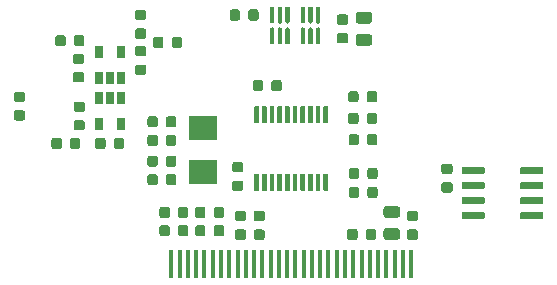
<source format=gbr>
G04 #@! TF.GenerationSoftware,KiCad,Pcbnew,(5.1.5)-2*
G04 #@! TF.CreationDate,2020-03-24T14:33:53+08:00*
G04 #@! TF.ProjectId,EV Meter,4556204d-6574-4657-922e-6b696361645f,rev?*
G04 #@! TF.SameCoordinates,Original*
G04 #@! TF.FileFunction,Paste,Bot*
G04 #@! TF.FilePolarity,Positive*
%FSLAX46Y46*%
G04 Gerber Fmt 4.6, Leading zero omitted, Abs format (unit mm)*
G04 Created by KiCad (PCBNEW (5.1.5)-2) date 2020-03-24 14:33:53*
%MOMM*%
%LPD*%
G04 APERTURE LIST*
%ADD10C,0.100000*%
%ADD11R,0.650000X1.060000*%
%ADD12R,0.350000X1.400000*%
%ADD13R,2.400000X2.000000*%
%ADD14R,0.400000X2.400000*%
G04 APERTURE END LIST*
D10*
G36*
X152034703Y-119080722D02*
G01*
X152049264Y-119082882D01*
X152063543Y-119086459D01*
X152077403Y-119091418D01*
X152090710Y-119097712D01*
X152103336Y-119105280D01*
X152115159Y-119114048D01*
X152126066Y-119123934D01*
X152135952Y-119134841D01*
X152144720Y-119146664D01*
X152152288Y-119159290D01*
X152158582Y-119172597D01*
X152163541Y-119186457D01*
X152167118Y-119200736D01*
X152169278Y-119215297D01*
X152170000Y-119230000D01*
X152170000Y-119530000D01*
X152169278Y-119544703D01*
X152167118Y-119559264D01*
X152163541Y-119573543D01*
X152158582Y-119587403D01*
X152152288Y-119600710D01*
X152144720Y-119613336D01*
X152135952Y-119625159D01*
X152126066Y-119636066D01*
X152115159Y-119645952D01*
X152103336Y-119654720D01*
X152090710Y-119662288D01*
X152077403Y-119668582D01*
X152063543Y-119673541D01*
X152049264Y-119677118D01*
X152034703Y-119679278D01*
X152020000Y-119680000D01*
X150370000Y-119680000D01*
X150355297Y-119679278D01*
X150340736Y-119677118D01*
X150326457Y-119673541D01*
X150312597Y-119668582D01*
X150299290Y-119662288D01*
X150286664Y-119654720D01*
X150274841Y-119645952D01*
X150263934Y-119636066D01*
X150254048Y-119625159D01*
X150245280Y-119613336D01*
X150237712Y-119600710D01*
X150231418Y-119587403D01*
X150226459Y-119573543D01*
X150222882Y-119559264D01*
X150220722Y-119544703D01*
X150220000Y-119530000D01*
X150220000Y-119230000D01*
X150220722Y-119215297D01*
X150222882Y-119200736D01*
X150226459Y-119186457D01*
X150231418Y-119172597D01*
X150237712Y-119159290D01*
X150245280Y-119146664D01*
X150254048Y-119134841D01*
X150263934Y-119123934D01*
X150274841Y-119114048D01*
X150286664Y-119105280D01*
X150299290Y-119097712D01*
X150312597Y-119091418D01*
X150326457Y-119086459D01*
X150340736Y-119082882D01*
X150355297Y-119080722D01*
X150370000Y-119080000D01*
X152020000Y-119080000D01*
X152034703Y-119080722D01*
G37*
G36*
X152034703Y-120350722D02*
G01*
X152049264Y-120352882D01*
X152063543Y-120356459D01*
X152077403Y-120361418D01*
X152090710Y-120367712D01*
X152103336Y-120375280D01*
X152115159Y-120384048D01*
X152126066Y-120393934D01*
X152135952Y-120404841D01*
X152144720Y-120416664D01*
X152152288Y-120429290D01*
X152158582Y-120442597D01*
X152163541Y-120456457D01*
X152167118Y-120470736D01*
X152169278Y-120485297D01*
X152170000Y-120500000D01*
X152170000Y-120800000D01*
X152169278Y-120814703D01*
X152167118Y-120829264D01*
X152163541Y-120843543D01*
X152158582Y-120857403D01*
X152152288Y-120870710D01*
X152144720Y-120883336D01*
X152135952Y-120895159D01*
X152126066Y-120906066D01*
X152115159Y-120915952D01*
X152103336Y-120924720D01*
X152090710Y-120932288D01*
X152077403Y-120938582D01*
X152063543Y-120943541D01*
X152049264Y-120947118D01*
X152034703Y-120949278D01*
X152020000Y-120950000D01*
X150370000Y-120950000D01*
X150355297Y-120949278D01*
X150340736Y-120947118D01*
X150326457Y-120943541D01*
X150312597Y-120938582D01*
X150299290Y-120932288D01*
X150286664Y-120924720D01*
X150274841Y-120915952D01*
X150263934Y-120906066D01*
X150254048Y-120895159D01*
X150245280Y-120883336D01*
X150237712Y-120870710D01*
X150231418Y-120857403D01*
X150226459Y-120843543D01*
X150222882Y-120829264D01*
X150220722Y-120814703D01*
X150220000Y-120800000D01*
X150220000Y-120500000D01*
X150220722Y-120485297D01*
X150222882Y-120470736D01*
X150226459Y-120456457D01*
X150231418Y-120442597D01*
X150237712Y-120429290D01*
X150245280Y-120416664D01*
X150254048Y-120404841D01*
X150263934Y-120393934D01*
X150274841Y-120384048D01*
X150286664Y-120375280D01*
X150299290Y-120367712D01*
X150312597Y-120361418D01*
X150326457Y-120356459D01*
X150340736Y-120352882D01*
X150355297Y-120350722D01*
X150370000Y-120350000D01*
X152020000Y-120350000D01*
X152034703Y-120350722D01*
G37*
G36*
X152034703Y-121620722D02*
G01*
X152049264Y-121622882D01*
X152063543Y-121626459D01*
X152077403Y-121631418D01*
X152090710Y-121637712D01*
X152103336Y-121645280D01*
X152115159Y-121654048D01*
X152126066Y-121663934D01*
X152135952Y-121674841D01*
X152144720Y-121686664D01*
X152152288Y-121699290D01*
X152158582Y-121712597D01*
X152163541Y-121726457D01*
X152167118Y-121740736D01*
X152169278Y-121755297D01*
X152170000Y-121770000D01*
X152170000Y-122070000D01*
X152169278Y-122084703D01*
X152167118Y-122099264D01*
X152163541Y-122113543D01*
X152158582Y-122127403D01*
X152152288Y-122140710D01*
X152144720Y-122153336D01*
X152135952Y-122165159D01*
X152126066Y-122176066D01*
X152115159Y-122185952D01*
X152103336Y-122194720D01*
X152090710Y-122202288D01*
X152077403Y-122208582D01*
X152063543Y-122213541D01*
X152049264Y-122217118D01*
X152034703Y-122219278D01*
X152020000Y-122220000D01*
X150370000Y-122220000D01*
X150355297Y-122219278D01*
X150340736Y-122217118D01*
X150326457Y-122213541D01*
X150312597Y-122208582D01*
X150299290Y-122202288D01*
X150286664Y-122194720D01*
X150274841Y-122185952D01*
X150263934Y-122176066D01*
X150254048Y-122165159D01*
X150245280Y-122153336D01*
X150237712Y-122140710D01*
X150231418Y-122127403D01*
X150226459Y-122113543D01*
X150222882Y-122099264D01*
X150220722Y-122084703D01*
X150220000Y-122070000D01*
X150220000Y-121770000D01*
X150220722Y-121755297D01*
X150222882Y-121740736D01*
X150226459Y-121726457D01*
X150231418Y-121712597D01*
X150237712Y-121699290D01*
X150245280Y-121686664D01*
X150254048Y-121674841D01*
X150263934Y-121663934D01*
X150274841Y-121654048D01*
X150286664Y-121645280D01*
X150299290Y-121637712D01*
X150312597Y-121631418D01*
X150326457Y-121626459D01*
X150340736Y-121622882D01*
X150355297Y-121620722D01*
X150370000Y-121620000D01*
X152020000Y-121620000D01*
X152034703Y-121620722D01*
G37*
G36*
X152034703Y-122890722D02*
G01*
X152049264Y-122892882D01*
X152063543Y-122896459D01*
X152077403Y-122901418D01*
X152090710Y-122907712D01*
X152103336Y-122915280D01*
X152115159Y-122924048D01*
X152126066Y-122933934D01*
X152135952Y-122944841D01*
X152144720Y-122956664D01*
X152152288Y-122969290D01*
X152158582Y-122982597D01*
X152163541Y-122996457D01*
X152167118Y-123010736D01*
X152169278Y-123025297D01*
X152170000Y-123040000D01*
X152170000Y-123340000D01*
X152169278Y-123354703D01*
X152167118Y-123369264D01*
X152163541Y-123383543D01*
X152158582Y-123397403D01*
X152152288Y-123410710D01*
X152144720Y-123423336D01*
X152135952Y-123435159D01*
X152126066Y-123446066D01*
X152115159Y-123455952D01*
X152103336Y-123464720D01*
X152090710Y-123472288D01*
X152077403Y-123478582D01*
X152063543Y-123483541D01*
X152049264Y-123487118D01*
X152034703Y-123489278D01*
X152020000Y-123490000D01*
X150370000Y-123490000D01*
X150355297Y-123489278D01*
X150340736Y-123487118D01*
X150326457Y-123483541D01*
X150312597Y-123478582D01*
X150299290Y-123472288D01*
X150286664Y-123464720D01*
X150274841Y-123455952D01*
X150263934Y-123446066D01*
X150254048Y-123435159D01*
X150245280Y-123423336D01*
X150237712Y-123410710D01*
X150231418Y-123397403D01*
X150226459Y-123383543D01*
X150222882Y-123369264D01*
X150220722Y-123354703D01*
X150220000Y-123340000D01*
X150220000Y-123040000D01*
X150220722Y-123025297D01*
X150222882Y-123010736D01*
X150226459Y-122996457D01*
X150231418Y-122982597D01*
X150237712Y-122969290D01*
X150245280Y-122956664D01*
X150254048Y-122944841D01*
X150263934Y-122933934D01*
X150274841Y-122924048D01*
X150286664Y-122915280D01*
X150299290Y-122907712D01*
X150312597Y-122901418D01*
X150326457Y-122896459D01*
X150340736Y-122892882D01*
X150355297Y-122890722D01*
X150370000Y-122890000D01*
X152020000Y-122890000D01*
X152034703Y-122890722D01*
G37*
G36*
X156984703Y-122890722D02*
G01*
X156999264Y-122892882D01*
X157013543Y-122896459D01*
X157027403Y-122901418D01*
X157040710Y-122907712D01*
X157053336Y-122915280D01*
X157065159Y-122924048D01*
X157076066Y-122933934D01*
X157085952Y-122944841D01*
X157094720Y-122956664D01*
X157102288Y-122969290D01*
X157108582Y-122982597D01*
X157113541Y-122996457D01*
X157117118Y-123010736D01*
X157119278Y-123025297D01*
X157120000Y-123040000D01*
X157120000Y-123340000D01*
X157119278Y-123354703D01*
X157117118Y-123369264D01*
X157113541Y-123383543D01*
X157108582Y-123397403D01*
X157102288Y-123410710D01*
X157094720Y-123423336D01*
X157085952Y-123435159D01*
X157076066Y-123446066D01*
X157065159Y-123455952D01*
X157053336Y-123464720D01*
X157040710Y-123472288D01*
X157027403Y-123478582D01*
X157013543Y-123483541D01*
X156999264Y-123487118D01*
X156984703Y-123489278D01*
X156970000Y-123490000D01*
X155320000Y-123490000D01*
X155305297Y-123489278D01*
X155290736Y-123487118D01*
X155276457Y-123483541D01*
X155262597Y-123478582D01*
X155249290Y-123472288D01*
X155236664Y-123464720D01*
X155224841Y-123455952D01*
X155213934Y-123446066D01*
X155204048Y-123435159D01*
X155195280Y-123423336D01*
X155187712Y-123410710D01*
X155181418Y-123397403D01*
X155176459Y-123383543D01*
X155172882Y-123369264D01*
X155170722Y-123354703D01*
X155170000Y-123340000D01*
X155170000Y-123040000D01*
X155170722Y-123025297D01*
X155172882Y-123010736D01*
X155176459Y-122996457D01*
X155181418Y-122982597D01*
X155187712Y-122969290D01*
X155195280Y-122956664D01*
X155204048Y-122944841D01*
X155213934Y-122933934D01*
X155224841Y-122924048D01*
X155236664Y-122915280D01*
X155249290Y-122907712D01*
X155262597Y-122901418D01*
X155276457Y-122896459D01*
X155290736Y-122892882D01*
X155305297Y-122890722D01*
X155320000Y-122890000D01*
X156970000Y-122890000D01*
X156984703Y-122890722D01*
G37*
G36*
X156984703Y-121620722D02*
G01*
X156999264Y-121622882D01*
X157013543Y-121626459D01*
X157027403Y-121631418D01*
X157040710Y-121637712D01*
X157053336Y-121645280D01*
X157065159Y-121654048D01*
X157076066Y-121663934D01*
X157085952Y-121674841D01*
X157094720Y-121686664D01*
X157102288Y-121699290D01*
X157108582Y-121712597D01*
X157113541Y-121726457D01*
X157117118Y-121740736D01*
X157119278Y-121755297D01*
X157120000Y-121770000D01*
X157120000Y-122070000D01*
X157119278Y-122084703D01*
X157117118Y-122099264D01*
X157113541Y-122113543D01*
X157108582Y-122127403D01*
X157102288Y-122140710D01*
X157094720Y-122153336D01*
X157085952Y-122165159D01*
X157076066Y-122176066D01*
X157065159Y-122185952D01*
X157053336Y-122194720D01*
X157040710Y-122202288D01*
X157027403Y-122208582D01*
X157013543Y-122213541D01*
X156999264Y-122217118D01*
X156984703Y-122219278D01*
X156970000Y-122220000D01*
X155320000Y-122220000D01*
X155305297Y-122219278D01*
X155290736Y-122217118D01*
X155276457Y-122213541D01*
X155262597Y-122208582D01*
X155249290Y-122202288D01*
X155236664Y-122194720D01*
X155224841Y-122185952D01*
X155213934Y-122176066D01*
X155204048Y-122165159D01*
X155195280Y-122153336D01*
X155187712Y-122140710D01*
X155181418Y-122127403D01*
X155176459Y-122113543D01*
X155172882Y-122099264D01*
X155170722Y-122084703D01*
X155170000Y-122070000D01*
X155170000Y-121770000D01*
X155170722Y-121755297D01*
X155172882Y-121740736D01*
X155176459Y-121726457D01*
X155181418Y-121712597D01*
X155187712Y-121699290D01*
X155195280Y-121686664D01*
X155204048Y-121674841D01*
X155213934Y-121663934D01*
X155224841Y-121654048D01*
X155236664Y-121645280D01*
X155249290Y-121637712D01*
X155262597Y-121631418D01*
X155276457Y-121626459D01*
X155290736Y-121622882D01*
X155305297Y-121620722D01*
X155320000Y-121620000D01*
X156970000Y-121620000D01*
X156984703Y-121620722D01*
G37*
G36*
X156984703Y-120350722D02*
G01*
X156999264Y-120352882D01*
X157013543Y-120356459D01*
X157027403Y-120361418D01*
X157040710Y-120367712D01*
X157053336Y-120375280D01*
X157065159Y-120384048D01*
X157076066Y-120393934D01*
X157085952Y-120404841D01*
X157094720Y-120416664D01*
X157102288Y-120429290D01*
X157108582Y-120442597D01*
X157113541Y-120456457D01*
X157117118Y-120470736D01*
X157119278Y-120485297D01*
X157120000Y-120500000D01*
X157120000Y-120800000D01*
X157119278Y-120814703D01*
X157117118Y-120829264D01*
X157113541Y-120843543D01*
X157108582Y-120857403D01*
X157102288Y-120870710D01*
X157094720Y-120883336D01*
X157085952Y-120895159D01*
X157076066Y-120906066D01*
X157065159Y-120915952D01*
X157053336Y-120924720D01*
X157040710Y-120932288D01*
X157027403Y-120938582D01*
X157013543Y-120943541D01*
X156999264Y-120947118D01*
X156984703Y-120949278D01*
X156970000Y-120950000D01*
X155320000Y-120950000D01*
X155305297Y-120949278D01*
X155290736Y-120947118D01*
X155276457Y-120943541D01*
X155262597Y-120938582D01*
X155249290Y-120932288D01*
X155236664Y-120924720D01*
X155224841Y-120915952D01*
X155213934Y-120906066D01*
X155204048Y-120895159D01*
X155195280Y-120883336D01*
X155187712Y-120870710D01*
X155181418Y-120857403D01*
X155176459Y-120843543D01*
X155172882Y-120829264D01*
X155170722Y-120814703D01*
X155170000Y-120800000D01*
X155170000Y-120500000D01*
X155170722Y-120485297D01*
X155172882Y-120470736D01*
X155176459Y-120456457D01*
X155181418Y-120442597D01*
X155187712Y-120429290D01*
X155195280Y-120416664D01*
X155204048Y-120404841D01*
X155213934Y-120393934D01*
X155224841Y-120384048D01*
X155236664Y-120375280D01*
X155249290Y-120367712D01*
X155262597Y-120361418D01*
X155276457Y-120356459D01*
X155290736Y-120352882D01*
X155305297Y-120350722D01*
X155320000Y-120350000D01*
X156970000Y-120350000D01*
X156984703Y-120350722D01*
G37*
G36*
X156984703Y-119080722D02*
G01*
X156999264Y-119082882D01*
X157013543Y-119086459D01*
X157027403Y-119091418D01*
X157040710Y-119097712D01*
X157053336Y-119105280D01*
X157065159Y-119114048D01*
X157076066Y-119123934D01*
X157085952Y-119134841D01*
X157094720Y-119146664D01*
X157102288Y-119159290D01*
X157108582Y-119172597D01*
X157113541Y-119186457D01*
X157117118Y-119200736D01*
X157119278Y-119215297D01*
X157120000Y-119230000D01*
X157120000Y-119530000D01*
X157119278Y-119544703D01*
X157117118Y-119559264D01*
X157113541Y-119573543D01*
X157108582Y-119587403D01*
X157102288Y-119600710D01*
X157094720Y-119613336D01*
X157085952Y-119625159D01*
X157076066Y-119636066D01*
X157065159Y-119645952D01*
X157053336Y-119654720D01*
X157040710Y-119662288D01*
X157027403Y-119668582D01*
X157013543Y-119673541D01*
X156999264Y-119677118D01*
X156984703Y-119679278D01*
X156970000Y-119680000D01*
X155320000Y-119680000D01*
X155305297Y-119679278D01*
X155290736Y-119677118D01*
X155276457Y-119673541D01*
X155262597Y-119668582D01*
X155249290Y-119662288D01*
X155236664Y-119654720D01*
X155224841Y-119645952D01*
X155213934Y-119636066D01*
X155204048Y-119625159D01*
X155195280Y-119613336D01*
X155187712Y-119600710D01*
X155181418Y-119587403D01*
X155176459Y-119573543D01*
X155172882Y-119559264D01*
X155170722Y-119544703D01*
X155170000Y-119530000D01*
X155170000Y-119230000D01*
X155170722Y-119215297D01*
X155172882Y-119200736D01*
X155176459Y-119186457D01*
X155181418Y-119172597D01*
X155187712Y-119159290D01*
X155195280Y-119146664D01*
X155204048Y-119134841D01*
X155213934Y-119123934D01*
X155224841Y-119114048D01*
X155236664Y-119105280D01*
X155249290Y-119097712D01*
X155262597Y-119091418D01*
X155276457Y-119086459D01*
X155290736Y-119082882D01*
X155305297Y-119080722D01*
X155320000Y-119080000D01*
X156970000Y-119080000D01*
X156984703Y-119080722D01*
G37*
G36*
X149248691Y-120366053D02*
G01*
X149269926Y-120369203D01*
X149290750Y-120374419D01*
X149310962Y-120381651D01*
X149330368Y-120390830D01*
X149348781Y-120401866D01*
X149366024Y-120414654D01*
X149381930Y-120429070D01*
X149396346Y-120444976D01*
X149409134Y-120462219D01*
X149420170Y-120480632D01*
X149429349Y-120500038D01*
X149436581Y-120520250D01*
X149441797Y-120541074D01*
X149444947Y-120562309D01*
X149446000Y-120583750D01*
X149446000Y-121021250D01*
X149444947Y-121042691D01*
X149441797Y-121063926D01*
X149436581Y-121084750D01*
X149429349Y-121104962D01*
X149420170Y-121124368D01*
X149409134Y-121142781D01*
X149396346Y-121160024D01*
X149381930Y-121175930D01*
X149366024Y-121190346D01*
X149348781Y-121203134D01*
X149330368Y-121214170D01*
X149310962Y-121223349D01*
X149290750Y-121230581D01*
X149269926Y-121235797D01*
X149248691Y-121238947D01*
X149227250Y-121240000D01*
X148714750Y-121240000D01*
X148693309Y-121238947D01*
X148672074Y-121235797D01*
X148651250Y-121230581D01*
X148631038Y-121223349D01*
X148611632Y-121214170D01*
X148593219Y-121203134D01*
X148575976Y-121190346D01*
X148560070Y-121175930D01*
X148545654Y-121160024D01*
X148532866Y-121142781D01*
X148521830Y-121124368D01*
X148512651Y-121104962D01*
X148505419Y-121084750D01*
X148500203Y-121063926D01*
X148497053Y-121042691D01*
X148496000Y-121021250D01*
X148496000Y-120583750D01*
X148497053Y-120562309D01*
X148500203Y-120541074D01*
X148505419Y-120520250D01*
X148512651Y-120500038D01*
X148521830Y-120480632D01*
X148532866Y-120462219D01*
X148545654Y-120444976D01*
X148560070Y-120429070D01*
X148575976Y-120414654D01*
X148593219Y-120401866D01*
X148611632Y-120390830D01*
X148631038Y-120381651D01*
X148651250Y-120374419D01*
X148672074Y-120369203D01*
X148693309Y-120366053D01*
X148714750Y-120365000D01*
X149227250Y-120365000D01*
X149248691Y-120366053D01*
G37*
G36*
X149248691Y-118791053D02*
G01*
X149269926Y-118794203D01*
X149290750Y-118799419D01*
X149310962Y-118806651D01*
X149330368Y-118815830D01*
X149348781Y-118826866D01*
X149366024Y-118839654D01*
X149381930Y-118854070D01*
X149396346Y-118869976D01*
X149409134Y-118887219D01*
X149420170Y-118905632D01*
X149429349Y-118925038D01*
X149436581Y-118945250D01*
X149441797Y-118966074D01*
X149444947Y-118987309D01*
X149446000Y-119008750D01*
X149446000Y-119446250D01*
X149444947Y-119467691D01*
X149441797Y-119488926D01*
X149436581Y-119509750D01*
X149429349Y-119529962D01*
X149420170Y-119549368D01*
X149409134Y-119567781D01*
X149396346Y-119585024D01*
X149381930Y-119600930D01*
X149366024Y-119615346D01*
X149348781Y-119628134D01*
X149330368Y-119639170D01*
X149310962Y-119648349D01*
X149290750Y-119655581D01*
X149269926Y-119660797D01*
X149248691Y-119663947D01*
X149227250Y-119665000D01*
X148714750Y-119665000D01*
X148693309Y-119663947D01*
X148672074Y-119660797D01*
X148651250Y-119655581D01*
X148631038Y-119648349D01*
X148611632Y-119639170D01*
X148593219Y-119628134D01*
X148575976Y-119615346D01*
X148560070Y-119600930D01*
X148545654Y-119585024D01*
X148532866Y-119567781D01*
X148521830Y-119549368D01*
X148512651Y-119529962D01*
X148505419Y-119509750D01*
X148500203Y-119488926D01*
X148497053Y-119467691D01*
X148496000Y-119446250D01*
X148496000Y-119008750D01*
X148497053Y-118987309D01*
X148500203Y-118966074D01*
X148505419Y-118945250D01*
X148512651Y-118925038D01*
X148521830Y-118905632D01*
X148532866Y-118887219D01*
X148545654Y-118869976D01*
X148560070Y-118854070D01*
X148575976Y-118839654D01*
X148593219Y-118826866D01*
X148611632Y-118815830D01*
X148631038Y-118806651D01*
X148651250Y-118799419D01*
X148672074Y-118794203D01*
X148693309Y-118791053D01*
X148714750Y-118790000D01*
X149227250Y-118790000D01*
X149248691Y-118791053D01*
G37*
G36*
X121449091Y-116594653D02*
G01*
X121470326Y-116597803D01*
X121491150Y-116603019D01*
X121511362Y-116610251D01*
X121530768Y-116619430D01*
X121549181Y-116630466D01*
X121566424Y-116643254D01*
X121582330Y-116657670D01*
X121596746Y-116673576D01*
X121609534Y-116690819D01*
X121620570Y-116709232D01*
X121629749Y-116728638D01*
X121636981Y-116748850D01*
X121642197Y-116769674D01*
X121645347Y-116790909D01*
X121646400Y-116812350D01*
X121646400Y-117324850D01*
X121645347Y-117346291D01*
X121642197Y-117367526D01*
X121636981Y-117388350D01*
X121629749Y-117408562D01*
X121620570Y-117427968D01*
X121609534Y-117446381D01*
X121596746Y-117463624D01*
X121582330Y-117479530D01*
X121566424Y-117493946D01*
X121549181Y-117506734D01*
X121530768Y-117517770D01*
X121511362Y-117526949D01*
X121491150Y-117534181D01*
X121470326Y-117539397D01*
X121449091Y-117542547D01*
X121427650Y-117543600D01*
X120990150Y-117543600D01*
X120968709Y-117542547D01*
X120947474Y-117539397D01*
X120926650Y-117534181D01*
X120906438Y-117526949D01*
X120887032Y-117517770D01*
X120868619Y-117506734D01*
X120851376Y-117493946D01*
X120835470Y-117479530D01*
X120821054Y-117463624D01*
X120808266Y-117446381D01*
X120797230Y-117427968D01*
X120788051Y-117408562D01*
X120780819Y-117388350D01*
X120775603Y-117367526D01*
X120772453Y-117346291D01*
X120771400Y-117324850D01*
X120771400Y-116812350D01*
X120772453Y-116790909D01*
X120775603Y-116769674D01*
X120780819Y-116748850D01*
X120788051Y-116728638D01*
X120797230Y-116709232D01*
X120808266Y-116690819D01*
X120821054Y-116673576D01*
X120835470Y-116657670D01*
X120851376Y-116643254D01*
X120868619Y-116630466D01*
X120887032Y-116619430D01*
X120906438Y-116610251D01*
X120926650Y-116603019D01*
X120947474Y-116597803D01*
X120968709Y-116594653D01*
X120990150Y-116593600D01*
X121427650Y-116593600D01*
X121449091Y-116594653D01*
G37*
G36*
X119874091Y-116594653D02*
G01*
X119895326Y-116597803D01*
X119916150Y-116603019D01*
X119936362Y-116610251D01*
X119955768Y-116619430D01*
X119974181Y-116630466D01*
X119991424Y-116643254D01*
X120007330Y-116657670D01*
X120021746Y-116673576D01*
X120034534Y-116690819D01*
X120045570Y-116709232D01*
X120054749Y-116728638D01*
X120061981Y-116748850D01*
X120067197Y-116769674D01*
X120070347Y-116790909D01*
X120071400Y-116812350D01*
X120071400Y-117324850D01*
X120070347Y-117346291D01*
X120067197Y-117367526D01*
X120061981Y-117388350D01*
X120054749Y-117408562D01*
X120045570Y-117427968D01*
X120034534Y-117446381D01*
X120021746Y-117463624D01*
X120007330Y-117479530D01*
X119991424Y-117493946D01*
X119974181Y-117506734D01*
X119955768Y-117517770D01*
X119936362Y-117526949D01*
X119916150Y-117534181D01*
X119895326Y-117539397D01*
X119874091Y-117542547D01*
X119852650Y-117543600D01*
X119415150Y-117543600D01*
X119393709Y-117542547D01*
X119372474Y-117539397D01*
X119351650Y-117534181D01*
X119331438Y-117526949D01*
X119312032Y-117517770D01*
X119293619Y-117506734D01*
X119276376Y-117493946D01*
X119260470Y-117479530D01*
X119246054Y-117463624D01*
X119233266Y-117446381D01*
X119222230Y-117427968D01*
X119213051Y-117408562D01*
X119205819Y-117388350D01*
X119200603Y-117367526D01*
X119197453Y-117346291D01*
X119196400Y-117324850D01*
X119196400Y-116812350D01*
X119197453Y-116790909D01*
X119200603Y-116769674D01*
X119205819Y-116748850D01*
X119213051Y-116728638D01*
X119222230Y-116709232D01*
X119233266Y-116690819D01*
X119246054Y-116673576D01*
X119260470Y-116657670D01*
X119276376Y-116643254D01*
X119293619Y-116630466D01*
X119312032Y-116619430D01*
X119331438Y-116610251D01*
X119351650Y-116603019D01*
X119372474Y-116597803D01*
X119393709Y-116594653D01*
X119415150Y-116593600D01*
X119852650Y-116593600D01*
X119874091Y-116594653D01*
G37*
G36*
X142907691Y-120745053D02*
G01*
X142928926Y-120748203D01*
X142949750Y-120753419D01*
X142969962Y-120760651D01*
X142989368Y-120769830D01*
X143007781Y-120780866D01*
X143025024Y-120793654D01*
X143040930Y-120808070D01*
X143055346Y-120823976D01*
X143068134Y-120841219D01*
X143079170Y-120859632D01*
X143088349Y-120879038D01*
X143095581Y-120899250D01*
X143100797Y-120920074D01*
X143103947Y-120941309D01*
X143105000Y-120962750D01*
X143105000Y-121475250D01*
X143103947Y-121496691D01*
X143100797Y-121517926D01*
X143095581Y-121538750D01*
X143088349Y-121558962D01*
X143079170Y-121578368D01*
X143068134Y-121596781D01*
X143055346Y-121614024D01*
X143040930Y-121629930D01*
X143025024Y-121644346D01*
X143007781Y-121657134D01*
X142989368Y-121668170D01*
X142969962Y-121677349D01*
X142949750Y-121684581D01*
X142928926Y-121689797D01*
X142907691Y-121692947D01*
X142886250Y-121694000D01*
X142448750Y-121694000D01*
X142427309Y-121692947D01*
X142406074Y-121689797D01*
X142385250Y-121684581D01*
X142365038Y-121677349D01*
X142345632Y-121668170D01*
X142327219Y-121657134D01*
X142309976Y-121644346D01*
X142294070Y-121629930D01*
X142279654Y-121614024D01*
X142266866Y-121596781D01*
X142255830Y-121578368D01*
X142246651Y-121558962D01*
X142239419Y-121538750D01*
X142234203Y-121517926D01*
X142231053Y-121496691D01*
X142230000Y-121475250D01*
X142230000Y-120962750D01*
X142231053Y-120941309D01*
X142234203Y-120920074D01*
X142239419Y-120899250D01*
X142246651Y-120879038D01*
X142255830Y-120859632D01*
X142266866Y-120841219D01*
X142279654Y-120823976D01*
X142294070Y-120808070D01*
X142309976Y-120793654D01*
X142327219Y-120780866D01*
X142345632Y-120769830D01*
X142365038Y-120760651D01*
X142385250Y-120753419D01*
X142406074Y-120748203D01*
X142427309Y-120745053D01*
X142448750Y-120744000D01*
X142886250Y-120744000D01*
X142907691Y-120745053D01*
G37*
G36*
X141332691Y-120745053D02*
G01*
X141353926Y-120748203D01*
X141374750Y-120753419D01*
X141394962Y-120760651D01*
X141414368Y-120769830D01*
X141432781Y-120780866D01*
X141450024Y-120793654D01*
X141465930Y-120808070D01*
X141480346Y-120823976D01*
X141493134Y-120841219D01*
X141504170Y-120859632D01*
X141513349Y-120879038D01*
X141520581Y-120899250D01*
X141525797Y-120920074D01*
X141528947Y-120941309D01*
X141530000Y-120962750D01*
X141530000Y-121475250D01*
X141528947Y-121496691D01*
X141525797Y-121517926D01*
X141520581Y-121538750D01*
X141513349Y-121558962D01*
X141504170Y-121578368D01*
X141493134Y-121596781D01*
X141480346Y-121614024D01*
X141465930Y-121629930D01*
X141450024Y-121644346D01*
X141432781Y-121657134D01*
X141414368Y-121668170D01*
X141394962Y-121677349D01*
X141374750Y-121684581D01*
X141353926Y-121689797D01*
X141332691Y-121692947D01*
X141311250Y-121694000D01*
X140873750Y-121694000D01*
X140852309Y-121692947D01*
X140831074Y-121689797D01*
X140810250Y-121684581D01*
X140790038Y-121677349D01*
X140770632Y-121668170D01*
X140752219Y-121657134D01*
X140734976Y-121644346D01*
X140719070Y-121629930D01*
X140704654Y-121614024D01*
X140691866Y-121596781D01*
X140680830Y-121578368D01*
X140671651Y-121558962D01*
X140664419Y-121538750D01*
X140659203Y-121517926D01*
X140656053Y-121496691D01*
X140655000Y-121475250D01*
X140655000Y-120962750D01*
X140656053Y-120941309D01*
X140659203Y-120920074D01*
X140664419Y-120899250D01*
X140671651Y-120879038D01*
X140680830Y-120859632D01*
X140691866Y-120841219D01*
X140704654Y-120823976D01*
X140719070Y-120808070D01*
X140734976Y-120793654D01*
X140752219Y-120780866D01*
X140770632Y-120769830D01*
X140790038Y-120760651D01*
X140810250Y-120753419D01*
X140831074Y-120748203D01*
X140852309Y-120745053D01*
X140873750Y-120744000D01*
X141311250Y-120744000D01*
X141332691Y-120745053D01*
G37*
G36*
X142907691Y-119144853D02*
G01*
X142928926Y-119148003D01*
X142949750Y-119153219D01*
X142969962Y-119160451D01*
X142989368Y-119169630D01*
X143007781Y-119180666D01*
X143025024Y-119193454D01*
X143040930Y-119207870D01*
X143055346Y-119223776D01*
X143068134Y-119241019D01*
X143079170Y-119259432D01*
X143088349Y-119278838D01*
X143095581Y-119299050D01*
X143100797Y-119319874D01*
X143103947Y-119341109D01*
X143105000Y-119362550D01*
X143105000Y-119875050D01*
X143103947Y-119896491D01*
X143100797Y-119917726D01*
X143095581Y-119938550D01*
X143088349Y-119958762D01*
X143079170Y-119978168D01*
X143068134Y-119996581D01*
X143055346Y-120013824D01*
X143040930Y-120029730D01*
X143025024Y-120044146D01*
X143007781Y-120056934D01*
X142989368Y-120067970D01*
X142969962Y-120077149D01*
X142949750Y-120084381D01*
X142928926Y-120089597D01*
X142907691Y-120092747D01*
X142886250Y-120093800D01*
X142448750Y-120093800D01*
X142427309Y-120092747D01*
X142406074Y-120089597D01*
X142385250Y-120084381D01*
X142365038Y-120077149D01*
X142345632Y-120067970D01*
X142327219Y-120056934D01*
X142309976Y-120044146D01*
X142294070Y-120029730D01*
X142279654Y-120013824D01*
X142266866Y-119996581D01*
X142255830Y-119978168D01*
X142246651Y-119958762D01*
X142239419Y-119938550D01*
X142234203Y-119917726D01*
X142231053Y-119896491D01*
X142230000Y-119875050D01*
X142230000Y-119362550D01*
X142231053Y-119341109D01*
X142234203Y-119319874D01*
X142239419Y-119299050D01*
X142246651Y-119278838D01*
X142255830Y-119259432D01*
X142266866Y-119241019D01*
X142279654Y-119223776D01*
X142294070Y-119207870D01*
X142309976Y-119193454D01*
X142327219Y-119180666D01*
X142345632Y-119169630D01*
X142365038Y-119160451D01*
X142385250Y-119153219D01*
X142406074Y-119148003D01*
X142427309Y-119144853D01*
X142448750Y-119143800D01*
X142886250Y-119143800D01*
X142907691Y-119144853D01*
G37*
G36*
X141332691Y-119144853D02*
G01*
X141353926Y-119148003D01*
X141374750Y-119153219D01*
X141394962Y-119160451D01*
X141414368Y-119169630D01*
X141432781Y-119180666D01*
X141450024Y-119193454D01*
X141465930Y-119207870D01*
X141480346Y-119223776D01*
X141493134Y-119241019D01*
X141504170Y-119259432D01*
X141513349Y-119278838D01*
X141520581Y-119299050D01*
X141525797Y-119319874D01*
X141528947Y-119341109D01*
X141530000Y-119362550D01*
X141530000Y-119875050D01*
X141528947Y-119896491D01*
X141525797Y-119917726D01*
X141520581Y-119938550D01*
X141513349Y-119958762D01*
X141504170Y-119978168D01*
X141493134Y-119996581D01*
X141480346Y-120013824D01*
X141465930Y-120029730D01*
X141450024Y-120044146D01*
X141432781Y-120056934D01*
X141414368Y-120067970D01*
X141394962Y-120077149D01*
X141374750Y-120084381D01*
X141353926Y-120089597D01*
X141332691Y-120092747D01*
X141311250Y-120093800D01*
X140873750Y-120093800D01*
X140852309Y-120092747D01*
X140831074Y-120089597D01*
X140810250Y-120084381D01*
X140790038Y-120077149D01*
X140770632Y-120067970D01*
X140752219Y-120056934D01*
X140734976Y-120044146D01*
X140719070Y-120029730D01*
X140704654Y-120013824D01*
X140691866Y-119996581D01*
X140680830Y-119978168D01*
X140671651Y-119958762D01*
X140664419Y-119938550D01*
X140659203Y-119917726D01*
X140656053Y-119896491D01*
X140655000Y-119875050D01*
X140655000Y-119362550D01*
X140656053Y-119341109D01*
X140659203Y-119319874D01*
X140664419Y-119299050D01*
X140671651Y-119278838D01*
X140680830Y-119259432D01*
X140691866Y-119241019D01*
X140704654Y-119223776D01*
X140719070Y-119207870D01*
X140734976Y-119193454D01*
X140752219Y-119180666D01*
X140770632Y-119169630D01*
X140790038Y-119160451D01*
X140810250Y-119153219D01*
X140831074Y-119148003D01*
X140852309Y-119144853D01*
X140873750Y-119143800D01*
X141311250Y-119143800D01*
X141332691Y-119144853D01*
G37*
G36*
X124289291Y-114776053D02*
G01*
X124310526Y-114779203D01*
X124331350Y-114784419D01*
X124351562Y-114791651D01*
X124370968Y-114800830D01*
X124389381Y-114811866D01*
X124406624Y-114824654D01*
X124422530Y-114839070D01*
X124436946Y-114854976D01*
X124449734Y-114872219D01*
X124460770Y-114890632D01*
X124469949Y-114910038D01*
X124477181Y-114930250D01*
X124482397Y-114951074D01*
X124485547Y-114972309D01*
X124486600Y-114993750D01*
X124486600Y-115506250D01*
X124485547Y-115527691D01*
X124482397Y-115548926D01*
X124477181Y-115569750D01*
X124469949Y-115589962D01*
X124460770Y-115609368D01*
X124449734Y-115627781D01*
X124436946Y-115645024D01*
X124422530Y-115660930D01*
X124406624Y-115675346D01*
X124389381Y-115688134D01*
X124370968Y-115699170D01*
X124351562Y-115708349D01*
X124331350Y-115715581D01*
X124310526Y-115720797D01*
X124289291Y-115723947D01*
X124267850Y-115725000D01*
X123830350Y-115725000D01*
X123808909Y-115723947D01*
X123787674Y-115720797D01*
X123766850Y-115715581D01*
X123746638Y-115708349D01*
X123727232Y-115699170D01*
X123708819Y-115688134D01*
X123691576Y-115675346D01*
X123675670Y-115660930D01*
X123661254Y-115645024D01*
X123648466Y-115627781D01*
X123637430Y-115609368D01*
X123628251Y-115589962D01*
X123621019Y-115569750D01*
X123615803Y-115548926D01*
X123612653Y-115527691D01*
X123611600Y-115506250D01*
X123611600Y-114993750D01*
X123612653Y-114972309D01*
X123615803Y-114951074D01*
X123621019Y-114930250D01*
X123628251Y-114910038D01*
X123637430Y-114890632D01*
X123648466Y-114872219D01*
X123661254Y-114854976D01*
X123675670Y-114839070D01*
X123691576Y-114824654D01*
X123708819Y-114811866D01*
X123727232Y-114800830D01*
X123746638Y-114791651D01*
X123766850Y-114784419D01*
X123787674Y-114779203D01*
X123808909Y-114776053D01*
X123830350Y-114775000D01*
X124267850Y-114775000D01*
X124289291Y-114776053D01*
G37*
G36*
X125864291Y-114776053D02*
G01*
X125885526Y-114779203D01*
X125906350Y-114784419D01*
X125926562Y-114791651D01*
X125945968Y-114800830D01*
X125964381Y-114811866D01*
X125981624Y-114824654D01*
X125997530Y-114839070D01*
X126011946Y-114854976D01*
X126024734Y-114872219D01*
X126035770Y-114890632D01*
X126044949Y-114910038D01*
X126052181Y-114930250D01*
X126057397Y-114951074D01*
X126060547Y-114972309D01*
X126061600Y-114993750D01*
X126061600Y-115506250D01*
X126060547Y-115527691D01*
X126057397Y-115548926D01*
X126052181Y-115569750D01*
X126044949Y-115589962D01*
X126035770Y-115609368D01*
X126024734Y-115627781D01*
X126011946Y-115645024D01*
X125997530Y-115660930D01*
X125981624Y-115675346D01*
X125964381Y-115688134D01*
X125945968Y-115699170D01*
X125926562Y-115708349D01*
X125906350Y-115715581D01*
X125885526Y-115720797D01*
X125864291Y-115723947D01*
X125842850Y-115725000D01*
X125405350Y-115725000D01*
X125383909Y-115723947D01*
X125362674Y-115720797D01*
X125341850Y-115715581D01*
X125321638Y-115708349D01*
X125302232Y-115699170D01*
X125283819Y-115688134D01*
X125266576Y-115675346D01*
X125250670Y-115660930D01*
X125236254Y-115645024D01*
X125223466Y-115627781D01*
X125212430Y-115609368D01*
X125203251Y-115589962D01*
X125196019Y-115569750D01*
X125190803Y-115548926D01*
X125187653Y-115527691D01*
X125186600Y-115506250D01*
X125186600Y-114993750D01*
X125187653Y-114972309D01*
X125190803Y-114951074D01*
X125196019Y-114930250D01*
X125203251Y-114910038D01*
X125212430Y-114890632D01*
X125223466Y-114872219D01*
X125236254Y-114854976D01*
X125250670Y-114839070D01*
X125266576Y-114824654D01*
X125283819Y-114811866D01*
X125302232Y-114800830D01*
X125321638Y-114791651D01*
X125341850Y-114784419D01*
X125362674Y-114779203D01*
X125383909Y-114776053D01*
X125405350Y-114775000D01*
X125842850Y-114775000D01*
X125864291Y-114776053D01*
G37*
G36*
X141286291Y-114486453D02*
G01*
X141307526Y-114489603D01*
X141328350Y-114494819D01*
X141348562Y-114502051D01*
X141367968Y-114511230D01*
X141386381Y-114522266D01*
X141403624Y-114535054D01*
X141419530Y-114549470D01*
X141433946Y-114565376D01*
X141446734Y-114582619D01*
X141457770Y-114601032D01*
X141466949Y-114620438D01*
X141474181Y-114640650D01*
X141479397Y-114661474D01*
X141482547Y-114682709D01*
X141483600Y-114704150D01*
X141483600Y-115216650D01*
X141482547Y-115238091D01*
X141479397Y-115259326D01*
X141474181Y-115280150D01*
X141466949Y-115300362D01*
X141457770Y-115319768D01*
X141446734Y-115338181D01*
X141433946Y-115355424D01*
X141419530Y-115371330D01*
X141403624Y-115385746D01*
X141386381Y-115398534D01*
X141367968Y-115409570D01*
X141348562Y-115418749D01*
X141328350Y-115425981D01*
X141307526Y-115431197D01*
X141286291Y-115434347D01*
X141264850Y-115435400D01*
X140827350Y-115435400D01*
X140805909Y-115434347D01*
X140784674Y-115431197D01*
X140763850Y-115425981D01*
X140743638Y-115418749D01*
X140724232Y-115409570D01*
X140705819Y-115398534D01*
X140688576Y-115385746D01*
X140672670Y-115371330D01*
X140658254Y-115355424D01*
X140645466Y-115338181D01*
X140634430Y-115319768D01*
X140625251Y-115300362D01*
X140618019Y-115280150D01*
X140612803Y-115259326D01*
X140609653Y-115238091D01*
X140608600Y-115216650D01*
X140608600Y-114704150D01*
X140609653Y-114682709D01*
X140612803Y-114661474D01*
X140618019Y-114640650D01*
X140625251Y-114620438D01*
X140634430Y-114601032D01*
X140645466Y-114582619D01*
X140658254Y-114565376D01*
X140672670Y-114549470D01*
X140688576Y-114535054D01*
X140705819Y-114522266D01*
X140724232Y-114511230D01*
X140743638Y-114502051D01*
X140763850Y-114494819D01*
X140784674Y-114489603D01*
X140805909Y-114486453D01*
X140827350Y-114485400D01*
X141264850Y-114485400D01*
X141286291Y-114486453D01*
G37*
G36*
X142861291Y-114486453D02*
G01*
X142882526Y-114489603D01*
X142903350Y-114494819D01*
X142923562Y-114502051D01*
X142942968Y-114511230D01*
X142961381Y-114522266D01*
X142978624Y-114535054D01*
X142994530Y-114549470D01*
X143008946Y-114565376D01*
X143021734Y-114582619D01*
X143032770Y-114601032D01*
X143041949Y-114620438D01*
X143049181Y-114640650D01*
X143054397Y-114661474D01*
X143057547Y-114682709D01*
X143058600Y-114704150D01*
X143058600Y-115216650D01*
X143057547Y-115238091D01*
X143054397Y-115259326D01*
X143049181Y-115280150D01*
X143041949Y-115300362D01*
X143032770Y-115319768D01*
X143021734Y-115338181D01*
X143008946Y-115355424D01*
X142994530Y-115371330D01*
X142978624Y-115385746D01*
X142961381Y-115398534D01*
X142942968Y-115409570D01*
X142923562Y-115418749D01*
X142903350Y-115425981D01*
X142882526Y-115431197D01*
X142861291Y-115434347D01*
X142839850Y-115435400D01*
X142402350Y-115435400D01*
X142380909Y-115434347D01*
X142359674Y-115431197D01*
X142338850Y-115425981D01*
X142318638Y-115418749D01*
X142299232Y-115409570D01*
X142280819Y-115398534D01*
X142263576Y-115385746D01*
X142247670Y-115371330D01*
X142233254Y-115355424D01*
X142220466Y-115338181D01*
X142209430Y-115319768D01*
X142200251Y-115300362D01*
X142193019Y-115280150D01*
X142187803Y-115259326D01*
X142184653Y-115238091D01*
X142183600Y-115216650D01*
X142183600Y-114704150D01*
X142184653Y-114682709D01*
X142187803Y-114661474D01*
X142193019Y-114640650D01*
X142200251Y-114620438D01*
X142209430Y-114601032D01*
X142220466Y-114582619D01*
X142233254Y-114565376D01*
X142247670Y-114549470D01*
X142263576Y-114535054D01*
X142280819Y-114522266D01*
X142299232Y-114511230D01*
X142318638Y-114502051D01*
X142338850Y-114494819D01*
X142359674Y-114489603D01*
X142380909Y-114486453D01*
X142402350Y-114485400D01*
X142839850Y-114485400D01*
X142861291Y-114486453D01*
G37*
G36*
X123310891Y-105771053D02*
G01*
X123332126Y-105774203D01*
X123352950Y-105779419D01*
X123373162Y-105786651D01*
X123392568Y-105795830D01*
X123410981Y-105806866D01*
X123428224Y-105819654D01*
X123444130Y-105834070D01*
X123458546Y-105849976D01*
X123471334Y-105867219D01*
X123482370Y-105885632D01*
X123491549Y-105905038D01*
X123498781Y-105925250D01*
X123503997Y-105946074D01*
X123507147Y-105967309D01*
X123508200Y-105988750D01*
X123508200Y-106426250D01*
X123507147Y-106447691D01*
X123503997Y-106468926D01*
X123498781Y-106489750D01*
X123491549Y-106509962D01*
X123482370Y-106529368D01*
X123471334Y-106547781D01*
X123458546Y-106565024D01*
X123444130Y-106580930D01*
X123428224Y-106595346D01*
X123410981Y-106608134D01*
X123392568Y-106619170D01*
X123373162Y-106628349D01*
X123352950Y-106635581D01*
X123332126Y-106640797D01*
X123310891Y-106643947D01*
X123289450Y-106645000D01*
X122776950Y-106645000D01*
X122755509Y-106643947D01*
X122734274Y-106640797D01*
X122713450Y-106635581D01*
X122693238Y-106628349D01*
X122673832Y-106619170D01*
X122655419Y-106608134D01*
X122638176Y-106595346D01*
X122622270Y-106580930D01*
X122607854Y-106565024D01*
X122595066Y-106547781D01*
X122584030Y-106529368D01*
X122574851Y-106509962D01*
X122567619Y-106489750D01*
X122562403Y-106468926D01*
X122559253Y-106447691D01*
X122558200Y-106426250D01*
X122558200Y-105988750D01*
X122559253Y-105967309D01*
X122562403Y-105946074D01*
X122567619Y-105925250D01*
X122574851Y-105905038D01*
X122584030Y-105885632D01*
X122595066Y-105867219D01*
X122607854Y-105849976D01*
X122622270Y-105834070D01*
X122638176Y-105819654D01*
X122655419Y-105806866D01*
X122673832Y-105795830D01*
X122693238Y-105786651D01*
X122713450Y-105779419D01*
X122734274Y-105774203D01*
X122755509Y-105771053D01*
X122776950Y-105770000D01*
X123289450Y-105770000D01*
X123310891Y-105771053D01*
G37*
G36*
X123310891Y-107346053D02*
G01*
X123332126Y-107349203D01*
X123352950Y-107354419D01*
X123373162Y-107361651D01*
X123392568Y-107370830D01*
X123410981Y-107381866D01*
X123428224Y-107394654D01*
X123444130Y-107409070D01*
X123458546Y-107424976D01*
X123471334Y-107442219D01*
X123482370Y-107460632D01*
X123491549Y-107480038D01*
X123498781Y-107500250D01*
X123503997Y-107521074D01*
X123507147Y-107542309D01*
X123508200Y-107563750D01*
X123508200Y-108001250D01*
X123507147Y-108022691D01*
X123503997Y-108043926D01*
X123498781Y-108064750D01*
X123491549Y-108084962D01*
X123482370Y-108104368D01*
X123471334Y-108122781D01*
X123458546Y-108140024D01*
X123444130Y-108155930D01*
X123428224Y-108170346D01*
X123410981Y-108183134D01*
X123392568Y-108194170D01*
X123373162Y-108203349D01*
X123352950Y-108210581D01*
X123332126Y-108215797D01*
X123310891Y-108218947D01*
X123289450Y-108220000D01*
X122776950Y-108220000D01*
X122755509Y-108218947D01*
X122734274Y-108215797D01*
X122713450Y-108210581D01*
X122693238Y-108203349D01*
X122673832Y-108194170D01*
X122655419Y-108183134D01*
X122638176Y-108170346D01*
X122622270Y-108155930D01*
X122607854Y-108140024D01*
X122595066Y-108122781D01*
X122584030Y-108104368D01*
X122574851Y-108084962D01*
X122567619Y-108064750D01*
X122562403Y-108043926D01*
X122559253Y-108022691D01*
X122558200Y-108001250D01*
X122558200Y-107563750D01*
X122559253Y-107542309D01*
X122562403Y-107521074D01*
X122567619Y-107500250D01*
X122574851Y-107480038D01*
X122584030Y-107460632D01*
X122595066Y-107442219D01*
X122607854Y-107424976D01*
X122622270Y-107409070D01*
X122638176Y-107394654D01*
X122655419Y-107381866D01*
X122673832Y-107370830D01*
X122693238Y-107361651D01*
X122713450Y-107354419D01*
X122734274Y-107349203D01*
X122755509Y-107346053D01*
X122776950Y-107345000D01*
X123289450Y-107345000D01*
X123310891Y-107346053D01*
G37*
G36*
X141286291Y-112657653D02*
G01*
X141307526Y-112660803D01*
X141328350Y-112666019D01*
X141348562Y-112673251D01*
X141367968Y-112682430D01*
X141386381Y-112693466D01*
X141403624Y-112706254D01*
X141419530Y-112720670D01*
X141433946Y-112736576D01*
X141446734Y-112753819D01*
X141457770Y-112772232D01*
X141466949Y-112791638D01*
X141474181Y-112811850D01*
X141479397Y-112832674D01*
X141482547Y-112853909D01*
X141483600Y-112875350D01*
X141483600Y-113387850D01*
X141482547Y-113409291D01*
X141479397Y-113430526D01*
X141474181Y-113451350D01*
X141466949Y-113471562D01*
X141457770Y-113490968D01*
X141446734Y-113509381D01*
X141433946Y-113526624D01*
X141419530Y-113542530D01*
X141403624Y-113556946D01*
X141386381Y-113569734D01*
X141367968Y-113580770D01*
X141348562Y-113589949D01*
X141328350Y-113597181D01*
X141307526Y-113602397D01*
X141286291Y-113605547D01*
X141264850Y-113606600D01*
X140827350Y-113606600D01*
X140805909Y-113605547D01*
X140784674Y-113602397D01*
X140763850Y-113597181D01*
X140743638Y-113589949D01*
X140724232Y-113580770D01*
X140705819Y-113569734D01*
X140688576Y-113556946D01*
X140672670Y-113542530D01*
X140658254Y-113526624D01*
X140645466Y-113509381D01*
X140634430Y-113490968D01*
X140625251Y-113471562D01*
X140618019Y-113451350D01*
X140612803Y-113430526D01*
X140609653Y-113409291D01*
X140608600Y-113387850D01*
X140608600Y-112875350D01*
X140609653Y-112853909D01*
X140612803Y-112832674D01*
X140618019Y-112811850D01*
X140625251Y-112791638D01*
X140634430Y-112772232D01*
X140645466Y-112753819D01*
X140658254Y-112736576D01*
X140672670Y-112720670D01*
X140688576Y-112706254D01*
X140705819Y-112693466D01*
X140724232Y-112682430D01*
X140743638Y-112673251D01*
X140763850Y-112666019D01*
X140784674Y-112660803D01*
X140805909Y-112657653D01*
X140827350Y-112656600D01*
X141264850Y-112656600D01*
X141286291Y-112657653D01*
G37*
G36*
X142861291Y-112657653D02*
G01*
X142882526Y-112660803D01*
X142903350Y-112666019D01*
X142923562Y-112673251D01*
X142942968Y-112682430D01*
X142961381Y-112693466D01*
X142978624Y-112706254D01*
X142994530Y-112720670D01*
X143008946Y-112736576D01*
X143021734Y-112753819D01*
X143032770Y-112772232D01*
X143041949Y-112791638D01*
X143049181Y-112811850D01*
X143054397Y-112832674D01*
X143057547Y-112853909D01*
X143058600Y-112875350D01*
X143058600Y-113387850D01*
X143057547Y-113409291D01*
X143054397Y-113430526D01*
X143049181Y-113451350D01*
X143041949Y-113471562D01*
X143032770Y-113490968D01*
X143021734Y-113509381D01*
X143008946Y-113526624D01*
X142994530Y-113542530D01*
X142978624Y-113556946D01*
X142961381Y-113569734D01*
X142942968Y-113580770D01*
X142923562Y-113589949D01*
X142903350Y-113597181D01*
X142882526Y-113602397D01*
X142861291Y-113605547D01*
X142839850Y-113606600D01*
X142402350Y-113606600D01*
X142380909Y-113605547D01*
X142359674Y-113602397D01*
X142338850Y-113597181D01*
X142318638Y-113589949D01*
X142299232Y-113580770D01*
X142280819Y-113569734D01*
X142263576Y-113556946D01*
X142247670Y-113542530D01*
X142233254Y-113526624D01*
X142220466Y-113509381D01*
X142209430Y-113490968D01*
X142200251Y-113471562D01*
X142193019Y-113451350D01*
X142187803Y-113430526D01*
X142184653Y-113409291D01*
X142183600Y-113387850D01*
X142183600Y-112875350D01*
X142184653Y-112853909D01*
X142187803Y-112832674D01*
X142193019Y-112811850D01*
X142200251Y-112791638D01*
X142209430Y-112772232D01*
X142220466Y-112753819D01*
X142233254Y-112736576D01*
X142247670Y-112720670D01*
X142263576Y-112706254D01*
X142280819Y-112693466D01*
X142299232Y-112682430D01*
X142318638Y-112673251D01*
X142338850Y-112666019D01*
X142359674Y-112660803D01*
X142380909Y-112657653D01*
X142402350Y-112656600D01*
X142839850Y-112656600D01*
X142861291Y-112657653D01*
G37*
G36*
X141205691Y-124301053D02*
G01*
X141226926Y-124304203D01*
X141247750Y-124309419D01*
X141267962Y-124316651D01*
X141287368Y-124325830D01*
X141305781Y-124336866D01*
X141323024Y-124349654D01*
X141338930Y-124364070D01*
X141353346Y-124379976D01*
X141366134Y-124397219D01*
X141377170Y-124415632D01*
X141386349Y-124435038D01*
X141393581Y-124455250D01*
X141398797Y-124476074D01*
X141401947Y-124497309D01*
X141403000Y-124518750D01*
X141403000Y-125031250D01*
X141401947Y-125052691D01*
X141398797Y-125073926D01*
X141393581Y-125094750D01*
X141386349Y-125114962D01*
X141377170Y-125134368D01*
X141366134Y-125152781D01*
X141353346Y-125170024D01*
X141338930Y-125185930D01*
X141323024Y-125200346D01*
X141305781Y-125213134D01*
X141287368Y-125224170D01*
X141267962Y-125233349D01*
X141247750Y-125240581D01*
X141226926Y-125245797D01*
X141205691Y-125248947D01*
X141184250Y-125250000D01*
X140746750Y-125250000D01*
X140725309Y-125248947D01*
X140704074Y-125245797D01*
X140683250Y-125240581D01*
X140663038Y-125233349D01*
X140643632Y-125224170D01*
X140625219Y-125213134D01*
X140607976Y-125200346D01*
X140592070Y-125185930D01*
X140577654Y-125170024D01*
X140564866Y-125152781D01*
X140553830Y-125134368D01*
X140544651Y-125114962D01*
X140537419Y-125094750D01*
X140532203Y-125073926D01*
X140529053Y-125052691D01*
X140528000Y-125031250D01*
X140528000Y-124518750D01*
X140529053Y-124497309D01*
X140532203Y-124476074D01*
X140537419Y-124455250D01*
X140544651Y-124435038D01*
X140553830Y-124415632D01*
X140564866Y-124397219D01*
X140577654Y-124379976D01*
X140592070Y-124364070D01*
X140607976Y-124349654D01*
X140625219Y-124336866D01*
X140643632Y-124325830D01*
X140663038Y-124316651D01*
X140683250Y-124309419D01*
X140704074Y-124304203D01*
X140725309Y-124301053D01*
X140746750Y-124300000D01*
X141184250Y-124300000D01*
X141205691Y-124301053D01*
G37*
G36*
X142780691Y-124301053D02*
G01*
X142801926Y-124304203D01*
X142822750Y-124309419D01*
X142842962Y-124316651D01*
X142862368Y-124325830D01*
X142880781Y-124336866D01*
X142898024Y-124349654D01*
X142913930Y-124364070D01*
X142928346Y-124379976D01*
X142941134Y-124397219D01*
X142952170Y-124415632D01*
X142961349Y-124435038D01*
X142968581Y-124455250D01*
X142973797Y-124476074D01*
X142976947Y-124497309D01*
X142978000Y-124518750D01*
X142978000Y-125031250D01*
X142976947Y-125052691D01*
X142973797Y-125073926D01*
X142968581Y-125094750D01*
X142961349Y-125114962D01*
X142952170Y-125134368D01*
X142941134Y-125152781D01*
X142928346Y-125170024D01*
X142913930Y-125185930D01*
X142898024Y-125200346D01*
X142880781Y-125213134D01*
X142862368Y-125224170D01*
X142842962Y-125233349D01*
X142822750Y-125240581D01*
X142801926Y-125245797D01*
X142780691Y-125248947D01*
X142759250Y-125250000D01*
X142321750Y-125250000D01*
X142300309Y-125248947D01*
X142279074Y-125245797D01*
X142258250Y-125240581D01*
X142238038Y-125233349D01*
X142218632Y-125224170D01*
X142200219Y-125213134D01*
X142182976Y-125200346D01*
X142167070Y-125185930D01*
X142152654Y-125170024D01*
X142139866Y-125152781D01*
X142128830Y-125134368D01*
X142119651Y-125114962D01*
X142112419Y-125094750D01*
X142107203Y-125073926D01*
X142104053Y-125052691D01*
X142103000Y-125031250D01*
X142103000Y-124518750D01*
X142104053Y-124497309D01*
X142107203Y-124476074D01*
X142112419Y-124455250D01*
X142119651Y-124435038D01*
X142128830Y-124415632D01*
X142139866Y-124397219D01*
X142152654Y-124379976D01*
X142167070Y-124364070D01*
X142182976Y-124349654D01*
X142200219Y-124336866D01*
X142218632Y-124325830D01*
X142238038Y-124316651D01*
X142258250Y-124309419D01*
X142279074Y-124304203D01*
X142300309Y-124301053D01*
X142321750Y-124300000D01*
X142759250Y-124300000D01*
X142780691Y-124301053D01*
G37*
G36*
X141311691Y-116289853D02*
G01*
X141332926Y-116293003D01*
X141353750Y-116298219D01*
X141373962Y-116305451D01*
X141393368Y-116314630D01*
X141411781Y-116325666D01*
X141429024Y-116338454D01*
X141444930Y-116352870D01*
X141459346Y-116368776D01*
X141472134Y-116386019D01*
X141483170Y-116404432D01*
X141492349Y-116423838D01*
X141499581Y-116444050D01*
X141504797Y-116464874D01*
X141507947Y-116486109D01*
X141509000Y-116507550D01*
X141509000Y-117020050D01*
X141507947Y-117041491D01*
X141504797Y-117062726D01*
X141499581Y-117083550D01*
X141492349Y-117103762D01*
X141483170Y-117123168D01*
X141472134Y-117141581D01*
X141459346Y-117158824D01*
X141444930Y-117174730D01*
X141429024Y-117189146D01*
X141411781Y-117201934D01*
X141393368Y-117212970D01*
X141373962Y-117222149D01*
X141353750Y-117229381D01*
X141332926Y-117234597D01*
X141311691Y-117237747D01*
X141290250Y-117238800D01*
X140852750Y-117238800D01*
X140831309Y-117237747D01*
X140810074Y-117234597D01*
X140789250Y-117229381D01*
X140769038Y-117222149D01*
X140749632Y-117212970D01*
X140731219Y-117201934D01*
X140713976Y-117189146D01*
X140698070Y-117174730D01*
X140683654Y-117158824D01*
X140670866Y-117141581D01*
X140659830Y-117123168D01*
X140650651Y-117103762D01*
X140643419Y-117083550D01*
X140638203Y-117062726D01*
X140635053Y-117041491D01*
X140634000Y-117020050D01*
X140634000Y-116507550D01*
X140635053Y-116486109D01*
X140638203Y-116464874D01*
X140643419Y-116444050D01*
X140650651Y-116423838D01*
X140659830Y-116404432D01*
X140670866Y-116386019D01*
X140683654Y-116368776D01*
X140698070Y-116352870D01*
X140713976Y-116338454D01*
X140731219Y-116325666D01*
X140749632Y-116314630D01*
X140769038Y-116305451D01*
X140789250Y-116298219D01*
X140810074Y-116293003D01*
X140831309Y-116289853D01*
X140852750Y-116288800D01*
X141290250Y-116288800D01*
X141311691Y-116289853D01*
G37*
G36*
X142886691Y-116289853D02*
G01*
X142907926Y-116293003D01*
X142928750Y-116298219D01*
X142948962Y-116305451D01*
X142968368Y-116314630D01*
X142986781Y-116325666D01*
X143004024Y-116338454D01*
X143019930Y-116352870D01*
X143034346Y-116368776D01*
X143047134Y-116386019D01*
X143058170Y-116404432D01*
X143067349Y-116423838D01*
X143074581Y-116444050D01*
X143079797Y-116464874D01*
X143082947Y-116486109D01*
X143084000Y-116507550D01*
X143084000Y-117020050D01*
X143082947Y-117041491D01*
X143079797Y-117062726D01*
X143074581Y-117083550D01*
X143067349Y-117103762D01*
X143058170Y-117123168D01*
X143047134Y-117141581D01*
X143034346Y-117158824D01*
X143019930Y-117174730D01*
X143004024Y-117189146D01*
X142986781Y-117201934D01*
X142968368Y-117212970D01*
X142948962Y-117222149D01*
X142928750Y-117229381D01*
X142907926Y-117234597D01*
X142886691Y-117237747D01*
X142865250Y-117238800D01*
X142427750Y-117238800D01*
X142406309Y-117237747D01*
X142385074Y-117234597D01*
X142364250Y-117229381D01*
X142344038Y-117222149D01*
X142324632Y-117212970D01*
X142306219Y-117201934D01*
X142288976Y-117189146D01*
X142273070Y-117174730D01*
X142258654Y-117158824D01*
X142245866Y-117141581D01*
X142234830Y-117123168D01*
X142225651Y-117103762D01*
X142218419Y-117083550D01*
X142213203Y-117062726D01*
X142210053Y-117041491D01*
X142209000Y-117020050D01*
X142209000Y-116507550D01*
X142210053Y-116486109D01*
X142213203Y-116464874D01*
X142218419Y-116444050D01*
X142225651Y-116423838D01*
X142234830Y-116404432D01*
X142245866Y-116386019D01*
X142258654Y-116368776D01*
X142273070Y-116352870D01*
X142288976Y-116338454D01*
X142306219Y-116325666D01*
X142324632Y-116314630D01*
X142344038Y-116305451D01*
X142364250Y-116298219D01*
X142385074Y-116293003D01*
X142406309Y-116289853D01*
X142427750Y-116288800D01*
X142865250Y-116288800D01*
X142886691Y-116289853D01*
G37*
G36*
X133343891Y-122789053D02*
G01*
X133365126Y-122792203D01*
X133385950Y-122797419D01*
X133406162Y-122804651D01*
X133425568Y-122813830D01*
X133443981Y-122824866D01*
X133461224Y-122837654D01*
X133477130Y-122852070D01*
X133491546Y-122867976D01*
X133504334Y-122885219D01*
X133515370Y-122903632D01*
X133524549Y-122923038D01*
X133531781Y-122943250D01*
X133536997Y-122964074D01*
X133540147Y-122985309D01*
X133541200Y-123006750D01*
X133541200Y-123444250D01*
X133540147Y-123465691D01*
X133536997Y-123486926D01*
X133531781Y-123507750D01*
X133524549Y-123527962D01*
X133515370Y-123547368D01*
X133504334Y-123565781D01*
X133491546Y-123583024D01*
X133477130Y-123598930D01*
X133461224Y-123613346D01*
X133443981Y-123626134D01*
X133425568Y-123637170D01*
X133406162Y-123646349D01*
X133385950Y-123653581D01*
X133365126Y-123658797D01*
X133343891Y-123661947D01*
X133322450Y-123663000D01*
X132809950Y-123663000D01*
X132788509Y-123661947D01*
X132767274Y-123658797D01*
X132746450Y-123653581D01*
X132726238Y-123646349D01*
X132706832Y-123637170D01*
X132688419Y-123626134D01*
X132671176Y-123613346D01*
X132655270Y-123598930D01*
X132640854Y-123583024D01*
X132628066Y-123565781D01*
X132617030Y-123547368D01*
X132607851Y-123527962D01*
X132600619Y-123507750D01*
X132595403Y-123486926D01*
X132592253Y-123465691D01*
X132591200Y-123444250D01*
X132591200Y-123006750D01*
X132592253Y-122985309D01*
X132595403Y-122964074D01*
X132600619Y-122943250D01*
X132607851Y-122923038D01*
X132617030Y-122903632D01*
X132628066Y-122885219D01*
X132640854Y-122867976D01*
X132655270Y-122852070D01*
X132671176Y-122837654D01*
X132688419Y-122824866D01*
X132706832Y-122813830D01*
X132726238Y-122804651D01*
X132746450Y-122797419D01*
X132767274Y-122792203D01*
X132788509Y-122789053D01*
X132809950Y-122788000D01*
X133322450Y-122788000D01*
X133343891Y-122789053D01*
G37*
G36*
X133343891Y-124364053D02*
G01*
X133365126Y-124367203D01*
X133385950Y-124372419D01*
X133406162Y-124379651D01*
X133425568Y-124388830D01*
X133443981Y-124399866D01*
X133461224Y-124412654D01*
X133477130Y-124427070D01*
X133491546Y-124442976D01*
X133504334Y-124460219D01*
X133515370Y-124478632D01*
X133524549Y-124498038D01*
X133531781Y-124518250D01*
X133536997Y-124539074D01*
X133540147Y-124560309D01*
X133541200Y-124581750D01*
X133541200Y-125019250D01*
X133540147Y-125040691D01*
X133536997Y-125061926D01*
X133531781Y-125082750D01*
X133524549Y-125102962D01*
X133515370Y-125122368D01*
X133504334Y-125140781D01*
X133491546Y-125158024D01*
X133477130Y-125173930D01*
X133461224Y-125188346D01*
X133443981Y-125201134D01*
X133425568Y-125212170D01*
X133406162Y-125221349D01*
X133385950Y-125228581D01*
X133365126Y-125233797D01*
X133343891Y-125236947D01*
X133322450Y-125238000D01*
X132809950Y-125238000D01*
X132788509Y-125236947D01*
X132767274Y-125233797D01*
X132746450Y-125228581D01*
X132726238Y-125221349D01*
X132706832Y-125212170D01*
X132688419Y-125201134D01*
X132671176Y-125188346D01*
X132655270Y-125173930D01*
X132640854Y-125158024D01*
X132628066Y-125140781D01*
X132617030Y-125122368D01*
X132607851Y-125102962D01*
X132600619Y-125082750D01*
X132595403Y-125061926D01*
X132592253Y-125040691D01*
X132591200Y-125019250D01*
X132591200Y-124581750D01*
X132592253Y-124560309D01*
X132595403Y-124539074D01*
X132600619Y-124518250D01*
X132607851Y-124498038D01*
X132617030Y-124478632D01*
X132628066Y-124460219D01*
X132640854Y-124442976D01*
X132655270Y-124427070D01*
X132671176Y-124412654D01*
X132688419Y-124399866D01*
X132706832Y-124388830D01*
X132726238Y-124379651D01*
X132746450Y-124372419D01*
X132767274Y-124367203D01*
X132788509Y-124364053D01*
X132809950Y-124363000D01*
X133322450Y-124363000D01*
X133343891Y-124364053D01*
G37*
G36*
X131769091Y-124364053D02*
G01*
X131790326Y-124367203D01*
X131811150Y-124372419D01*
X131831362Y-124379651D01*
X131850768Y-124388830D01*
X131869181Y-124399866D01*
X131886424Y-124412654D01*
X131902330Y-124427070D01*
X131916746Y-124442976D01*
X131929534Y-124460219D01*
X131940570Y-124478632D01*
X131949749Y-124498038D01*
X131956981Y-124518250D01*
X131962197Y-124539074D01*
X131965347Y-124560309D01*
X131966400Y-124581750D01*
X131966400Y-125019250D01*
X131965347Y-125040691D01*
X131962197Y-125061926D01*
X131956981Y-125082750D01*
X131949749Y-125102962D01*
X131940570Y-125122368D01*
X131929534Y-125140781D01*
X131916746Y-125158024D01*
X131902330Y-125173930D01*
X131886424Y-125188346D01*
X131869181Y-125201134D01*
X131850768Y-125212170D01*
X131831362Y-125221349D01*
X131811150Y-125228581D01*
X131790326Y-125233797D01*
X131769091Y-125236947D01*
X131747650Y-125238000D01*
X131235150Y-125238000D01*
X131213709Y-125236947D01*
X131192474Y-125233797D01*
X131171650Y-125228581D01*
X131151438Y-125221349D01*
X131132032Y-125212170D01*
X131113619Y-125201134D01*
X131096376Y-125188346D01*
X131080470Y-125173930D01*
X131066054Y-125158024D01*
X131053266Y-125140781D01*
X131042230Y-125122368D01*
X131033051Y-125102962D01*
X131025819Y-125082750D01*
X131020603Y-125061926D01*
X131017453Y-125040691D01*
X131016400Y-125019250D01*
X131016400Y-124581750D01*
X131017453Y-124560309D01*
X131020603Y-124539074D01*
X131025819Y-124518250D01*
X131033051Y-124498038D01*
X131042230Y-124478632D01*
X131053266Y-124460219D01*
X131066054Y-124442976D01*
X131080470Y-124427070D01*
X131096376Y-124412654D01*
X131113619Y-124399866D01*
X131132032Y-124388830D01*
X131151438Y-124379651D01*
X131171650Y-124372419D01*
X131192474Y-124367203D01*
X131213709Y-124364053D01*
X131235150Y-124363000D01*
X131747650Y-124363000D01*
X131769091Y-124364053D01*
G37*
G36*
X131769091Y-122789053D02*
G01*
X131790326Y-122792203D01*
X131811150Y-122797419D01*
X131831362Y-122804651D01*
X131850768Y-122813830D01*
X131869181Y-122824866D01*
X131886424Y-122837654D01*
X131902330Y-122852070D01*
X131916746Y-122867976D01*
X131929534Y-122885219D01*
X131940570Y-122903632D01*
X131949749Y-122923038D01*
X131956981Y-122943250D01*
X131962197Y-122964074D01*
X131965347Y-122985309D01*
X131966400Y-123006750D01*
X131966400Y-123444250D01*
X131965347Y-123465691D01*
X131962197Y-123486926D01*
X131956981Y-123507750D01*
X131949749Y-123527962D01*
X131940570Y-123547368D01*
X131929534Y-123565781D01*
X131916746Y-123583024D01*
X131902330Y-123598930D01*
X131886424Y-123613346D01*
X131869181Y-123626134D01*
X131850768Y-123637170D01*
X131831362Y-123646349D01*
X131811150Y-123653581D01*
X131790326Y-123658797D01*
X131769091Y-123661947D01*
X131747650Y-123663000D01*
X131235150Y-123663000D01*
X131213709Y-123661947D01*
X131192474Y-123658797D01*
X131171650Y-123653581D01*
X131151438Y-123646349D01*
X131132032Y-123637170D01*
X131113619Y-123626134D01*
X131096376Y-123613346D01*
X131080470Y-123598930D01*
X131066054Y-123583024D01*
X131053266Y-123565781D01*
X131042230Y-123547368D01*
X131033051Y-123527962D01*
X131025819Y-123507750D01*
X131020603Y-123486926D01*
X131017453Y-123465691D01*
X131016400Y-123444250D01*
X131016400Y-123006750D01*
X131017453Y-122985309D01*
X131020603Y-122964074D01*
X131025819Y-122943250D01*
X131033051Y-122923038D01*
X131042230Y-122903632D01*
X131053266Y-122885219D01*
X131066054Y-122867976D01*
X131080470Y-122852070D01*
X131096376Y-122837654D01*
X131113619Y-122824866D01*
X131132032Y-122813830D01*
X131151438Y-122804651D01*
X131171650Y-122797419D01*
X131192474Y-122792203D01*
X131213709Y-122789053D01*
X131235150Y-122788000D01*
X131747650Y-122788000D01*
X131769091Y-122789053D01*
G37*
G36*
X118057491Y-109469253D02*
G01*
X118078726Y-109472403D01*
X118099550Y-109477619D01*
X118119762Y-109484851D01*
X118139168Y-109494030D01*
X118157581Y-109505066D01*
X118174824Y-109517854D01*
X118190730Y-109532270D01*
X118205146Y-109548176D01*
X118217934Y-109565419D01*
X118228970Y-109583832D01*
X118238149Y-109603238D01*
X118245381Y-109623450D01*
X118250597Y-109644274D01*
X118253747Y-109665509D01*
X118254800Y-109686950D01*
X118254800Y-110124450D01*
X118253747Y-110145891D01*
X118250597Y-110167126D01*
X118245381Y-110187950D01*
X118238149Y-110208162D01*
X118228970Y-110227568D01*
X118217934Y-110245981D01*
X118205146Y-110263224D01*
X118190730Y-110279130D01*
X118174824Y-110293546D01*
X118157581Y-110306334D01*
X118139168Y-110317370D01*
X118119762Y-110326549D01*
X118099550Y-110333781D01*
X118078726Y-110338997D01*
X118057491Y-110342147D01*
X118036050Y-110343200D01*
X117523550Y-110343200D01*
X117502109Y-110342147D01*
X117480874Y-110338997D01*
X117460050Y-110333781D01*
X117439838Y-110326549D01*
X117420432Y-110317370D01*
X117402019Y-110306334D01*
X117384776Y-110293546D01*
X117368870Y-110279130D01*
X117354454Y-110263224D01*
X117341666Y-110245981D01*
X117330630Y-110227568D01*
X117321451Y-110208162D01*
X117314219Y-110187950D01*
X117309003Y-110167126D01*
X117305853Y-110145891D01*
X117304800Y-110124450D01*
X117304800Y-109686950D01*
X117305853Y-109665509D01*
X117309003Y-109644274D01*
X117314219Y-109623450D01*
X117321451Y-109603238D01*
X117330630Y-109583832D01*
X117341666Y-109565419D01*
X117354454Y-109548176D01*
X117368870Y-109532270D01*
X117384776Y-109517854D01*
X117402019Y-109505066D01*
X117420432Y-109494030D01*
X117439838Y-109484851D01*
X117460050Y-109477619D01*
X117480874Y-109472403D01*
X117502109Y-109469253D01*
X117523550Y-109468200D01*
X118036050Y-109468200D01*
X118057491Y-109469253D01*
G37*
G36*
X118057491Y-111044253D02*
G01*
X118078726Y-111047403D01*
X118099550Y-111052619D01*
X118119762Y-111059851D01*
X118139168Y-111069030D01*
X118157581Y-111080066D01*
X118174824Y-111092854D01*
X118190730Y-111107270D01*
X118205146Y-111123176D01*
X118217934Y-111140419D01*
X118228970Y-111158832D01*
X118238149Y-111178238D01*
X118245381Y-111198450D01*
X118250597Y-111219274D01*
X118253747Y-111240509D01*
X118254800Y-111261950D01*
X118254800Y-111699450D01*
X118253747Y-111720891D01*
X118250597Y-111742126D01*
X118245381Y-111762950D01*
X118238149Y-111783162D01*
X118228970Y-111802568D01*
X118217934Y-111820981D01*
X118205146Y-111838224D01*
X118190730Y-111854130D01*
X118174824Y-111868546D01*
X118157581Y-111881334D01*
X118139168Y-111892370D01*
X118119762Y-111901549D01*
X118099550Y-111908781D01*
X118078726Y-111913997D01*
X118057491Y-111917147D01*
X118036050Y-111918200D01*
X117523550Y-111918200D01*
X117502109Y-111917147D01*
X117480874Y-111913997D01*
X117460050Y-111908781D01*
X117439838Y-111901549D01*
X117420432Y-111892370D01*
X117402019Y-111881334D01*
X117384776Y-111868546D01*
X117368870Y-111854130D01*
X117354454Y-111838224D01*
X117341666Y-111820981D01*
X117330630Y-111802568D01*
X117321451Y-111783162D01*
X117314219Y-111762950D01*
X117309003Y-111742126D01*
X117305853Y-111720891D01*
X117304800Y-111699450D01*
X117304800Y-111261950D01*
X117305853Y-111240509D01*
X117309003Y-111219274D01*
X117314219Y-111198450D01*
X117321451Y-111178238D01*
X117330630Y-111158832D01*
X117341666Y-111140419D01*
X117354454Y-111123176D01*
X117368870Y-111107270D01*
X117384776Y-111092854D01*
X117402019Y-111080066D01*
X117420432Y-111069030D01*
X117439838Y-111059851D01*
X117460050Y-111052619D01*
X117480874Y-111047403D01*
X117502109Y-111044253D01*
X117523550Y-111043200D01*
X118036050Y-111043200D01*
X118057491Y-111044253D01*
G37*
G36*
X142410942Y-105952174D02*
G01*
X142434603Y-105955684D01*
X142457807Y-105961496D01*
X142480329Y-105969554D01*
X142501953Y-105979782D01*
X142522470Y-105992079D01*
X142541683Y-106006329D01*
X142559407Y-106022393D01*
X142575471Y-106040117D01*
X142589721Y-106059330D01*
X142602018Y-106079847D01*
X142612246Y-106101471D01*
X142620304Y-106123993D01*
X142626116Y-106147197D01*
X142629626Y-106170858D01*
X142630800Y-106194750D01*
X142630800Y-106682250D01*
X142629626Y-106706142D01*
X142626116Y-106729803D01*
X142620304Y-106753007D01*
X142612246Y-106775529D01*
X142602018Y-106797153D01*
X142589721Y-106817670D01*
X142575471Y-106836883D01*
X142559407Y-106854607D01*
X142541683Y-106870671D01*
X142522470Y-106884921D01*
X142501953Y-106897218D01*
X142480329Y-106907446D01*
X142457807Y-106915504D01*
X142434603Y-106921316D01*
X142410942Y-106924826D01*
X142387050Y-106926000D01*
X141474550Y-106926000D01*
X141450658Y-106924826D01*
X141426997Y-106921316D01*
X141403793Y-106915504D01*
X141381271Y-106907446D01*
X141359647Y-106897218D01*
X141339130Y-106884921D01*
X141319917Y-106870671D01*
X141302193Y-106854607D01*
X141286129Y-106836883D01*
X141271879Y-106817670D01*
X141259582Y-106797153D01*
X141249354Y-106775529D01*
X141241296Y-106753007D01*
X141235484Y-106729803D01*
X141231974Y-106706142D01*
X141230800Y-106682250D01*
X141230800Y-106194750D01*
X141231974Y-106170858D01*
X141235484Y-106147197D01*
X141241296Y-106123993D01*
X141249354Y-106101471D01*
X141259582Y-106079847D01*
X141271879Y-106059330D01*
X141286129Y-106040117D01*
X141302193Y-106022393D01*
X141319917Y-106006329D01*
X141339130Y-105992079D01*
X141359647Y-105979782D01*
X141381271Y-105969554D01*
X141403793Y-105961496D01*
X141426997Y-105955684D01*
X141450658Y-105952174D01*
X141474550Y-105951000D01*
X142387050Y-105951000D01*
X142410942Y-105952174D01*
G37*
G36*
X142410942Y-107827174D02*
G01*
X142434603Y-107830684D01*
X142457807Y-107836496D01*
X142480329Y-107844554D01*
X142501953Y-107854782D01*
X142522470Y-107867079D01*
X142541683Y-107881329D01*
X142559407Y-107897393D01*
X142575471Y-107915117D01*
X142589721Y-107934330D01*
X142602018Y-107954847D01*
X142612246Y-107976471D01*
X142620304Y-107998993D01*
X142626116Y-108022197D01*
X142629626Y-108045858D01*
X142630800Y-108069750D01*
X142630800Y-108557250D01*
X142629626Y-108581142D01*
X142626116Y-108604803D01*
X142620304Y-108628007D01*
X142612246Y-108650529D01*
X142602018Y-108672153D01*
X142589721Y-108692670D01*
X142575471Y-108711883D01*
X142559407Y-108729607D01*
X142541683Y-108745671D01*
X142522470Y-108759921D01*
X142501953Y-108772218D01*
X142480329Y-108782446D01*
X142457807Y-108790504D01*
X142434603Y-108796316D01*
X142410942Y-108799826D01*
X142387050Y-108801000D01*
X141474550Y-108801000D01*
X141450658Y-108799826D01*
X141426997Y-108796316D01*
X141403793Y-108790504D01*
X141381271Y-108782446D01*
X141359647Y-108772218D01*
X141339130Y-108759921D01*
X141319917Y-108745671D01*
X141302193Y-108729607D01*
X141286129Y-108711883D01*
X141271879Y-108692670D01*
X141259582Y-108672153D01*
X141249354Y-108650529D01*
X141241296Y-108628007D01*
X141235484Y-108604803D01*
X141231974Y-108581142D01*
X141230800Y-108557250D01*
X141230800Y-108069750D01*
X141231974Y-108045858D01*
X141235484Y-108022197D01*
X141241296Y-107998993D01*
X141249354Y-107976471D01*
X141259582Y-107954847D01*
X141271879Y-107934330D01*
X141286129Y-107915117D01*
X141302193Y-107897393D01*
X141319917Y-107881329D01*
X141339130Y-107867079D01*
X141359647Y-107854782D01*
X141381271Y-107844554D01*
X141403793Y-107836496D01*
X141426997Y-107830684D01*
X141450658Y-107827174D01*
X141474550Y-107826000D01*
X142387050Y-107826000D01*
X142410942Y-107827174D01*
G37*
G36*
X144773142Y-122385974D02*
G01*
X144796803Y-122389484D01*
X144820007Y-122395296D01*
X144842529Y-122403354D01*
X144864153Y-122413582D01*
X144884670Y-122425879D01*
X144903883Y-122440129D01*
X144921607Y-122456193D01*
X144937671Y-122473917D01*
X144951921Y-122493130D01*
X144964218Y-122513647D01*
X144974446Y-122535271D01*
X144982504Y-122557793D01*
X144988316Y-122580997D01*
X144991826Y-122604658D01*
X144993000Y-122628550D01*
X144993000Y-123116050D01*
X144991826Y-123139942D01*
X144988316Y-123163603D01*
X144982504Y-123186807D01*
X144974446Y-123209329D01*
X144964218Y-123230953D01*
X144951921Y-123251470D01*
X144937671Y-123270683D01*
X144921607Y-123288407D01*
X144903883Y-123304471D01*
X144884670Y-123318721D01*
X144864153Y-123331018D01*
X144842529Y-123341246D01*
X144820007Y-123349304D01*
X144796803Y-123355116D01*
X144773142Y-123358626D01*
X144749250Y-123359800D01*
X143836750Y-123359800D01*
X143812858Y-123358626D01*
X143789197Y-123355116D01*
X143765993Y-123349304D01*
X143743471Y-123341246D01*
X143721847Y-123331018D01*
X143701330Y-123318721D01*
X143682117Y-123304471D01*
X143664393Y-123288407D01*
X143648329Y-123270683D01*
X143634079Y-123251470D01*
X143621782Y-123230953D01*
X143611554Y-123209329D01*
X143603496Y-123186807D01*
X143597684Y-123163603D01*
X143594174Y-123139942D01*
X143593000Y-123116050D01*
X143593000Y-122628550D01*
X143594174Y-122604658D01*
X143597684Y-122580997D01*
X143603496Y-122557793D01*
X143611554Y-122535271D01*
X143621782Y-122513647D01*
X143634079Y-122493130D01*
X143648329Y-122473917D01*
X143664393Y-122456193D01*
X143682117Y-122440129D01*
X143701330Y-122425879D01*
X143721847Y-122413582D01*
X143743471Y-122403354D01*
X143765993Y-122395296D01*
X143789197Y-122389484D01*
X143812858Y-122385974D01*
X143836750Y-122384800D01*
X144749250Y-122384800D01*
X144773142Y-122385974D01*
G37*
G36*
X144773142Y-124260974D02*
G01*
X144796803Y-124264484D01*
X144820007Y-124270296D01*
X144842529Y-124278354D01*
X144864153Y-124288582D01*
X144884670Y-124300879D01*
X144903883Y-124315129D01*
X144921607Y-124331193D01*
X144937671Y-124348917D01*
X144951921Y-124368130D01*
X144964218Y-124388647D01*
X144974446Y-124410271D01*
X144982504Y-124432793D01*
X144988316Y-124455997D01*
X144991826Y-124479658D01*
X144993000Y-124503550D01*
X144993000Y-124991050D01*
X144991826Y-125014942D01*
X144988316Y-125038603D01*
X144982504Y-125061807D01*
X144974446Y-125084329D01*
X144964218Y-125105953D01*
X144951921Y-125126470D01*
X144937671Y-125145683D01*
X144921607Y-125163407D01*
X144903883Y-125179471D01*
X144884670Y-125193721D01*
X144864153Y-125206018D01*
X144842529Y-125216246D01*
X144820007Y-125224304D01*
X144796803Y-125230116D01*
X144773142Y-125233626D01*
X144749250Y-125234800D01*
X143836750Y-125234800D01*
X143812858Y-125233626D01*
X143789197Y-125230116D01*
X143765993Y-125224304D01*
X143743471Y-125216246D01*
X143721847Y-125206018D01*
X143701330Y-125193721D01*
X143682117Y-125179471D01*
X143664393Y-125163407D01*
X143648329Y-125145683D01*
X143634079Y-125126470D01*
X143621782Y-125105953D01*
X143611554Y-125084329D01*
X143603496Y-125061807D01*
X143597684Y-125038603D01*
X143594174Y-125014942D01*
X143593000Y-124991050D01*
X143593000Y-124503550D01*
X143594174Y-124479658D01*
X143597684Y-124455997D01*
X143603496Y-124432793D01*
X143611554Y-124410271D01*
X143621782Y-124388647D01*
X143634079Y-124368130D01*
X143648329Y-124348917D01*
X143664393Y-124331193D01*
X143682117Y-124315129D01*
X143701330Y-124300879D01*
X143721847Y-124288582D01*
X143743471Y-124278354D01*
X143765993Y-124270296D01*
X143789197Y-124264484D01*
X143812858Y-124260974D01*
X143836750Y-124259800D01*
X144749250Y-124259800D01*
X144773142Y-124260974D01*
G37*
D11*
X119471400Y-115450800D03*
X121371400Y-115450800D03*
X121371400Y-113250800D03*
X120421400Y-113250800D03*
X119471400Y-113250800D03*
D12*
X134165000Y-106236400D03*
D10*
G36*
X133990000Y-108655200D02*
G01*
X133990000Y-107430200D01*
X133990211Y-107430200D01*
X133990211Y-107421613D01*
X133991894Y-107404522D01*
X133995245Y-107387678D01*
X134000230Y-107371244D01*
X134006802Y-107355378D01*
X134014897Y-107340232D01*
X134024439Y-107325953D01*
X134035334Y-107312677D01*
X134047477Y-107300534D01*
X134060753Y-107289639D01*
X134075032Y-107280097D01*
X134090178Y-107272002D01*
X134106044Y-107265430D01*
X134122478Y-107260445D01*
X134139322Y-107257094D01*
X134156413Y-107255411D01*
X134173587Y-107255411D01*
X134190678Y-107257094D01*
X134207522Y-107260445D01*
X134223956Y-107265430D01*
X134239822Y-107272002D01*
X134254968Y-107280097D01*
X134269247Y-107289639D01*
X134282523Y-107300534D01*
X134294666Y-107312677D01*
X134305561Y-107325953D01*
X134315103Y-107340232D01*
X134323198Y-107355378D01*
X134329770Y-107371244D01*
X134334755Y-107387678D01*
X134338106Y-107404522D01*
X134339789Y-107421613D01*
X134339789Y-107430200D01*
X134340000Y-107430200D01*
X134340000Y-108655200D01*
X133990000Y-108655200D01*
G37*
G36*
X134640000Y-108655200D02*
G01*
X134640000Y-107430200D01*
X134640211Y-107430200D01*
X134640211Y-107421613D01*
X134641894Y-107404522D01*
X134645245Y-107387678D01*
X134650230Y-107371244D01*
X134656802Y-107355378D01*
X134664897Y-107340232D01*
X134674439Y-107325953D01*
X134685334Y-107312677D01*
X134697477Y-107300534D01*
X134710753Y-107289639D01*
X134725032Y-107280097D01*
X134740178Y-107272002D01*
X134756044Y-107265430D01*
X134772478Y-107260445D01*
X134789322Y-107257094D01*
X134806413Y-107255411D01*
X134823587Y-107255411D01*
X134840678Y-107257094D01*
X134857522Y-107260445D01*
X134873956Y-107265430D01*
X134889822Y-107272002D01*
X134904968Y-107280097D01*
X134919247Y-107289639D01*
X134932523Y-107300534D01*
X134944666Y-107312677D01*
X134955561Y-107325953D01*
X134965103Y-107340232D01*
X134973198Y-107355378D01*
X134979770Y-107371244D01*
X134984755Y-107387678D01*
X134988106Y-107404522D01*
X134989789Y-107421613D01*
X134989789Y-107430200D01*
X134990000Y-107430200D01*
X134990000Y-108655200D01*
X134640000Y-108655200D01*
G37*
G36*
X135290000Y-108655200D02*
G01*
X135290000Y-107430200D01*
X135290211Y-107430200D01*
X135290211Y-107421613D01*
X135291894Y-107404522D01*
X135295245Y-107387678D01*
X135300230Y-107371244D01*
X135306802Y-107355378D01*
X135314897Y-107340232D01*
X135324439Y-107325953D01*
X135335334Y-107312677D01*
X135347477Y-107300534D01*
X135360753Y-107289639D01*
X135375032Y-107280097D01*
X135390178Y-107272002D01*
X135406044Y-107265430D01*
X135422478Y-107260445D01*
X135439322Y-107257094D01*
X135456413Y-107255411D01*
X135473587Y-107255411D01*
X135490678Y-107257094D01*
X135507522Y-107260445D01*
X135523956Y-107265430D01*
X135539822Y-107272002D01*
X135554968Y-107280097D01*
X135569247Y-107289639D01*
X135582523Y-107300534D01*
X135594666Y-107312677D01*
X135605561Y-107325953D01*
X135615103Y-107340232D01*
X135623198Y-107355378D01*
X135629770Y-107371244D01*
X135634755Y-107387678D01*
X135638106Y-107404522D01*
X135639789Y-107421613D01*
X135639789Y-107430200D01*
X135640000Y-107430200D01*
X135640000Y-108655200D01*
X135290000Y-108655200D01*
G37*
G36*
X134990000Y-105536400D02*
G01*
X134990000Y-106761400D01*
X134989789Y-106761400D01*
X134989789Y-106769987D01*
X134988106Y-106787078D01*
X134984755Y-106803922D01*
X134979770Y-106820356D01*
X134973198Y-106836222D01*
X134965103Y-106851368D01*
X134955561Y-106865647D01*
X134944666Y-106878923D01*
X134932523Y-106891066D01*
X134919247Y-106901961D01*
X134904968Y-106911503D01*
X134889822Y-106919598D01*
X134873956Y-106926170D01*
X134857522Y-106931155D01*
X134840678Y-106934506D01*
X134823587Y-106936189D01*
X134806413Y-106936189D01*
X134789322Y-106934506D01*
X134772478Y-106931155D01*
X134756044Y-106926170D01*
X134740178Y-106919598D01*
X134725032Y-106911503D01*
X134710753Y-106901961D01*
X134697477Y-106891066D01*
X134685334Y-106878923D01*
X134674439Y-106865647D01*
X134664897Y-106851368D01*
X134656802Y-106836222D01*
X134650230Y-106820356D01*
X134645245Y-106803922D01*
X134641894Y-106787078D01*
X134640211Y-106769987D01*
X134640211Y-106761400D01*
X134640000Y-106761400D01*
X134640000Y-105536400D01*
X134990000Y-105536400D01*
G37*
G36*
X135640000Y-105536400D02*
G01*
X135640000Y-106761400D01*
X135639789Y-106761400D01*
X135639789Y-106769987D01*
X135638106Y-106787078D01*
X135634755Y-106803922D01*
X135629770Y-106820356D01*
X135623198Y-106836222D01*
X135615103Y-106851368D01*
X135605561Y-106865647D01*
X135594666Y-106878923D01*
X135582523Y-106891066D01*
X135569247Y-106901961D01*
X135554968Y-106911503D01*
X135539822Y-106919598D01*
X135523956Y-106926170D01*
X135507522Y-106931155D01*
X135490678Y-106934506D01*
X135473587Y-106936189D01*
X135456413Y-106936189D01*
X135439322Y-106934506D01*
X135422478Y-106931155D01*
X135406044Y-106926170D01*
X135390178Y-106919598D01*
X135375032Y-106911503D01*
X135360753Y-106901961D01*
X135347477Y-106891066D01*
X135335334Y-106878923D01*
X135324439Y-106865647D01*
X135314897Y-106851368D01*
X135306802Y-106836222D01*
X135300230Y-106820356D01*
X135295245Y-106803922D01*
X135291894Y-106787078D01*
X135290211Y-106769987D01*
X135290211Y-106761400D01*
X135290000Y-106761400D01*
X135290000Y-105536400D01*
X135640000Y-105536400D01*
G37*
D12*
X136765000Y-106236400D03*
D10*
G36*
X136590000Y-108655200D02*
G01*
X136590000Y-107430200D01*
X136590211Y-107430200D01*
X136590211Y-107421613D01*
X136591894Y-107404522D01*
X136595245Y-107387678D01*
X136600230Y-107371244D01*
X136606802Y-107355378D01*
X136614897Y-107340232D01*
X136624439Y-107325953D01*
X136635334Y-107312677D01*
X136647477Y-107300534D01*
X136660753Y-107289639D01*
X136675032Y-107280097D01*
X136690178Y-107272002D01*
X136706044Y-107265430D01*
X136722478Y-107260445D01*
X136739322Y-107257094D01*
X136756413Y-107255411D01*
X136773587Y-107255411D01*
X136790678Y-107257094D01*
X136807522Y-107260445D01*
X136823956Y-107265430D01*
X136839822Y-107272002D01*
X136854968Y-107280097D01*
X136869247Y-107289639D01*
X136882523Y-107300534D01*
X136894666Y-107312677D01*
X136905561Y-107325953D01*
X136915103Y-107340232D01*
X136923198Y-107355378D01*
X136929770Y-107371244D01*
X136934755Y-107387678D01*
X136938106Y-107404522D01*
X136939789Y-107421613D01*
X136939789Y-107430200D01*
X136940000Y-107430200D01*
X136940000Y-108655200D01*
X136590000Y-108655200D01*
G37*
G36*
X137240000Y-108655200D02*
G01*
X137240000Y-107430200D01*
X137240211Y-107430200D01*
X137240211Y-107421613D01*
X137241894Y-107404522D01*
X137245245Y-107387678D01*
X137250230Y-107371244D01*
X137256802Y-107355378D01*
X137264897Y-107340232D01*
X137274439Y-107325953D01*
X137285334Y-107312677D01*
X137297477Y-107300534D01*
X137310753Y-107289639D01*
X137325032Y-107280097D01*
X137340178Y-107272002D01*
X137356044Y-107265430D01*
X137372478Y-107260445D01*
X137389322Y-107257094D01*
X137406413Y-107255411D01*
X137423587Y-107255411D01*
X137440678Y-107257094D01*
X137457522Y-107260445D01*
X137473956Y-107265430D01*
X137489822Y-107272002D01*
X137504968Y-107280097D01*
X137519247Y-107289639D01*
X137532523Y-107300534D01*
X137544666Y-107312677D01*
X137555561Y-107325953D01*
X137565103Y-107340232D01*
X137573198Y-107355378D01*
X137579770Y-107371244D01*
X137584755Y-107387678D01*
X137588106Y-107404522D01*
X137589789Y-107421613D01*
X137589789Y-107430200D01*
X137590000Y-107430200D01*
X137590000Y-108655200D01*
X137240000Y-108655200D01*
G37*
G36*
X137890000Y-108655200D02*
G01*
X137890000Y-107430200D01*
X137890211Y-107430200D01*
X137890211Y-107421613D01*
X137891894Y-107404522D01*
X137895245Y-107387678D01*
X137900230Y-107371244D01*
X137906802Y-107355378D01*
X137914897Y-107340232D01*
X137924439Y-107325953D01*
X137935334Y-107312677D01*
X137947477Y-107300534D01*
X137960753Y-107289639D01*
X137975032Y-107280097D01*
X137990178Y-107272002D01*
X138006044Y-107265430D01*
X138022478Y-107260445D01*
X138039322Y-107257094D01*
X138056413Y-107255411D01*
X138073587Y-107255411D01*
X138090678Y-107257094D01*
X138107522Y-107260445D01*
X138123956Y-107265430D01*
X138139822Y-107272002D01*
X138154968Y-107280097D01*
X138169247Y-107289639D01*
X138182523Y-107300534D01*
X138194666Y-107312677D01*
X138205561Y-107325953D01*
X138215103Y-107340232D01*
X138223198Y-107355378D01*
X138229770Y-107371244D01*
X138234755Y-107387678D01*
X138238106Y-107404522D01*
X138239789Y-107421613D01*
X138239789Y-107430200D01*
X138240000Y-107430200D01*
X138240000Y-108655200D01*
X137890000Y-108655200D01*
G37*
G36*
X137590000Y-105536400D02*
G01*
X137590000Y-106761400D01*
X137589789Y-106761400D01*
X137589789Y-106769987D01*
X137588106Y-106787078D01*
X137584755Y-106803922D01*
X137579770Y-106820356D01*
X137573198Y-106836222D01*
X137565103Y-106851368D01*
X137555561Y-106865647D01*
X137544666Y-106878923D01*
X137532523Y-106891066D01*
X137519247Y-106901961D01*
X137504968Y-106911503D01*
X137489822Y-106919598D01*
X137473956Y-106926170D01*
X137457522Y-106931155D01*
X137440678Y-106934506D01*
X137423587Y-106936189D01*
X137406413Y-106936189D01*
X137389322Y-106934506D01*
X137372478Y-106931155D01*
X137356044Y-106926170D01*
X137340178Y-106919598D01*
X137325032Y-106911503D01*
X137310753Y-106901961D01*
X137297477Y-106891066D01*
X137285334Y-106878923D01*
X137274439Y-106865647D01*
X137264897Y-106851368D01*
X137256802Y-106836222D01*
X137250230Y-106820356D01*
X137245245Y-106803922D01*
X137241894Y-106787078D01*
X137240211Y-106769987D01*
X137240211Y-106761400D01*
X137240000Y-106761400D01*
X137240000Y-105536400D01*
X137590000Y-105536400D01*
G37*
G36*
X138240000Y-105536400D02*
G01*
X138240000Y-106761400D01*
X138239789Y-106761400D01*
X138239789Y-106769987D01*
X138238106Y-106787078D01*
X138234755Y-106803922D01*
X138229770Y-106820356D01*
X138223198Y-106836222D01*
X138215103Y-106851368D01*
X138205561Y-106865647D01*
X138194666Y-106878923D01*
X138182523Y-106891066D01*
X138169247Y-106901961D01*
X138154968Y-106911503D01*
X138139822Y-106919598D01*
X138123956Y-106926170D01*
X138107522Y-106931155D01*
X138090678Y-106934506D01*
X138073587Y-106936189D01*
X138056413Y-106936189D01*
X138039322Y-106934506D01*
X138022478Y-106931155D01*
X138006044Y-106926170D01*
X137990178Y-106919598D01*
X137975032Y-106911503D01*
X137960753Y-106901961D01*
X137947477Y-106891066D01*
X137935334Y-106878923D01*
X137924439Y-106865647D01*
X137914897Y-106851368D01*
X137906802Y-106836222D01*
X137900230Y-106820356D01*
X137895245Y-106803922D01*
X137891894Y-106787078D01*
X137890211Y-106769987D01*
X137890211Y-106761400D01*
X137890000Y-106761400D01*
X137890000Y-105536400D01*
X138240000Y-105536400D01*
G37*
D13*
X128341800Y-119487600D03*
X128341800Y-115787600D03*
D10*
G36*
X132968802Y-119636082D02*
G01*
X132978509Y-119637521D01*
X132988028Y-119639906D01*
X132997268Y-119643212D01*
X133006140Y-119647408D01*
X133014557Y-119652453D01*
X133022439Y-119658299D01*
X133029711Y-119664889D01*
X133036301Y-119672161D01*
X133042147Y-119680043D01*
X133047192Y-119688460D01*
X133051388Y-119697332D01*
X133054694Y-119706572D01*
X133057079Y-119716091D01*
X133058518Y-119725798D01*
X133059000Y-119735600D01*
X133059000Y-121010600D01*
X133058518Y-121020402D01*
X133057079Y-121030109D01*
X133054694Y-121039628D01*
X133051388Y-121048868D01*
X133047192Y-121057740D01*
X133042147Y-121066157D01*
X133036301Y-121074039D01*
X133029711Y-121081311D01*
X133022439Y-121087901D01*
X133014557Y-121093747D01*
X133006140Y-121098792D01*
X132997268Y-121102988D01*
X132988028Y-121106294D01*
X132978509Y-121108679D01*
X132968802Y-121110118D01*
X132959000Y-121110600D01*
X132759000Y-121110600D01*
X132749198Y-121110118D01*
X132739491Y-121108679D01*
X132729972Y-121106294D01*
X132720732Y-121102988D01*
X132711860Y-121098792D01*
X132703443Y-121093747D01*
X132695561Y-121087901D01*
X132688289Y-121081311D01*
X132681699Y-121074039D01*
X132675853Y-121066157D01*
X132670808Y-121057740D01*
X132666612Y-121048868D01*
X132663306Y-121039628D01*
X132660921Y-121030109D01*
X132659482Y-121020402D01*
X132659000Y-121010600D01*
X132659000Y-119735600D01*
X132659482Y-119725798D01*
X132660921Y-119716091D01*
X132663306Y-119706572D01*
X132666612Y-119697332D01*
X132670808Y-119688460D01*
X132675853Y-119680043D01*
X132681699Y-119672161D01*
X132688289Y-119664889D01*
X132695561Y-119658299D01*
X132703443Y-119652453D01*
X132711860Y-119647408D01*
X132720732Y-119643212D01*
X132729972Y-119639906D01*
X132739491Y-119637521D01*
X132749198Y-119636082D01*
X132759000Y-119635600D01*
X132959000Y-119635600D01*
X132968802Y-119636082D01*
G37*
G36*
X133618802Y-119636082D02*
G01*
X133628509Y-119637521D01*
X133638028Y-119639906D01*
X133647268Y-119643212D01*
X133656140Y-119647408D01*
X133664557Y-119652453D01*
X133672439Y-119658299D01*
X133679711Y-119664889D01*
X133686301Y-119672161D01*
X133692147Y-119680043D01*
X133697192Y-119688460D01*
X133701388Y-119697332D01*
X133704694Y-119706572D01*
X133707079Y-119716091D01*
X133708518Y-119725798D01*
X133709000Y-119735600D01*
X133709000Y-121010600D01*
X133708518Y-121020402D01*
X133707079Y-121030109D01*
X133704694Y-121039628D01*
X133701388Y-121048868D01*
X133697192Y-121057740D01*
X133692147Y-121066157D01*
X133686301Y-121074039D01*
X133679711Y-121081311D01*
X133672439Y-121087901D01*
X133664557Y-121093747D01*
X133656140Y-121098792D01*
X133647268Y-121102988D01*
X133638028Y-121106294D01*
X133628509Y-121108679D01*
X133618802Y-121110118D01*
X133609000Y-121110600D01*
X133409000Y-121110600D01*
X133399198Y-121110118D01*
X133389491Y-121108679D01*
X133379972Y-121106294D01*
X133370732Y-121102988D01*
X133361860Y-121098792D01*
X133353443Y-121093747D01*
X133345561Y-121087901D01*
X133338289Y-121081311D01*
X133331699Y-121074039D01*
X133325853Y-121066157D01*
X133320808Y-121057740D01*
X133316612Y-121048868D01*
X133313306Y-121039628D01*
X133310921Y-121030109D01*
X133309482Y-121020402D01*
X133309000Y-121010600D01*
X133309000Y-119735600D01*
X133309482Y-119725798D01*
X133310921Y-119716091D01*
X133313306Y-119706572D01*
X133316612Y-119697332D01*
X133320808Y-119688460D01*
X133325853Y-119680043D01*
X133331699Y-119672161D01*
X133338289Y-119664889D01*
X133345561Y-119658299D01*
X133353443Y-119652453D01*
X133361860Y-119647408D01*
X133370732Y-119643212D01*
X133379972Y-119639906D01*
X133389491Y-119637521D01*
X133399198Y-119636082D01*
X133409000Y-119635600D01*
X133609000Y-119635600D01*
X133618802Y-119636082D01*
G37*
G36*
X134268802Y-119636082D02*
G01*
X134278509Y-119637521D01*
X134288028Y-119639906D01*
X134297268Y-119643212D01*
X134306140Y-119647408D01*
X134314557Y-119652453D01*
X134322439Y-119658299D01*
X134329711Y-119664889D01*
X134336301Y-119672161D01*
X134342147Y-119680043D01*
X134347192Y-119688460D01*
X134351388Y-119697332D01*
X134354694Y-119706572D01*
X134357079Y-119716091D01*
X134358518Y-119725798D01*
X134359000Y-119735600D01*
X134359000Y-121010600D01*
X134358518Y-121020402D01*
X134357079Y-121030109D01*
X134354694Y-121039628D01*
X134351388Y-121048868D01*
X134347192Y-121057740D01*
X134342147Y-121066157D01*
X134336301Y-121074039D01*
X134329711Y-121081311D01*
X134322439Y-121087901D01*
X134314557Y-121093747D01*
X134306140Y-121098792D01*
X134297268Y-121102988D01*
X134288028Y-121106294D01*
X134278509Y-121108679D01*
X134268802Y-121110118D01*
X134259000Y-121110600D01*
X134059000Y-121110600D01*
X134049198Y-121110118D01*
X134039491Y-121108679D01*
X134029972Y-121106294D01*
X134020732Y-121102988D01*
X134011860Y-121098792D01*
X134003443Y-121093747D01*
X133995561Y-121087901D01*
X133988289Y-121081311D01*
X133981699Y-121074039D01*
X133975853Y-121066157D01*
X133970808Y-121057740D01*
X133966612Y-121048868D01*
X133963306Y-121039628D01*
X133960921Y-121030109D01*
X133959482Y-121020402D01*
X133959000Y-121010600D01*
X133959000Y-119735600D01*
X133959482Y-119725798D01*
X133960921Y-119716091D01*
X133963306Y-119706572D01*
X133966612Y-119697332D01*
X133970808Y-119688460D01*
X133975853Y-119680043D01*
X133981699Y-119672161D01*
X133988289Y-119664889D01*
X133995561Y-119658299D01*
X134003443Y-119652453D01*
X134011860Y-119647408D01*
X134020732Y-119643212D01*
X134029972Y-119639906D01*
X134039491Y-119637521D01*
X134049198Y-119636082D01*
X134059000Y-119635600D01*
X134259000Y-119635600D01*
X134268802Y-119636082D01*
G37*
G36*
X134918802Y-119636082D02*
G01*
X134928509Y-119637521D01*
X134938028Y-119639906D01*
X134947268Y-119643212D01*
X134956140Y-119647408D01*
X134964557Y-119652453D01*
X134972439Y-119658299D01*
X134979711Y-119664889D01*
X134986301Y-119672161D01*
X134992147Y-119680043D01*
X134997192Y-119688460D01*
X135001388Y-119697332D01*
X135004694Y-119706572D01*
X135007079Y-119716091D01*
X135008518Y-119725798D01*
X135009000Y-119735600D01*
X135009000Y-121010600D01*
X135008518Y-121020402D01*
X135007079Y-121030109D01*
X135004694Y-121039628D01*
X135001388Y-121048868D01*
X134997192Y-121057740D01*
X134992147Y-121066157D01*
X134986301Y-121074039D01*
X134979711Y-121081311D01*
X134972439Y-121087901D01*
X134964557Y-121093747D01*
X134956140Y-121098792D01*
X134947268Y-121102988D01*
X134938028Y-121106294D01*
X134928509Y-121108679D01*
X134918802Y-121110118D01*
X134909000Y-121110600D01*
X134709000Y-121110600D01*
X134699198Y-121110118D01*
X134689491Y-121108679D01*
X134679972Y-121106294D01*
X134670732Y-121102988D01*
X134661860Y-121098792D01*
X134653443Y-121093747D01*
X134645561Y-121087901D01*
X134638289Y-121081311D01*
X134631699Y-121074039D01*
X134625853Y-121066157D01*
X134620808Y-121057740D01*
X134616612Y-121048868D01*
X134613306Y-121039628D01*
X134610921Y-121030109D01*
X134609482Y-121020402D01*
X134609000Y-121010600D01*
X134609000Y-119735600D01*
X134609482Y-119725798D01*
X134610921Y-119716091D01*
X134613306Y-119706572D01*
X134616612Y-119697332D01*
X134620808Y-119688460D01*
X134625853Y-119680043D01*
X134631699Y-119672161D01*
X134638289Y-119664889D01*
X134645561Y-119658299D01*
X134653443Y-119652453D01*
X134661860Y-119647408D01*
X134670732Y-119643212D01*
X134679972Y-119639906D01*
X134689491Y-119637521D01*
X134699198Y-119636082D01*
X134709000Y-119635600D01*
X134909000Y-119635600D01*
X134918802Y-119636082D01*
G37*
G36*
X135568802Y-119636082D02*
G01*
X135578509Y-119637521D01*
X135588028Y-119639906D01*
X135597268Y-119643212D01*
X135606140Y-119647408D01*
X135614557Y-119652453D01*
X135622439Y-119658299D01*
X135629711Y-119664889D01*
X135636301Y-119672161D01*
X135642147Y-119680043D01*
X135647192Y-119688460D01*
X135651388Y-119697332D01*
X135654694Y-119706572D01*
X135657079Y-119716091D01*
X135658518Y-119725798D01*
X135659000Y-119735600D01*
X135659000Y-121010600D01*
X135658518Y-121020402D01*
X135657079Y-121030109D01*
X135654694Y-121039628D01*
X135651388Y-121048868D01*
X135647192Y-121057740D01*
X135642147Y-121066157D01*
X135636301Y-121074039D01*
X135629711Y-121081311D01*
X135622439Y-121087901D01*
X135614557Y-121093747D01*
X135606140Y-121098792D01*
X135597268Y-121102988D01*
X135588028Y-121106294D01*
X135578509Y-121108679D01*
X135568802Y-121110118D01*
X135559000Y-121110600D01*
X135359000Y-121110600D01*
X135349198Y-121110118D01*
X135339491Y-121108679D01*
X135329972Y-121106294D01*
X135320732Y-121102988D01*
X135311860Y-121098792D01*
X135303443Y-121093747D01*
X135295561Y-121087901D01*
X135288289Y-121081311D01*
X135281699Y-121074039D01*
X135275853Y-121066157D01*
X135270808Y-121057740D01*
X135266612Y-121048868D01*
X135263306Y-121039628D01*
X135260921Y-121030109D01*
X135259482Y-121020402D01*
X135259000Y-121010600D01*
X135259000Y-119735600D01*
X135259482Y-119725798D01*
X135260921Y-119716091D01*
X135263306Y-119706572D01*
X135266612Y-119697332D01*
X135270808Y-119688460D01*
X135275853Y-119680043D01*
X135281699Y-119672161D01*
X135288289Y-119664889D01*
X135295561Y-119658299D01*
X135303443Y-119652453D01*
X135311860Y-119647408D01*
X135320732Y-119643212D01*
X135329972Y-119639906D01*
X135339491Y-119637521D01*
X135349198Y-119636082D01*
X135359000Y-119635600D01*
X135559000Y-119635600D01*
X135568802Y-119636082D01*
G37*
G36*
X136218802Y-119636082D02*
G01*
X136228509Y-119637521D01*
X136238028Y-119639906D01*
X136247268Y-119643212D01*
X136256140Y-119647408D01*
X136264557Y-119652453D01*
X136272439Y-119658299D01*
X136279711Y-119664889D01*
X136286301Y-119672161D01*
X136292147Y-119680043D01*
X136297192Y-119688460D01*
X136301388Y-119697332D01*
X136304694Y-119706572D01*
X136307079Y-119716091D01*
X136308518Y-119725798D01*
X136309000Y-119735600D01*
X136309000Y-121010600D01*
X136308518Y-121020402D01*
X136307079Y-121030109D01*
X136304694Y-121039628D01*
X136301388Y-121048868D01*
X136297192Y-121057740D01*
X136292147Y-121066157D01*
X136286301Y-121074039D01*
X136279711Y-121081311D01*
X136272439Y-121087901D01*
X136264557Y-121093747D01*
X136256140Y-121098792D01*
X136247268Y-121102988D01*
X136238028Y-121106294D01*
X136228509Y-121108679D01*
X136218802Y-121110118D01*
X136209000Y-121110600D01*
X136009000Y-121110600D01*
X135999198Y-121110118D01*
X135989491Y-121108679D01*
X135979972Y-121106294D01*
X135970732Y-121102988D01*
X135961860Y-121098792D01*
X135953443Y-121093747D01*
X135945561Y-121087901D01*
X135938289Y-121081311D01*
X135931699Y-121074039D01*
X135925853Y-121066157D01*
X135920808Y-121057740D01*
X135916612Y-121048868D01*
X135913306Y-121039628D01*
X135910921Y-121030109D01*
X135909482Y-121020402D01*
X135909000Y-121010600D01*
X135909000Y-119735600D01*
X135909482Y-119725798D01*
X135910921Y-119716091D01*
X135913306Y-119706572D01*
X135916612Y-119697332D01*
X135920808Y-119688460D01*
X135925853Y-119680043D01*
X135931699Y-119672161D01*
X135938289Y-119664889D01*
X135945561Y-119658299D01*
X135953443Y-119652453D01*
X135961860Y-119647408D01*
X135970732Y-119643212D01*
X135979972Y-119639906D01*
X135989491Y-119637521D01*
X135999198Y-119636082D01*
X136009000Y-119635600D01*
X136209000Y-119635600D01*
X136218802Y-119636082D01*
G37*
G36*
X136868802Y-119636082D02*
G01*
X136878509Y-119637521D01*
X136888028Y-119639906D01*
X136897268Y-119643212D01*
X136906140Y-119647408D01*
X136914557Y-119652453D01*
X136922439Y-119658299D01*
X136929711Y-119664889D01*
X136936301Y-119672161D01*
X136942147Y-119680043D01*
X136947192Y-119688460D01*
X136951388Y-119697332D01*
X136954694Y-119706572D01*
X136957079Y-119716091D01*
X136958518Y-119725798D01*
X136959000Y-119735600D01*
X136959000Y-121010600D01*
X136958518Y-121020402D01*
X136957079Y-121030109D01*
X136954694Y-121039628D01*
X136951388Y-121048868D01*
X136947192Y-121057740D01*
X136942147Y-121066157D01*
X136936301Y-121074039D01*
X136929711Y-121081311D01*
X136922439Y-121087901D01*
X136914557Y-121093747D01*
X136906140Y-121098792D01*
X136897268Y-121102988D01*
X136888028Y-121106294D01*
X136878509Y-121108679D01*
X136868802Y-121110118D01*
X136859000Y-121110600D01*
X136659000Y-121110600D01*
X136649198Y-121110118D01*
X136639491Y-121108679D01*
X136629972Y-121106294D01*
X136620732Y-121102988D01*
X136611860Y-121098792D01*
X136603443Y-121093747D01*
X136595561Y-121087901D01*
X136588289Y-121081311D01*
X136581699Y-121074039D01*
X136575853Y-121066157D01*
X136570808Y-121057740D01*
X136566612Y-121048868D01*
X136563306Y-121039628D01*
X136560921Y-121030109D01*
X136559482Y-121020402D01*
X136559000Y-121010600D01*
X136559000Y-119735600D01*
X136559482Y-119725798D01*
X136560921Y-119716091D01*
X136563306Y-119706572D01*
X136566612Y-119697332D01*
X136570808Y-119688460D01*
X136575853Y-119680043D01*
X136581699Y-119672161D01*
X136588289Y-119664889D01*
X136595561Y-119658299D01*
X136603443Y-119652453D01*
X136611860Y-119647408D01*
X136620732Y-119643212D01*
X136629972Y-119639906D01*
X136639491Y-119637521D01*
X136649198Y-119636082D01*
X136659000Y-119635600D01*
X136859000Y-119635600D01*
X136868802Y-119636082D01*
G37*
G36*
X137518802Y-119636082D02*
G01*
X137528509Y-119637521D01*
X137538028Y-119639906D01*
X137547268Y-119643212D01*
X137556140Y-119647408D01*
X137564557Y-119652453D01*
X137572439Y-119658299D01*
X137579711Y-119664889D01*
X137586301Y-119672161D01*
X137592147Y-119680043D01*
X137597192Y-119688460D01*
X137601388Y-119697332D01*
X137604694Y-119706572D01*
X137607079Y-119716091D01*
X137608518Y-119725798D01*
X137609000Y-119735600D01*
X137609000Y-121010600D01*
X137608518Y-121020402D01*
X137607079Y-121030109D01*
X137604694Y-121039628D01*
X137601388Y-121048868D01*
X137597192Y-121057740D01*
X137592147Y-121066157D01*
X137586301Y-121074039D01*
X137579711Y-121081311D01*
X137572439Y-121087901D01*
X137564557Y-121093747D01*
X137556140Y-121098792D01*
X137547268Y-121102988D01*
X137538028Y-121106294D01*
X137528509Y-121108679D01*
X137518802Y-121110118D01*
X137509000Y-121110600D01*
X137309000Y-121110600D01*
X137299198Y-121110118D01*
X137289491Y-121108679D01*
X137279972Y-121106294D01*
X137270732Y-121102988D01*
X137261860Y-121098792D01*
X137253443Y-121093747D01*
X137245561Y-121087901D01*
X137238289Y-121081311D01*
X137231699Y-121074039D01*
X137225853Y-121066157D01*
X137220808Y-121057740D01*
X137216612Y-121048868D01*
X137213306Y-121039628D01*
X137210921Y-121030109D01*
X137209482Y-121020402D01*
X137209000Y-121010600D01*
X137209000Y-119735600D01*
X137209482Y-119725798D01*
X137210921Y-119716091D01*
X137213306Y-119706572D01*
X137216612Y-119697332D01*
X137220808Y-119688460D01*
X137225853Y-119680043D01*
X137231699Y-119672161D01*
X137238289Y-119664889D01*
X137245561Y-119658299D01*
X137253443Y-119652453D01*
X137261860Y-119647408D01*
X137270732Y-119643212D01*
X137279972Y-119639906D01*
X137289491Y-119637521D01*
X137299198Y-119636082D01*
X137309000Y-119635600D01*
X137509000Y-119635600D01*
X137518802Y-119636082D01*
G37*
G36*
X138168802Y-119636082D02*
G01*
X138178509Y-119637521D01*
X138188028Y-119639906D01*
X138197268Y-119643212D01*
X138206140Y-119647408D01*
X138214557Y-119652453D01*
X138222439Y-119658299D01*
X138229711Y-119664889D01*
X138236301Y-119672161D01*
X138242147Y-119680043D01*
X138247192Y-119688460D01*
X138251388Y-119697332D01*
X138254694Y-119706572D01*
X138257079Y-119716091D01*
X138258518Y-119725798D01*
X138259000Y-119735600D01*
X138259000Y-121010600D01*
X138258518Y-121020402D01*
X138257079Y-121030109D01*
X138254694Y-121039628D01*
X138251388Y-121048868D01*
X138247192Y-121057740D01*
X138242147Y-121066157D01*
X138236301Y-121074039D01*
X138229711Y-121081311D01*
X138222439Y-121087901D01*
X138214557Y-121093747D01*
X138206140Y-121098792D01*
X138197268Y-121102988D01*
X138188028Y-121106294D01*
X138178509Y-121108679D01*
X138168802Y-121110118D01*
X138159000Y-121110600D01*
X137959000Y-121110600D01*
X137949198Y-121110118D01*
X137939491Y-121108679D01*
X137929972Y-121106294D01*
X137920732Y-121102988D01*
X137911860Y-121098792D01*
X137903443Y-121093747D01*
X137895561Y-121087901D01*
X137888289Y-121081311D01*
X137881699Y-121074039D01*
X137875853Y-121066157D01*
X137870808Y-121057740D01*
X137866612Y-121048868D01*
X137863306Y-121039628D01*
X137860921Y-121030109D01*
X137859482Y-121020402D01*
X137859000Y-121010600D01*
X137859000Y-119735600D01*
X137859482Y-119725798D01*
X137860921Y-119716091D01*
X137863306Y-119706572D01*
X137866612Y-119697332D01*
X137870808Y-119688460D01*
X137875853Y-119680043D01*
X137881699Y-119672161D01*
X137888289Y-119664889D01*
X137895561Y-119658299D01*
X137903443Y-119652453D01*
X137911860Y-119647408D01*
X137920732Y-119643212D01*
X137929972Y-119639906D01*
X137939491Y-119637521D01*
X137949198Y-119636082D01*
X137959000Y-119635600D01*
X138159000Y-119635600D01*
X138168802Y-119636082D01*
G37*
G36*
X138818802Y-119636082D02*
G01*
X138828509Y-119637521D01*
X138838028Y-119639906D01*
X138847268Y-119643212D01*
X138856140Y-119647408D01*
X138864557Y-119652453D01*
X138872439Y-119658299D01*
X138879711Y-119664889D01*
X138886301Y-119672161D01*
X138892147Y-119680043D01*
X138897192Y-119688460D01*
X138901388Y-119697332D01*
X138904694Y-119706572D01*
X138907079Y-119716091D01*
X138908518Y-119725798D01*
X138909000Y-119735600D01*
X138909000Y-121010600D01*
X138908518Y-121020402D01*
X138907079Y-121030109D01*
X138904694Y-121039628D01*
X138901388Y-121048868D01*
X138897192Y-121057740D01*
X138892147Y-121066157D01*
X138886301Y-121074039D01*
X138879711Y-121081311D01*
X138872439Y-121087901D01*
X138864557Y-121093747D01*
X138856140Y-121098792D01*
X138847268Y-121102988D01*
X138838028Y-121106294D01*
X138828509Y-121108679D01*
X138818802Y-121110118D01*
X138809000Y-121110600D01*
X138609000Y-121110600D01*
X138599198Y-121110118D01*
X138589491Y-121108679D01*
X138579972Y-121106294D01*
X138570732Y-121102988D01*
X138561860Y-121098792D01*
X138553443Y-121093747D01*
X138545561Y-121087901D01*
X138538289Y-121081311D01*
X138531699Y-121074039D01*
X138525853Y-121066157D01*
X138520808Y-121057740D01*
X138516612Y-121048868D01*
X138513306Y-121039628D01*
X138510921Y-121030109D01*
X138509482Y-121020402D01*
X138509000Y-121010600D01*
X138509000Y-119735600D01*
X138509482Y-119725798D01*
X138510921Y-119716091D01*
X138513306Y-119706572D01*
X138516612Y-119697332D01*
X138520808Y-119688460D01*
X138525853Y-119680043D01*
X138531699Y-119672161D01*
X138538289Y-119664889D01*
X138545561Y-119658299D01*
X138553443Y-119652453D01*
X138561860Y-119647408D01*
X138570732Y-119643212D01*
X138579972Y-119639906D01*
X138589491Y-119637521D01*
X138599198Y-119636082D01*
X138609000Y-119635600D01*
X138809000Y-119635600D01*
X138818802Y-119636082D01*
G37*
G36*
X138818802Y-113911082D02*
G01*
X138828509Y-113912521D01*
X138838028Y-113914906D01*
X138847268Y-113918212D01*
X138856140Y-113922408D01*
X138864557Y-113927453D01*
X138872439Y-113933299D01*
X138879711Y-113939889D01*
X138886301Y-113947161D01*
X138892147Y-113955043D01*
X138897192Y-113963460D01*
X138901388Y-113972332D01*
X138904694Y-113981572D01*
X138907079Y-113991091D01*
X138908518Y-114000798D01*
X138909000Y-114010600D01*
X138909000Y-115285600D01*
X138908518Y-115295402D01*
X138907079Y-115305109D01*
X138904694Y-115314628D01*
X138901388Y-115323868D01*
X138897192Y-115332740D01*
X138892147Y-115341157D01*
X138886301Y-115349039D01*
X138879711Y-115356311D01*
X138872439Y-115362901D01*
X138864557Y-115368747D01*
X138856140Y-115373792D01*
X138847268Y-115377988D01*
X138838028Y-115381294D01*
X138828509Y-115383679D01*
X138818802Y-115385118D01*
X138809000Y-115385600D01*
X138609000Y-115385600D01*
X138599198Y-115385118D01*
X138589491Y-115383679D01*
X138579972Y-115381294D01*
X138570732Y-115377988D01*
X138561860Y-115373792D01*
X138553443Y-115368747D01*
X138545561Y-115362901D01*
X138538289Y-115356311D01*
X138531699Y-115349039D01*
X138525853Y-115341157D01*
X138520808Y-115332740D01*
X138516612Y-115323868D01*
X138513306Y-115314628D01*
X138510921Y-115305109D01*
X138509482Y-115295402D01*
X138509000Y-115285600D01*
X138509000Y-114010600D01*
X138509482Y-114000798D01*
X138510921Y-113991091D01*
X138513306Y-113981572D01*
X138516612Y-113972332D01*
X138520808Y-113963460D01*
X138525853Y-113955043D01*
X138531699Y-113947161D01*
X138538289Y-113939889D01*
X138545561Y-113933299D01*
X138553443Y-113927453D01*
X138561860Y-113922408D01*
X138570732Y-113918212D01*
X138579972Y-113914906D01*
X138589491Y-113912521D01*
X138599198Y-113911082D01*
X138609000Y-113910600D01*
X138809000Y-113910600D01*
X138818802Y-113911082D01*
G37*
G36*
X138168802Y-113911082D02*
G01*
X138178509Y-113912521D01*
X138188028Y-113914906D01*
X138197268Y-113918212D01*
X138206140Y-113922408D01*
X138214557Y-113927453D01*
X138222439Y-113933299D01*
X138229711Y-113939889D01*
X138236301Y-113947161D01*
X138242147Y-113955043D01*
X138247192Y-113963460D01*
X138251388Y-113972332D01*
X138254694Y-113981572D01*
X138257079Y-113991091D01*
X138258518Y-114000798D01*
X138259000Y-114010600D01*
X138259000Y-115285600D01*
X138258518Y-115295402D01*
X138257079Y-115305109D01*
X138254694Y-115314628D01*
X138251388Y-115323868D01*
X138247192Y-115332740D01*
X138242147Y-115341157D01*
X138236301Y-115349039D01*
X138229711Y-115356311D01*
X138222439Y-115362901D01*
X138214557Y-115368747D01*
X138206140Y-115373792D01*
X138197268Y-115377988D01*
X138188028Y-115381294D01*
X138178509Y-115383679D01*
X138168802Y-115385118D01*
X138159000Y-115385600D01*
X137959000Y-115385600D01*
X137949198Y-115385118D01*
X137939491Y-115383679D01*
X137929972Y-115381294D01*
X137920732Y-115377988D01*
X137911860Y-115373792D01*
X137903443Y-115368747D01*
X137895561Y-115362901D01*
X137888289Y-115356311D01*
X137881699Y-115349039D01*
X137875853Y-115341157D01*
X137870808Y-115332740D01*
X137866612Y-115323868D01*
X137863306Y-115314628D01*
X137860921Y-115305109D01*
X137859482Y-115295402D01*
X137859000Y-115285600D01*
X137859000Y-114010600D01*
X137859482Y-114000798D01*
X137860921Y-113991091D01*
X137863306Y-113981572D01*
X137866612Y-113972332D01*
X137870808Y-113963460D01*
X137875853Y-113955043D01*
X137881699Y-113947161D01*
X137888289Y-113939889D01*
X137895561Y-113933299D01*
X137903443Y-113927453D01*
X137911860Y-113922408D01*
X137920732Y-113918212D01*
X137929972Y-113914906D01*
X137939491Y-113912521D01*
X137949198Y-113911082D01*
X137959000Y-113910600D01*
X138159000Y-113910600D01*
X138168802Y-113911082D01*
G37*
G36*
X137518802Y-113911082D02*
G01*
X137528509Y-113912521D01*
X137538028Y-113914906D01*
X137547268Y-113918212D01*
X137556140Y-113922408D01*
X137564557Y-113927453D01*
X137572439Y-113933299D01*
X137579711Y-113939889D01*
X137586301Y-113947161D01*
X137592147Y-113955043D01*
X137597192Y-113963460D01*
X137601388Y-113972332D01*
X137604694Y-113981572D01*
X137607079Y-113991091D01*
X137608518Y-114000798D01*
X137609000Y-114010600D01*
X137609000Y-115285600D01*
X137608518Y-115295402D01*
X137607079Y-115305109D01*
X137604694Y-115314628D01*
X137601388Y-115323868D01*
X137597192Y-115332740D01*
X137592147Y-115341157D01*
X137586301Y-115349039D01*
X137579711Y-115356311D01*
X137572439Y-115362901D01*
X137564557Y-115368747D01*
X137556140Y-115373792D01*
X137547268Y-115377988D01*
X137538028Y-115381294D01*
X137528509Y-115383679D01*
X137518802Y-115385118D01*
X137509000Y-115385600D01*
X137309000Y-115385600D01*
X137299198Y-115385118D01*
X137289491Y-115383679D01*
X137279972Y-115381294D01*
X137270732Y-115377988D01*
X137261860Y-115373792D01*
X137253443Y-115368747D01*
X137245561Y-115362901D01*
X137238289Y-115356311D01*
X137231699Y-115349039D01*
X137225853Y-115341157D01*
X137220808Y-115332740D01*
X137216612Y-115323868D01*
X137213306Y-115314628D01*
X137210921Y-115305109D01*
X137209482Y-115295402D01*
X137209000Y-115285600D01*
X137209000Y-114010600D01*
X137209482Y-114000798D01*
X137210921Y-113991091D01*
X137213306Y-113981572D01*
X137216612Y-113972332D01*
X137220808Y-113963460D01*
X137225853Y-113955043D01*
X137231699Y-113947161D01*
X137238289Y-113939889D01*
X137245561Y-113933299D01*
X137253443Y-113927453D01*
X137261860Y-113922408D01*
X137270732Y-113918212D01*
X137279972Y-113914906D01*
X137289491Y-113912521D01*
X137299198Y-113911082D01*
X137309000Y-113910600D01*
X137509000Y-113910600D01*
X137518802Y-113911082D01*
G37*
G36*
X136868802Y-113911082D02*
G01*
X136878509Y-113912521D01*
X136888028Y-113914906D01*
X136897268Y-113918212D01*
X136906140Y-113922408D01*
X136914557Y-113927453D01*
X136922439Y-113933299D01*
X136929711Y-113939889D01*
X136936301Y-113947161D01*
X136942147Y-113955043D01*
X136947192Y-113963460D01*
X136951388Y-113972332D01*
X136954694Y-113981572D01*
X136957079Y-113991091D01*
X136958518Y-114000798D01*
X136959000Y-114010600D01*
X136959000Y-115285600D01*
X136958518Y-115295402D01*
X136957079Y-115305109D01*
X136954694Y-115314628D01*
X136951388Y-115323868D01*
X136947192Y-115332740D01*
X136942147Y-115341157D01*
X136936301Y-115349039D01*
X136929711Y-115356311D01*
X136922439Y-115362901D01*
X136914557Y-115368747D01*
X136906140Y-115373792D01*
X136897268Y-115377988D01*
X136888028Y-115381294D01*
X136878509Y-115383679D01*
X136868802Y-115385118D01*
X136859000Y-115385600D01*
X136659000Y-115385600D01*
X136649198Y-115385118D01*
X136639491Y-115383679D01*
X136629972Y-115381294D01*
X136620732Y-115377988D01*
X136611860Y-115373792D01*
X136603443Y-115368747D01*
X136595561Y-115362901D01*
X136588289Y-115356311D01*
X136581699Y-115349039D01*
X136575853Y-115341157D01*
X136570808Y-115332740D01*
X136566612Y-115323868D01*
X136563306Y-115314628D01*
X136560921Y-115305109D01*
X136559482Y-115295402D01*
X136559000Y-115285600D01*
X136559000Y-114010600D01*
X136559482Y-114000798D01*
X136560921Y-113991091D01*
X136563306Y-113981572D01*
X136566612Y-113972332D01*
X136570808Y-113963460D01*
X136575853Y-113955043D01*
X136581699Y-113947161D01*
X136588289Y-113939889D01*
X136595561Y-113933299D01*
X136603443Y-113927453D01*
X136611860Y-113922408D01*
X136620732Y-113918212D01*
X136629972Y-113914906D01*
X136639491Y-113912521D01*
X136649198Y-113911082D01*
X136659000Y-113910600D01*
X136859000Y-113910600D01*
X136868802Y-113911082D01*
G37*
G36*
X136218802Y-113911082D02*
G01*
X136228509Y-113912521D01*
X136238028Y-113914906D01*
X136247268Y-113918212D01*
X136256140Y-113922408D01*
X136264557Y-113927453D01*
X136272439Y-113933299D01*
X136279711Y-113939889D01*
X136286301Y-113947161D01*
X136292147Y-113955043D01*
X136297192Y-113963460D01*
X136301388Y-113972332D01*
X136304694Y-113981572D01*
X136307079Y-113991091D01*
X136308518Y-114000798D01*
X136309000Y-114010600D01*
X136309000Y-115285600D01*
X136308518Y-115295402D01*
X136307079Y-115305109D01*
X136304694Y-115314628D01*
X136301388Y-115323868D01*
X136297192Y-115332740D01*
X136292147Y-115341157D01*
X136286301Y-115349039D01*
X136279711Y-115356311D01*
X136272439Y-115362901D01*
X136264557Y-115368747D01*
X136256140Y-115373792D01*
X136247268Y-115377988D01*
X136238028Y-115381294D01*
X136228509Y-115383679D01*
X136218802Y-115385118D01*
X136209000Y-115385600D01*
X136009000Y-115385600D01*
X135999198Y-115385118D01*
X135989491Y-115383679D01*
X135979972Y-115381294D01*
X135970732Y-115377988D01*
X135961860Y-115373792D01*
X135953443Y-115368747D01*
X135945561Y-115362901D01*
X135938289Y-115356311D01*
X135931699Y-115349039D01*
X135925853Y-115341157D01*
X135920808Y-115332740D01*
X135916612Y-115323868D01*
X135913306Y-115314628D01*
X135910921Y-115305109D01*
X135909482Y-115295402D01*
X135909000Y-115285600D01*
X135909000Y-114010600D01*
X135909482Y-114000798D01*
X135910921Y-113991091D01*
X135913306Y-113981572D01*
X135916612Y-113972332D01*
X135920808Y-113963460D01*
X135925853Y-113955043D01*
X135931699Y-113947161D01*
X135938289Y-113939889D01*
X135945561Y-113933299D01*
X135953443Y-113927453D01*
X135961860Y-113922408D01*
X135970732Y-113918212D01*
X135979972Y-113914906D01*
X135989491Y-113912521D01*
X135999198Y-113911082D01*
X136009000Y-113910600D01*
X136209000Y-113910600D01*
X136218802Y-113911082D01*
G37*
G36*
X135568802Y-113911082D02*
G01*
X135578509Y-113912521D01*
X135588028Y-113914906D01*
X135597268Y-113918212D01*
X135606140Y-113922408D01*
X135614557Y-113927453D01*
X135622439Y-113933299D01*
X135629711Y-113939889D01*
X135636301Y-113947161D01*
X135642147Y-113955043D01*
X135647192Y-113963460D01*
X135651388Y-113972332D01*
X135654694Y-113981572D01*
X135657079Y-113991091D01*
X135658518Y-114000798D01*
X135659000Y-114010600D01*
X135659000Y-115285600D01*
X135658518Y-115295402D01*
X135657079Y-115305109D01*
X135654694Y-115314628D01*
X135651388Y-115323868D01*
X135647192Y-115332740D01*
X135642147Y-115341157D01*
X135636301Y-115349039D01*
X135629711Y-115356311D01*
X135622439Y-115362901D01*
X135614557Y-115368747D01*
X135606140Y-115373792D01*
X135597268Y-115377988D01*
X135588028Y-115381294D01*
X135578509Y-115383679D01*
X135568802Y-115385118D01*
X135559000Y-115385600D01*
X135359000Y-115385600D01*
X135349198Y-115385118D01*
X135339491Y-115383679D01*
X135329972Y-115381294D01*
X135320732Y-115377988D01*
X135311860Y-115373792D01*
X135303443Y-115368747D01*
X135295561Y-115362901D01*
X135288289Y-115356311D01*
X135281699Y-115349039D01*
X135275853Y-115341157D01*
X135270808Y-115332740D01*
X135266612Y-115323868D01*
X135263306Y-115314628D01*
X135260921Y-115305109D01*
X135259482Y-115295402D01*
X135259000Y-115285600D01*
X135259000Y-114010600D01*
X135259482Y-114000798D01*
X135260921Y-113991091D01*
X135263306Y-113981572D01*
X135266612Y-113972332D01*
X135270808Y-113963460D01*
X135275853Y-113955043D01*
X135281699Y-113947161D01*
X135288289Y-113939889D01*
X135295561Y-113933299D01*
X135303443Y-113927453D01*
X135311860Y-113922408D01*
X135320732Y-113918212D01*
X135329972Y-113914906D01*
X135339491Y-113912521D01*
X135349198Y-113911082D01*
X135359000Y-113910600D01*
X135559000Y-113910600D01*
X135568802Y-113911082D01*
G37*
G36*
X134918802Y-113911082D02*
G01*
X134928509Y-113912521D01*
X134938028Y-113914906D01*
X134947268Y-113918212D01*
X134956140Y-113922408D01*
X134964557Y-113927453D01*
X134972439Y-113933299D01*
X134979711Y-113939889D01*
X134986301Y-113947161D01*
X134992147Y-113955043D01*
X134997192Y-113963460D01*
X135001388Y-113972332D01*
X135004694Y-113981572D01*
X135007079Y-113991091D01*
X135008518Y-114000798D01*
X135009000Y-114010600D01*
X135009000Y-115285600D01*
X135008518Y-115295402D01*
X135007079Y-115305109D01*
X135004694Y-115314628D01*
X135001388Y-115323868D01*
X134997192Y-115332740D01*
X134992147Y-115341157D01*
X134986301Y-115349039D01*
X134979711Y-115356311D01*
X134972439Y-115362901D01*
X134964557Y-115368747D01*
X134956140Y-115373792D01*
X134947268Y-115377988D01*
X134938028Y-115381294D01*
X134928509Y-115383679D01*
X134918802Y-115385118D01*
X134909000Y-115385600D01*
X134709000Y-115385600D01*
X134699198Y-115385118D01*
X134689491Y-115383679D01*
X134679972Y-115381294D01*
X134670732Y-115377988D01*
X134661860Y-115373792D01*
X134653443Y-115368747D01*
X134645561Y-115362901D01*
X134638289Y-115356311D01*
X134631699Y-115349039D01*
X134625853Y-115341157D01*
X134620808Y-115332740D01*
X134616612Y-115323868D01*
X134613306Y-115314628D01*
X134610921Y-115305109D01*
X134609482Y-115295402D01*
X134609000Y-115285600D01*
X134609000Y-114010600D01*
X134609482Y-114000798D01*
X134610921Y-113991091D01*
X134613306Y-113981572D01*
X134616612Y-113972332D01*
X134620808Y-113963460D01*
X134625853Y-113955043D01*
X134631699Y-113947161D01*
X134638289Y-113939889D01*
X134645561Y-113933299D01*
X134653443Y-113927453D01*
X134661860Y-113922408D01*
X134670732Y-113918212D01*
X134679972Y-113914906D01*
X134689491Y-113912521D01*
X134699198Y-113911082D01*
X134709000Y-113910600D01*
X134909000Y-113910600D01*
X134918802Y-113911082D01*
G37*
G36*
X134268802Y-113911082D02*
G01*
X134278509Y-113912521D01*
X134288028Y-113914906D01*
X134297268Y-113918212D01*
X134306140Y-113922408D01*
X134314557Y-113927453D01*
X134322439Y-113933299D01*
X134329711Y-113939889D01*
X134336301Y-113947161D01*
X134342147Y-113955043D01*
X134347192Y-113963460D01*
X134351388Y-113972332D01*
X134354694Y-113981572D01*
X134357079Y-113991091D01*
X134358518Y-114000798D01*
X134359000Y-114010600D01*
X134359000Y-115285600D01*
X134358518Y-115295402D01*
X134357079Y-115305109D01*
X134354694Y-115314628D01*
X134351388Y-115323868D01*
X134347192Y-115332740D01*
X134342147Y-115341157D01*
X134336301Y-115349039D01*
X134329711Y-115356311D01*
X134322439Y-115362901D01*
X134314557Y-115368747D01*
X134306140Y-115373792D01*
X134297268Y-115377988D01*
X134288028Y-115381294D01*
X134278509Y-115383679D01*
X134268802Y-115385118D01*
X134259000Y-115385600D01*
X134059000Y-115385600D01*
X134049198Y-115385118D01*
X134039491Y-115383679D01*
X134029972Y-115381294D01*
X134020732Y-115377988D01*
X134011860Y-115373792D01*
X134003443Y-115368747D01*
X133995561Y-115362901D01*
X133988289Y-115356311D01*
X133981699Y-115349039D01*
X133975853Y-115341157D01*
X133970808Y-115332740D01*
X133966612Y-115323868D01*
X133963306Y-115314628D01*
X133960921Y-115305109D01*
X133959482Y-115295402D01*
X133959000Y-115285600D01*
X133959000Y-114010600D01*
X133959482Y-114000798D01*
X133960921Y-113991091D01*
X133963306Y-113981572D01*
X133966612Y-113972332D01*
X133970808Y-113963460D01*
X133975853Y-113955043D01*
X133981699Y-113947161D01*
X133988289Y-113939889D01*
X133995561Y-113933299D01*
X134003443Y-113927453D01*
X134011860Y-113922408D01*
X134020732Y-113918212D01*
X134029972Y-113914906D01*
X134039491Y-113912521D01*
X134049198Y-113911082D01*
X134059000Y-113910600D01*
X134259000Y-113910600D01*
X134268802Y-113911082D01*
G37*
G36*
X133618802Y-113911082D02*
G01*
X133628509Y-113912521D01*
X133638028Y-113914906D01*
X133647268Y-113918212D01*
X133656140Y-113922408D01*
X133664557Y-113927453D01*
X133672439Y-113933299D01*
X133679711Y-113939889D01*
X133686301Y-113947161D01*
X133692147Y-113955043D01*
X133697192Y-113963460D01*
X133701388Y-113972332D01*
X133704694Y-113981572D01*
X133707079Y-113991091D01*
X133708518Y-114000798D01*
X133709000Y-114010600D01*
X133709000Y-115285600D01*
X133708518Y-115295402D01*
X133707079Y-115305109D01*
X133704694Y-115314628D01*
X133701388Y-115323868D01*
X133697192Y-115332740D01*
X133692147Y-115341157D01*
X133686301Y-115349039D01*
X133679711Y-115356311D01*
X133672439Y-115362901D01*
X133664557Y-115368747D01*
X133656140Y-115373792D01*
X133647268Y-115377988D01*
X133638028Y-115381294D01*
X133628509Y-115383679D01*
X133618802Y-115385118D01*
X133609000Y-115385600D01*
X133409000Y-115385600D01*
X133399198Y-115385118D01*
X133389491Y-115383679D01*
X133379972Y-115381294D01*
X133370732Y-115377988D01*
X133361860Y-115373792D01*
X133353443Y-115368747D01*
X133345561Y-115362901D01*
X133338289Y-115356311D01*
X133331699Y-115349039D01*
X133325853Y-115341157D01*
X133320808Y-115332740D01*
X133316612Y-115323868D01*
X133313306Y-115314628D01*
X133310921Y-115305109D01*
X133309482Y-115295402D01*
X133309000Y-115285600D01*
X133309000Y-114010600D01*
X133309482Y-114000798D01*
X133310921Y-113991091D01*
X133313306Y-113981572D01*
X133316612Y-113972332D01*
X133320808Y-113963460D01*
X133325853Y-113955043D01*
X133331699Y-113947161D01*
X133338289Y-113939889D01*
X133345561Y-113933299D01*
X133353443Y-113927453D01*
X133361860Y-113922408D01*
X133370732Y-113918212D01*
X133379972Y-113914906D01*
X133389491Y-113912521D01*
X133399198Y-113911082D01*
X133409000Y-113910600D01*
X133609000Y-113910600D01*
X133618802Y-113911082D01*
G37*
G36*
X132968802Y-113911082D02*
G01*
X132978509Y-113912521D01*
X132988028Y-113914906D01*
X132997268Y-113918212D01*
X133006140Y-113922408D01*
X133014557Y-113927453D01*
X133022439Y-113933299D01*
X133029711Y-113939889D01*
X133036301Y-113947161D01*
X133042147Y-113955043D01*
X133047192Y-113963460D01*
X133051388Y-113972332D01*
X133054694Y-113981572D01*
X133057079Y-113991091D01*
X133058518Y-114000798D01*
X133059000Y-114010600D01*
X133059000Y-115285600D01*
X133058518Y-115295402D01*
X133057079Y-115305109D01*
X133054694Y-115314628D01*
X133051388Y-115323868D01*
X133047192Y-115332740D01*
X133042147Y-115341157D01*
X133036301Y-115349039D01*
X133029711Y-115356311D01*
X133022439Y-115362901D01*
X133014557Y-115368747D01*
X133006140Y-115373792D01*
X132997268Y-115377988D01*
X132988028Y-115381294D01*
X132978509Y-115383679D01*
X132968802Y-115385118D01*
X132959000Y-115385600D01*
X132759000Y-115385600D01*
X132749198Y-115385118D01*
X132739491Y-115383679D01*
X132729972Y-115381294D01*
X132720732Y-115377988D01*
X132711860Y-115373792D01*
X132703443Y-115368747D01*
X132695561Y-115362901D01*
X132688289Y-115356311D01*
X132681699Y-115349039D01*
X132675853Y-115341157D01*
X132670808Y-115332740D01*
X132666612Y-115323868D01*
X132663306Y-115314628D01*
X132660921Y-115305109D01*
X132659482Y-115295402D01*
X132659000Y-115285600D01*
X132659000Y-114010600D01*
X132659482Y-114000798D01*
X132660921Y-113991091D01*
X132663306Y-113981572D01*
X132666612Y-113972332D01*
X132670808Y-113963460D01*
X132675853Y-113955043D01*
X132681699Y-113947161D01*
X132688289Y-113939889D01*
X132695561Y-113933299D01*
X132703443Y-113927453D01*
X132711860Y-113922408D01*
X132720732Y-113918212D01*
X132729972Y-113914906D01*
X132739491Y-113912521D01*
X132749198Y-113911082D01*
X132759000Y-113910600D01*
X132959000Y-113910600D01*
X132968802Y-113911082D01*
G37*
G36*
X113053691Y-114270053D02*
G01*
X113074926Y-114273203D01*
X113095750Y-114278419D01*
X113115962Y-114285651D01*
X113135368Y-114294830D01*
X113153781Y-114305866D01*
X113171024Y-114318654D01*
X113186930Y-114333070D01*
X113201346Y-114348976D01*
X113214134Y-114366219D01*
X113225170Y-114384632D01*
X113234349Y-114404038D01*
X113241581Y-114424250D01*
X113246797Y-114445074D01*
X113249947Y-114466309D01*
X113251000Y-114487750D01*
X113251000Y-114925250D01*
X113249947Y-114946691D01*
X113246797Y-114967926D01*
X113241581Y-114988750D01*
X113234349Y-115008962D01*
X113225170Y-115028368D01*
X113214134Y-115046781D01*
X113201346Y-115064024D01*
X113186930Y-115079930D01*
X113171024Y-115094346D01*
X113153781Y-115107134D01*
X113135368Y-115118170D01*
X113115962Y-115127349D01*
X113095750Y-115134581D01*
X113074926Y-115139797D01*
X113053691Y-115142947D01*
X113032250Y-115144000D01*
X112519750Y-115144000D01*
X112498309Y-115142947D01*
X112477074Y-115139797D01*
X112456250Y-115134581D01*
X112436038Y-115127349D01*
X112416632Y-115118170D01*
X112398219Y-115107134D01*
X112380976Y-115094346D01*
X112365070Y-115079930D01*
X112350654Y-115064024D01*
X112337866Y-115046781D01*
X112326830Y-115028368D01*
X112317651Y-115008962D01*
X112310419Y-114988750D01*
X112305203Y-114967926D01*
X112302053Y-114946691D01*
X112301000Y-114925250D01*
X112301000Y-114487750D01*
X112302053Y-114466309D01*
X112305203Y-114445074D01*
X112310419Y-114424250D01*
X112317651Y-114404038D01*
X112326830Y-114384632D01*
X112337866Y-114366219D01*
X112350654Y-114348976D01*
X112365070Y-114333070D01*
X112380976Y-114318654D01*
X112398219Y-114305866D01*
X112416632Y-114294830D01*
X112436038Y-114285651D01*
X112456250Y-114278419D01*
X112477074Y-114273203D01*
X112498309Y-114270053D01*
X112519750Y-114269000D01*
X113032250Y-114269000D01*
X113053691Y-114270053D01*
G37*
G36*
X113053691Y-112695053D02*
G01*
X113074926Y-112698203D01*
X113095750Y-112703419D01*
X113115962Y-112710651D01*
X113135368Y-112719830D01*
X113153781Y-112730866D01*
X113171024Y-112743654D01*
X113186930Y-112758070D01*
X113201346Y-112773976D01*
X113214134Y-112791219D01*
X113225170Y-112809632D01*
X113234349Y-112829038D01*
X113241581Y-112849250D01*
X113246797Y-112870074D01*
X113249947Y-112891309D01*
X113251000Y-112912750D01*
X113251000Y-113350250D01*
X113249947Y-113371691D01*
X113246797Y-113392926D01*
X113241581Y-113413750D01*
X113234349Y-113433962D01*
X113225170Y-113453368D01*
X113214134Y-113471781D01*
X113201346Y-113489024D01*
X113186930Y-113504930D01*
X113171024Y-113519346D01*
X113153781Y-113532134D01*
X113135368Y-113543170D01*
X113115962Y-113552349D01*
X113095750Y-113559581D01*
X113074926Y-113564797D01*
X113053691Y-113567947D01*
X113032250Y-113569000D01*
X112519750Y-113569000D01*
X112498309Y-113567947D01*
X112477074Y-113564797D01*
X112456250Y-113559581D01*
X112436038Y-113552349D01*
X112416632Y-113543170D01*
X112398219Y-113532134D01*
X112380976Y-113519346D01*
X112365070Y-113504930D01*
X112350654Y-113489024D01*
X112337866Y-113471781D01*
X112326830Y-113453368D01*
X112317651Y-113433962D01*
X112310419Y-113413750D01*
X112305203Y-113392926D01*
X112302053Y-113371691D01*
X112301000Y-113350250D01*
X112301000Y-112912750D01*
X112302053Y-112891309D01*
X112305203Y-112870074D01*
X112310419Y-112849250D01*
X112317651Y-112829038D01*
X112326830Y-112809632D01*
X112337866Y-112791219D01*
X112350654Y-112773976D01*
X112365070Y-112758070D01*
X112380976Y-112743654D01*
X112398219Y-112730866D01*
X112416632Y-112719830D01*
X112436038Y-112710651D01*
X112456250Y-112703419D01*
X112477074Y-112698203D01*
X112498309Y-112695053D01*
X112519750Y-112694000D01*
X113032250Y-112694000D01*
X113053691Y-112695053D01*
G37*
G36*
X124771891Y-108045053D02*
G01*
X124793126Y-108048203D01*
X124813950Y-108053419D01*
X124834162Y-108060651D01*
X124853568Y-108069830D01*
X124871981Y-108080866D01*
X124889224Y-108093654D01*
X124905130Y-108108070D01*
X124919546Y-108123976D01*
X124932334Y-108141219D01*
X124943370Y-108159632D01*
X124952549Y-108179038D01*
X124959781Y-108199250D01*
X124964997Y-108220074D01*
X124968147Y-108241309D01*
X124969200Y-108262750D01*
X124969200Y-108775250D01*
X124968147Y-108796691D01*
X124964997Y-108817926D01*
X124959781Y-108838750D01*
X124952549Y-108858962D01*
X124943370Y-108878368D01*
X124932334Y-108896781D01*
X124919546Y-108914024D01*
X124905130Y-108929930D01*
X124889224Y-108944346D01*
X124871981Y-108957134D01*
X124853568Y-108968170D01*
X124834162Y-108977349D01*
X124813950Y-108984581D01*
X124793126Y-108989797D01*
X124771891Y-108992947D01*
X124750450Y-108994000D01*
X124312950Y-108994000D01*
X124291509Y-108992947D01*
X124270274Y-108989797D01*
X124249450Y-108984581D01*
X124229238Y-108977349D01*
X124209832Y-108968170D01*
X124191419Y-108957134D01*
X124174176Y-108944346D01*
X124158270Y-108929930D01*
X124143854Y-108914024D01*
X124131066Y-108896781D01*
X124120030Y-108878368D01*
X124110851Y-108858962D01*
X124103619Y-108838750D01*
X124098403Y-108817926D01*
X124095253Y-108796691D01*
X124094200Y-108775250D01*
X124094200Y-108262750D01*
X124095253Y-108241309D01*
X124098403Y-108220074D01*
X124103619Y-108199250D01*
X124110851Y-108179038D01*
X124120030Y-108159632D01*
X124131066Y-108141219D01*
X124143854Y-108123976D01*
X124158270Y-108108070D01*
X124174176Y-108093654D01*
X124191419Y-108080866D01*
X124209832Y-108069830D01*
X124229238Y-108060651D01*
X124249450Y-108053419D01*
X124270274Y-108048203D01*
X124291509Y-108045053D01*
X124312950Y-108044000D01*
X124750450Y-108044000D01*
X124771891Y-108045053D01*
G37*
G36*
X126346891Y-108045053D02*
G01*
X126368126Y-108048203D01*
X126388950Y-108053419D01*
X126409162Y-108060651D01*
X126428568Y-108069830D01*
X126446981Y-108080866D01*
X126464224Y-108093654D01*
X126480130Y-108108070D01*
X126494546Y-108123976D01*
X126507334Y-108141219D01*
X126518370Y-108159632D01*
X126527549Y-108179038D01*
X126534781Y-108199250D01*
X126539997Y-108220074D01*
X126543147Y-108241309D01*
X126544200Y-108262750D01*
X126544200Y-108775250D01*
X126543147Y-108796691D01*
X126539997Y-108817926D01*
X126534781Y-108838750D01*
X126527549Y-108858962D01*
X126518370Y-108878368D01*
X126507334Y-108896781D01*
X126494546Y-108914024D01*
X126480130Y-108929930D01*
X126464224Y-108944346D01*
X126446981Y-108957134D01*
X126428568Y-108968170D01*
X126409162Y-108977349D01*
X126388950Y-108984581D01*
X126368126Y-108989797D01*
X126346891Y-108992947D01*
X126325450Y-108994000D01*
X125887950Y-108994000D01*
X125866509Y-108992947D01*
X125845274Y-108989797D01*
X125824450Y-108984581D01*
X125804238Y-108977349D01*
X125784832Y-108968170D01*
X125766419Y-108957134D01*
X125749176Y-108944346D01*
X125733270Y-108929930D01*
X125718854Y-108914024D01*
X125706066Y-108896781D01*
X125695030Y-108878368D01*
X125685851Y-108858962D01*
X125678619Y-108838750D01*
X125673403Y-108817926D01*
X125670253Y-108796691D01*
X125669200Y-108775250D01*
X125669200Y-108262750D01*
X125670253Y-108241309D01*
X125673403Y-108220074D01*
X125678619Y-108199250D01*
X125685851Y-108179038D01*
X125695030Y-108159632D01*
X125706066Y-108141219D01*
X125718854Y-108123976D01*
X125733270Y-108108070D01*
X125749176Y-108093654D01*
X125766419Y-108080866D01*
X125784832Y-108069830D01*
X125804238Y-108060651D01*
X125824450Y-108053419D01*
X125845274Y-108048203D01*
X125866509Y-108045053D01*
X125887950Y-108044000D01*
X126325450Y-108044000D01*
X126346891Y-108045053D01*
G37*
D14*
X145940000Y-127287800D03*
X145240000Y-127287800D03*
X144540000Y-127287800D03*
X143840000Y-127287800D03*
X143140000Y-127287800D03*
X142440000Y-127287800D03*
X141740000Y-127287800D03*
X141040000Y-127287800D03*
X140340000Y-127287800D03*
X139640000Y-127287800D03*
X138940000Y-127287800D03*
X138240000Y-127287800D03*
X137540000Y-127287800D03*
X136840000Y-127287800D03*
X136140000Y-127287800D03*
X135440000Y-127287800D03*
X134740000Y-127287800D03*
X134040000Y-127287800D03*
X133340000Y-127287800D03*
X132640000Y-127287800D03*
X131940000Y-127287800D03*
X131240000Y-127287800D03*
X130540000Y-127287800D03*
X129840000Y-127287800D03*
X129140000Y-127287800D03*
X128440000Y-127287800D03*
X127740000Y-127287800D03*
X127040000Y-127287800D03*
X126340000Y-127287800D03*
X125640000Y-127287800D03*
D10*
G36*
X118108291Y-113533253D02*
G01*
X118129526Y-113536403D01*
X118150350Y-113541619D01*
X118170562Y-113548851D01*
X118189968Y-113558030D01*
X118208381Y-113569066D01*
X118225624Y-113581854D01*
X118241530Y-113596270D01*
X118255946Y-113612176D01*
X118268734Y-113629419D01*
X118279770Y-113647832D01*
X118288949Y-113667238D01*
X118296181Y-113687450D01*
X118301397Y-113708274D01*
X118304547Y-113729509D01*
X118305600Y-113750950D01*
X118305600Y-114188450D01*
X118304547Y-114209891D01*
X118301397Y-114231126D01*
X118296181Y-114251950D01*
X118288949Y-114272162D01*
X118279770Y-114291568D01*
X118268734Y-114309981D01*
X118255946Y-114327224D01*
X118241530Y-114343130D01*
X118225624Y-114357546D01*
X118208381Y-114370334D01*
X118189968Y-114381370D01*
X118170562Y-114390549D01*
X118150350Y-114397781D01*
X118129526Y-114402997D01*
X118108291Y-114406147D01*
X118086850Y-114407200D01*
X117574350Y-114407200D01*
X117552909Y-114406147D01*
X117531674Y-114402997D01*
X117510850Y-114397781D01*
X117490638Y-114390549D01*
X117471232Y-114381370D01*
X117452819Y-114370334D01*
X117435576Y-114357546D01*
X117419670Y-114343130D01*
X117405254Y-114327224D01*
X117392466Y-114309981D01*
X117381430Y-114291568D01*
X117372251Y-114272162D01*
X117365019Y-114251950D01*
X117359803Y-114231126D01*
X117356653Y-114209891D01*
X117355600Y-114188450D01*
X117355600Y-113750950D01*
X117356653Y-113729509D01*
X117359803Y-113708274D01*
X117365019Y-113687450D01*
X117372251Y-113667238D01*
X117381430Y-113647832D01*
X117392466Y-113629419D01*
X117405254Y-113612176D01*
X117419670Y-113596270D01*
X117435576Y-113581854D01*
X117452819Y-113569066D01*
X117471232Y-113558030D01*
X117490638Y-113548851D01*
X117510850Y-113541619D01*
X117531674Y-113536403D01*
X117552909Y-113533253D01*
X117574350Y-113532200D01*
X118086850Y-113532200D01*
X118108291Y-113533253D01*
G37*
G36*
X118108291Y-115108253D02*
G01*
X118129526Y-115111403D01*
X118150350Y-115116619D01*
X118170562Y-115123851D01*
X118189968Y-115133030D01*
X118208381Y-115144066D01*
X118225624Y-115156854D01*
X118241530Y-115171270D01*
X118255946Y-115187176D01*
X118268734Y-115204419D01*
X118279770Y-115222832D01*
X118288949Y-115242238D01*
X118296181Y-115262450D01*
X118301397Y-115283274D01*
X118304547Y-115304509D01*
X118305600Y-115325950D01*
X118305600Y-115763450D01*
X118304547Y-115784891D01*
X118301397Y-115806126D01*
X118296181Y-115826950D01*
X118288949Y-115847162D01*
X118279770Y-115866568D01*
X118268734Y-115884981D01*
X118255946Y-115902224D01*
X118241530Y-115918130D01*
X118225624Y-115932546D01*
X118208381Y-115945334D01*
X118189968Y-115956370D01*
X118170562Y-115965549D01*
X118150350Y-115972781D01*
X118129526Y-115977997D01*
X118108291Y-115981147D01*
X118086850Y-115982200D01*
X117574350Y-115982200D01*
X117552909Y-115981147D01*
X117531674Y-115977997D01*
X117510850Y-115972781D01*
X117490638Y-115965549D01*
X117471232Y-115956370D01*
X117452819Y-115945334D01*
X117435576Y-115932546D01*
X117419670Y-115918130D01*
X117405254Y-115902224D01*
X117392466Y-115884981D01*
X117381430Y-115866568D01*
X117372251Y-115847162D01*
X117365019Y-115826950D01*
X117359803Y-115806126D01*
X117356653Y-115784891D01*
X117355600Y-115763450D01*
X117355600Y-115325950D01*
X117356653Y-115304509D01*
X117359803Y-115283274D01*
X117365019Y-115262450D01*
X117372251Y-115242238D01*
X117381430Y-115222832D01*
X117392466Y-115204419D01*
X117405254Y-115187176D01*
X117419670Y-115171270D01*
X117435576Y-115156854D01*
X117452819Y-115144066D01*
X117471232Y-115133030D01*
X117490638Y-115123851D01*
X117510850Y-115116619D01*
X117531674Y-115111403D01*
X117552909Y-115108253D01*
X117574350Y-115107200D01*
X118086850Y-115107200D01*
X118108291Y-115108253D01*
G37*
G36*
X131248891Y-105733653D02*
G01*
X131270126Y-105736803D01*
X131290950Y-105742019D01*
X131311162Y-105749251D01*
X131330568Y-105758430D01*
X131348981Y-105769466D01*
X131366224Y-105782254D01*
X131382130Y-105796670D01*
X131396546Y-105812576D01*
X131409334Y-105829819D01*
X131420370Y-105848232D01*
X131429549Y-105867638D01*
X131436781Y-105887850D01*
X131441997Y-105908674D01*
X131445147Y-105929909D01*
X131446200Y-105951350D01*
X131446200Y-106463850D01*
X131445147Y-106485291D01*
X131441997Y-106506526D01*
X131436781Y-106527350D01*
X131429549Y-106547562D01*
X131420370Y-106566968D01*
X131409334Y-106585381D01*
X131396546Y-106602624D01*
X131382130Y-106618530D01*
X131366224Y-106632946D01*
X131348981Y-106645734D01*
X131330568Y-106656770D01*
X131311162Y-106665949D01*
X131290950Y-106673181D01*
X131270126Y-106678397D01*
X131248891Y-106681547D01*
X131227450Y-106682600D01*
X130789950Y-106682600D01*
X130768509Y-106681547D01*
X130747274Y-106678397D01*
X130726450Y-106673181D01*
X130706238Y-106665949D01*
X130686832Y-106656770D01*
X130668419Y-106645734D01*
X130651176Y-106632946D01*
X130635270Y-106618530D01*
X130620854Y-106602624D01*
X130608066Y-106585381D01*
X130597030Y-106566968D01*
X130587851Y-106547562D01*
X130580619Y-106527350D01*
X130575403Y-106506526D01*
X130572253Y-106485291D01*
X130571200Y-106463850D01*
X130571200Y-105951350D01*
X130572253Y-105929909D01*
X130575403Y-105908674D01*
X130580619Y-105887850D01*
X130587851Y-105867638D01*
X130597030Y-105848232D01*
X130608066Y-105829819D01*
X130620854Y-105812576D01*
X130635270Y-105796670D01*
X130651176Y-105782254D01*
X130668419Y-105769466D01*
X130686832Y-105758430D01*
X130706238Y-105749251D01*
X130726450Y-105742019D01*
X130747274Y-105736803D01*
X130768509Y-105733653D01*
X130789950Y-105732600D01*
X131227450Y-105732600D01*
X131248891Y-105733653D01*
G37*
G36*
X132823891Y-105733653D02*
G01*
X132845126Y-105736803D01*
X132865950Y-105742019D01*
X132886162Y-105749251D01*
X132905568Y-105758430D01*
X132923981Y-105769466D01*
X132941224Y-105782254D01*
X132957130Y-105796670D01*
X132971546Y-105812576D01*
X132984334Y-105829819D01*
X132995370Y-105848232D01*
X133004549Y-105867638D01*
X133011781Y-105887850D01*
X133016997Y-105908674D01*
X133020147Y-105929909D01*
X133021200Y-105951350D01*
X133021200Y-106463850D01*
X133020147Y-106485291D01*
X133016997Y-106506526D01*
X133011781Y-106527350D01*
X133004549Y-106547562D01*
X132995370Y-106566968D01*
X132984334Y-106585381D01*
X132971546Y-106602624D01*
X132957130Y-106618530D01*
X132941224Y-106632946D01*
X132923981Y-106645734D01*
X132905568Y-106656770D01*
X132886162Y-106665949D01*
X132865950Y-106673181D01*
X132845126Y-106678397D01*
X132823891Y-106681547D01*
X132802450Y-106682600D01*
X132364950Y-106682600D01*
X132343509Y-106681547D01*
X132322274Y-106678397D01*
X132301450Y-106673181D01*
X132281238Y-106665949D01*
X132261832Y-106656770D01*
X132243419Y-106645734D01*
X132226176Y-106632946D01*
X132210270Y-106618530D01*
X132195854Y-106602624D01*
X132183066Y-106585381D01*
X132172030Y-106566968D01*
X132162851Y-106547562D01*
X132155619Y-106527350D01*
X132150403Y-106506526D01*
X132147253Y-106485291D01*
X132146200Y-106463850D01*
X132146200Y-105951350D01*
X132147253Y-105929909D01*
X132150403Y-105908674D01*
X132155619Y-105887850D01*
X132162851Y-105867638D01*
X132172030Y-105848232D01*
X132183066Y-105829819D01*
X132195854Y-105812576D01*
X132210270Y-105796670D01*
X132226176Y-105782254D01*
X132243419Y-105769466D01*
X132261832Y-105758430D01*
X132281238Y-105749251D01*
X132301450Y-105742019D01*
X132322274Y-105736803D01*
X132343509Y-105733653D01*
X132364950Y-105732600D01*
X132802450Y-105732600D01*
X132823891Y-105733653D01*
G37*
G36*
X125864291Y-119678253D02*
G01*
X125885526Y-119681403D01*
X125906350Y-119686619D01*
X125926562Y-119693851D01*
X125945968Y-119703030D01*
X125964381Y-119714066D01*
X125981624Y-119726854D01*
X125997530Y-119741270D01*
X126011946Y-119757176D01*
X126024734Y-119774419D01*
X126035770Y-119792832D01*
X126044949Y-119812238D01*
X126052181Y-119832450D01*
X126057397Y-119853274D01*
X126060547Y-119874509D01*
X126061600Y-119895950D01*
X126061600Y-120408450D01*
X126060547Y-120429891D01*
X126057397Y-120451126D01*
X126052181Y-120471950D01*
X126044949Y-120492162D01*
X126035770Y-120511568D01*
X126024734Y-120529981D01*
X126011946Y-120547224D01*
X125997530Y-120563130D01*
X125981624Y-120577546D01*
X125964381Y-120590334D01*
X125945968Y-120601370D01*
X125926562Y-120610549D01*
X125906350Y-120617781D01*
X125885526Y-120622997D01*
X125864291Y-120626147D01*
X125842850Y-120627200D01*
X125405350Y-120627200D01*
X125383909Y-120626147D01*
X125362674Y-120622997D01*
X125341850Y-120617781D01*
X125321638Y-120610549D01*
X125302232Y-120601370D01*
X125283819Y-120590334D01*
X125266576Y-120577546D01*
X125250670Y-120563130D01*
X125236254Y-120547224D01*
X125223466Y-120529981D01*
X125212430Y-120511568D01*
X125203251Y-120492162D01*
X125196019Y-120471950D01*
X125190803Y-120451126D01*
X125187653Y-120429891D01*
X125186600Y-120408450D01*
X125186600Y-119895950D01*
X125187653Y-119874509D01*
X125190803Y-119853274D01*
X125196019Y-119832450D01*
X125203251Y-119812238D01*
X125212430Y-119792832D01*
X125223466Y-119774419D01*
X125236254Y-119757176D01*
X125250670Y-119741270D01*
X125266576Y-119726854D01*
X125283819Y-119714066D01*
X125302232Y-119703030D01*
X125321638Y-119693851D01*
X125341850Y-119686619D01*
X125362674Y-119681403D01*
X125383909Y-119678253D01*
X125405350Y-119677200D01*
X125842850Y-119677200D01*
X125864291Y-119678253D01*
G37*
G36*
X124289291Y-119678253D02*
G01*
X124310526Y-119681403D01*
X124331350Y-119686619D01*
X124351562Y-119693851D01*
X124370968Y-119703030D01*
X124389381Y-119714066D01*
X124406624Y-119726854D01*
X124422530Y-119741270D01*
X124436946Y-119757176D01*
X124449734Y-119774419D01*
X124460770Y-119792832D01*
X124469949Y-119812238D01*
X124477181Y-119832450D01*
X124482397Y-119853274D01*
X124485547Y-119874509D01*
X124486600Y-119895950D01*
X124486600Y-120408450D01*
X124485547Y-120429891D01*
X124482397Y-120451126D01*
X124477181Y-120471950D01*
X124469949Y-120492162D01*
X124460770Y-120511568D01*
X124449734Y-120529981D01*
X124436946Y-120547224D01*
X124422530Y-120563130D01*
X124406624Y-120577546D01*
X124389381Y-120590334D01*
X124370968Y-120601370D01*
X124351562Y-120610549D01*
X124331350Y-120617781D01*
X124310526Y-120622997D01*
X124289291Y-120626147D01*
X124267850Y-120627200D01*
X123830350Y-120627200D01*
X123808909Y-120626147D01*
X123787674Y-120622997D01*
X123766850Y-120617781D01*
X123746638Y-120610549D01*
X123727232Y-120601370D01*
X123708819Y-120590334D01*
X123691576Y-120577546D01*
X123675670Y-120563130D01*
X123661254Y-120547224D01*
X123648466Y-120529981D01*
X123637430Y-120511568D01*
X123628251Y-120492162D01*
X123621019Y-120471950D01*
X123615803Y-120451126D01*
X123612653Y-120429891D01*
X123611600Y-120408450D01*
X123611600Y-119895950D01*
X123612653Y-119874509D01*
X123615803Y-119853274D01*
X123621019Y-119832450D01*
X123628251Y-119812238D01*
X123637430Y-119792832D01*
X123648466Y-119774419D01*
X123661254Y-119757176D01*
X123675670Y-119741270D01*
X123691576Y-119726854D01*
X123708819Y-119714066D01*
X123727232Y-119703030D01*
X123746638Y-119693851D01*
X123766850Y-119686619D01*
X123787674Y-119681403D01*
X123808909Y-119678253D01*
X123830350Y-119677200D01*
X124267850Y-119677200D01*
X124289291Y-119678253D01*
G37*
G36*
X125864291Y-118103453D02*
G01*
X125885526Y-118106603D01*
X125906350Y-118111819D01*
X125926562Y-118119051D01*
X125945968Y-118128230D01*
X125964381Y-118139266D01*
X125981624Y-118152054D01*
X125997530Y-118166470D01*
X126011946Y-118182376D01*
X126024734Y-118199619D01*
X126035770Y-118218032D01*
X126044949Y-118237438D01*
X126052181Y-118257650D01*
X126057397Y-118278474D01*
X126060547Y-118299709D01*
X126061600Y-118321150D01*
X126061600Y-118833650D01*
X126060547Y-118855091D01*
X126057397Y-118876326D01*
X126052181Y-118897150D01*
X126044949Y-118917362D01*
X126035770Y-118936768D01*
X126024734Y-118955181D01*
X126011946Y-118972424D01*
X125997530Y-118988330D01*
X125981624Y-119002746D01*
X125964381Y-119015534D01*
X125945968Y-119026570D01*
X125926562Y-119035749D01*
X125906350Y-119042981D01*
X125885526Y-119048197D01*
X125864291Y-119051347D01*
X125842850Y-119052400D01*
X125405350Y-119052400D01*
X125383909Y-119051347D01*
X125362674Y-119048197D01*
X125341850Y-119042981D01*
X125321638Y-119035749D01*
X125302232Y-119026570D01*
X125283819Y-119015534D01*
X125266576Y-119002746D01*
X125250670Y-118988330D01*
X125236254Y-118972424D01*
X125223466Y-118955181D01*
X125212430Y-118936768D01*
X125203251Y-118917362D01*
X125196019Y-118897150D01*
X125190803Y-118876326D01*
X125187653Y-118855091D01*
X125186600Y-118833650D01*
X125186600Y-118321150D01*
X125187653Y-118299709D01*
X125190803Y-118278474D01*
X125196019Y-118257650D01*
X125203251Y-118237438D01*
X125212430Y-118218032D01*
X125223466Y-118199619D01*
X125236254Y-118182376D01*
X125250670Y-118166470D01*
X125266576Y-118152054D01*
X125283819Y-118139266D01*
X125302232Y-118128230D01*
X125321638Y-118119051D01*
X125341850Y-118111819D01*
X125362674Y-118106603D01*
X125383909Y-118103453D01*
X125405350Y-118102400D01*
X125842850Y-118102400D01*
X125864291Y-118103453D01*
G37*
G36*
X124289291Y-118103453D02*
G01*
X124310526Y-118106603D01*
X124331350Y-118111819D01*
X124351562Y-118119051D01*
X124370968Y-118128230D01*
X124389381Y-118139266D01*
X124406624Y-118152054D01*
X124422530Y-118166470D01*
X124436946Y-118182376D01*
X124449734Y-118199619D01*
X124460770Y-118218032D01*
X124469949Y-118237438D01*
X124477181Y-118257650D01*
X124482397Y-118278474D01*
X124485547Y-118299709D01*
X124486600Y-118321150D01*
X124486600Y-118833650D01*
X124485547Y-118855091D01*
X124482397Y-118876326D01*
X124477181Y-118897150D01*
X124469949Y-118917362D01*
X124460770Y-118936768D01*
X124449734Y-118955181D01*
X124436946Y-118972424D01*
X124422530Y-118988330D01*
X124406624Y-119002746D01*
X124389381Y-119015534D01*
X124370968Y-119026570D01*
X124351562Y-119035749D01*
X124331350Y-119042981D01*
X124310526Y-119048197D01*
X124289291Y-119051347D01*
X124267850Y-119052400D01*
X123830350Y-119052400D01*
X123808909Y-119051347D01*
X123787674Y-119048197D01*
X123766850Y-119042981D01*
X123746638Y-119035749D01*
X123727232Y-119026570D01*
X123708819Y-119015534D01*
X123691576Y-119002746D01*
X123675670Y-118988330D01*
X123661254Y-118972424D01*
X123648466Y-118955181D01*
X123637430Y-118936768D01*
X123628251Y-118917362D01*
X123621019Y-118897150D01*
X123615803Y-118876326D01*
X123612653Y-118855091D01*
X123611600Y-118833650D01*
X123611600Y-118321150D01*
X123612653Y-118299709D01*
X123615803Y-118278474D01*
X123621019Y-118257650D01*
X123628251Y-118237438D01*
X123637430Y-118218032D01*
X123648466Y-118199619D01*
X123661254Y-118182376D01*
X123675670Y-118166470D01*
X123691576Y-118152054D01*
X123708819Y-118139266D01*
X123727232Y-118128230D01*
X123746638Y-118119051D01*
X123766850Y-118111819D01*
X123787674Y-118106603D01*
X123808909Y-118103453D01*
X123830350Y-118102400D01*
X124267850Y-118102400D01*
X124289291Y-118103453D01*
G37*
G36*
X125864291Y-116350853D02*
G01*
X125885526Y-116354003D01*
X125906350Y-116359219D01*
X125926562Y-116366451D01*
X125945968Y-116375630D01*
X125964381Y-116386666D01*
X125981624Y-116399454D01*
X125997530Y-116413870D01*
X126011946Y-116429776D01*
X126024734Y-116447019D01*
X126035770Y-116465432D01*
X126044949Y-116484838D01*
X126052181Y-116505050D01*
X126057397Y-116525874D01*
X126060547Y-116547109D01*
X126061600Y-116568550D01*
X126061600Y-117081050D01*
X126060547Y-117102491D01*
X126057397Y-117123726D01*
X126052181Y-117144550D01*
X126044949Y-117164762D01*
X126035770Y-117184168D01*
X126024734Y-117202581D01*
X126011946Y-117219824D01*
X125997530Y-117235730D01*
X125981624Y-117250146D01*
X125964381Y-117262934D01*
X125945968Y-117273970D01*
X125926562Y-117283149D01*
X125906350Y-117290381D01*
X125885526Y-117295597D01*
X125864291Y-117298747D01*
X125842850Y-117299800D01*
X125405350Y-117299800D01*
X125383909Y-117298747D01*
X125362674Y-117295597D01*
X125341850Y-117290381D01*
X125321638Y-117283149D01*
X125302232Y-117273970D01*
X125283819Y-117262934D01*
X125266576Y-117250146D01*
X125250670Y-117235730D01*
X125236254Y-117219824D01*
X125223466Y-117202581D01*
X125212430Y-117184168D01*
X125203251Y-117164762D01*
X125196019Y-117144550D01*
X125190803Y-117123726D01*
X125187653Y-117102491D01*
X125186600Y-117081050D01*
X125186600Y-116568550D01*
X125187653Y-116547109D01*
X125190803Y-116525874D01*
X125196019Y-116505050D01*
X125203251Y-116484838D01*
X125212430Y-116465432D01*
X125223466Y-116447019D01*
X125236254Y-116429776D01*
X125250670Y-116413870D01*
X125266576Y-116399454D01*
X125283819Y-116386666D01*
X125302232Y-116375630D01*
X125321638Y-116366451D01*
X125341850Y-116359219D01*
X125362674Y-116354003D01*
X125383909Y-116350853D01*
X125405350Y-116349800D01*
X125842850Y-116349800D01*
X125864291Y-116350853D01*
G37*
G36*
X124289291Y-116350853D02*
G01*
X124310526Y-116354003D01*
X124331350Y-116359219D01*
X124351562Y-116366451D01*
X124370968Y-116375630D01*
X124389381Y-116386666D01*
X124406624Y-116399454D01*
X124422530Y-116413870D01*
X124436946Y-116429776D01*
X124449734Y-116447019D01*
X124460770Y-116465432D01*
X124469949Y-116484838D01*
X124477181Y-116505050D01*
X124482397Y-116525874D01*
X124485547Y-116547109D01*
X124486600Y-116568550D01*
X124486600Y-117081050D01*
X124485547Y-117102491D01*
X124482397Y-117123726D01*
X124477181Y-117144550D01*
X124469949Y-117164762D01*
X124460770Y-117184168D01*
X124449734Y-117202581D01*
X124436946Y-117219824D01*
X124422530Y-117235730D01*
X124406624Y-117250146D01*
X124389381Y-117262934D01*
X124370968Y-117273970D01*
X124351562Y-117283149D01*
X124331350Y-117290381D01*
X124310526Y-117295597D01*
X124289291Y-117298747D01*
X124267850Y-117299800D01*
X123830350Y-117299800D01*
X123808909Y-117298747D01*
X123787674Y-117295597D01*
X123766850Y-117290381D01*
X123746638Y-117283149D01*
X123727232Y-117273970D01*
X123708819Y-117262934D01*
X123691576Y-117250146D01*
X123675670Y-117235730D01*
X123661254Y-117219824D01*
X123648466Y-117202581D01*
X123637430Y-117184168D01*
X123628251Y-117164762D01*
X123621019Y-117144550D01*
X123615803Y-117123726D01*
X123612653Y-117102491D01*
X123611600Y-117081050D01*
X123611600Y-116568550D01*
X123612653Y-116547109D01*
X123615803Y-116525874D01*
X123621019Y-116505050D01*
X123628251Y-116484838D01*
X123637430Y-116465432D01*
X123648466Y-116447019D01*
X123661254Y-116429776D01*
X123675670Y-116413870D01*
X123691576Y-116399454D01*
X123708819Y-116386666D01*
X123727232Y-116375630D01*
X123746638Y-116366451D01*
X123766850Y-116359219D01*
X123787674Y-116354003D01*
X123808909Y-116350853D01*
X123830350Y-116349800D01*
X124267850Y-116349800D01*
X124289291Y-116350853D01*
G37*
D11*
X121371400Y-109313800D03*
X119471400Y-109313800D03*
X119471400Y-111513800D03*
X120421400Y-111513800D03*
X121371400Y-111513800D03*
D10*
G36*
X125305291Y-122446853D02*
G01*
X125326526Y-122450003D01*
X125347350Y-122455219D01*
X125367562Y-122462451D01*
X125386968Y-122471630D01*
X125405381Y-122482666D01*
X125422624Y-122495454D01*
X125438530Y-122509870D01*
X125452946Y-122525776D01*
X125465734Y-122543019D01*
X125476770Y-122561432D01*
X125485949Y-122580838D01*
X125493181Y-122601050D01*
X125498397Y-122621874D01*
X125501547Y-122643109D01*
X125502600Y-122664550D01*
X125502600Y-123177050D01*
X125501547Y-123198491D01*
X125498397Y-123219726D01*
X125493181Y-123240550D01*
X125485949Y-123260762D01*
X125476770Y-123280168D01*
X125465734Y-123298581D01*
X125452946Y-123315824D01*
X125438530Y-123331730D01*
X125422624Y-123346146D01*
X125405381Y-123358934D01*
X125386968Y-123369970D01*
X125367562Y-123379149D01*
X125347350Y-123386381D01*
X125326526Y-123391597D01*
X125305291Y-123394747D01*
X125283850Y-123395800D01*
X124846350Y-123395800D01*
X124824909Y-123394747D01*
X124803674Y-123391597D01*
X124782850Y-123386381D01*
X124762638Y-123379149D01*
X124743232Y-123369970D01*
X124724819Y-123358934D01*
X124707576Y-123346146D01*
X124691670Y-123331730D01*
X124677254Y-123315824D01*
X124664466Y-123298581D01*
X124653430Y-123280168D01*
X124644251Y-123260762D01*
X124637019Y-123240550D01*
X124631803Y-123219726D01*
X124628653Y-123198491D01*
X124627600Y-123177050D01*
X124627600Y-122664550D01*
X124628653Y-122643109D01*
X124631803Y-122621874D01*
X124637019Y-122601050D01*
X124644251Y-122580838D01*
X124653430Y-122561432D01*
X124664466Y-122543019D01*
X124677254Y-122525776D01*
X124691670Y-122509870D01*
X124707576Y-122495454D01*
X124724819Y-122482666D01*
X124743232Y-122471630D01*
X124762638Y-122462451D01*
X124782850Y-122455219D01*
X124803674Y-122450003D01*
X124824909Y-122446853D01*
X124846350Y-122445800D01*
X125283850Y-122445800D01*
X125305291Y-122446853D01*
G37*
G36*
X126880291Y-122446853D02*
G01*
X126901526Y-122450003D01*
X126922350Y-122455219D01*
X126942562Y-122462451D01*
X126961968Y-122471630D01*
X126980381Y-122482666D01*
X126997624Y-122495454D01*
X127013530Y-122509870D01*
X127027946Y-122525776D01*
X127040734Y-122543019D01*
X127051770Y-122561432D01*
X127060949Y-122580838D01*
X127068181Y-122601050D01*
X127073397Y-122621874D01*
X127076547Y-122643109D01*
X127077600Y-122664550D01*
X127077600Y-123177050D01*
X127076547Y-123198491D01*
X127073397Y-123219726D01*
X127068181Y-123240550D01*
X127060949Y-123260762D01*
X127051770Y-123280168D01*
X127040734Y-123298581D01*
X127027946Y-123315824D01*
X127013530Y-123331730D01*
X126997624Y-123346146D01*
X126980381Y-123358934D01*
X126961968Y-123369970D01*
X126942562Y-123379149D01*
X126922350Y-123386381D01*
X126901526Y-123391597D01*
X126880291Y-123394747D01*
X126858850Y-123395800D01*
X126421350Y-123395800D01*
X126399909Y-123394747D01*
X126378674Y-123391597D01*
X126357850Y-123386381D01*
X126337638Y-123379149D01*
X126318232Y-123369970D01*
X126299819Y-123358934D01*
X126282576Y-123346146D01*
X126266670Y-123331730D01*
X126252254Y-123315824D01*
X126239466Y-123298581D01*
X126228430Y-123280168D01*
X126219251Y-123260762D01*
X126212019Y-123240550D01*
X126206803Y-123219726D01*
X126203653Y-123198491D01*
X126202600Y-123177050D01*
X126202600Y-122664550D01*
X126203653Y-122643109D01*
X126206803Y-122621874D01*
X126212019Y-122601050D01*
X126219251Y-122580838D01*
X126228430Y-122561432D01*
X126239466Y-122543019D01*
X126252254Y-122525776D01*
X126266670Y-122509870D01*
X126282576Y-122495454D01*
X126299819Y-122482666D01*
X126318232Y-122471630D01*
X126337638Y-122462451D01*
X126357850Y-122455219D01*
X126378674Y-122450003D01*
X126399909Y-122446853D01*
X126421350Y-122445800D01*
X126858850Y-122445800D01*
X126880291Y-122446853D01*
G37*
G36*
X129902891Y-122446853D02*
G01*
X129924126Y-122450003D01*
X129944950Y-122455219D01*
X129965162Y-122462451D01*
X129984568Y-122471630D01*
X130002981Y-122482666D01*
X130020224Y-122495454D01*
X130036130Y-122509870D01*
X130050546Y-122525776D01*
X130063334Y-122543019D01*
X130074370Y-122561432D01*
X130083549Y-122580838D01*
X130090781Y-122601050D01*
X130095997Y-122621874D01*
X130099147Y-122643109D01*
X130100200Y-122664550D01*
X130100200Y-123177050D01*
X130099147Y-123198491D01*
X130095997Y-123219726D01*
X130090781Y-123240550D01*
X130083549Y-123260762D01*
X130074370Y-123280168D01*
X130063334Y-123298581D01*
X130050546Y-123315824D01*
X130036130Y-123331730D01*
X130020224Y-123346146D01*
X130002981Y-123358934D01*
X129984568Y-123369970D01*
X129965162Y-123379149D01*
X129944950Y-123386381D01*
X129924126Y-123391597D01*
X129902891Y-123394747D01*
X129881450Y-123395800D01*
X129443950Y-123395800D01*
X129422509Y-123394747D01*
X129401274Y-123391597D01*
X129380450Y-123386381D01*
X129360238Y-123379149D01*
X129340832Y-123369970D01*
X129322419Y-123358934D01*
X129305176Y-123346146D01*
X129289270Y-123331730D01*
X129274854Y-123315824D01*
X129262066Y-123298581D01*
X129251030Y-123280168D01*
X129241851Y-123260762D01*
X129234619Y-123240550D01*
X129229403Y-123219726D01*
X129226253Y-123198491D01*
X129225200Y-123177050D01*
X129225200Y-122664550D01*
X129226253Y-122643109D01*
X129229403Y-122621874D01*
X129234619Y-122601050D01*
X129241851Y-122580838D01*
X129251030Y-122561432D01*
X129262066Y-122543019D01*
X129274854Y-122525776D01*
X129289270Y-122509870D01*
X129305176Y-122495454D01*
X129322419Y-122482666D01*
X129340832Y-122471630D01*
X129360238Y-122462451D01*
X129380450Y-122455219D01*
X129401274Y-122450003D01*
X129422509Y-122446853D01*
X129443950Y-122445800D01*
X129881450Y-122445800D01*
X129902891Y-122446853D01*
G37*
G36*
X128327891Y-122446853D02*
G01*
X128349126Y-122450003D01*
X128369950Y-122455219D01*
X128390162Y-122462451D01*
X128409568Y-122471630D01*
X128427981Y-122482666D01*
X128445224Y-122495454D01*
X128461130Y-122509870D01*
X128475546Y-122525776D01*
X128488334Y-122543019D01*
X128499370Y-122561432D01*
X128508549Y-122580838D01*
X128515781Y-122601050D01*
X128520997Y-122621874D01*
X128524147Y-122643109D01*
X128525200Y-122664550D01*
X128525200Y-123177050D01*
X128524147Y-123198491D01*
X128520997Y-123219726D01*
X128515781Y-123240550D01*
X128508549Y-123260762D01*
X128499370Y-123280168D01*
X128488334Y-123298581D01*
X128475546Y-123315824D01*
X128461130Y-123331730D01*
X128445224Y-123346146D01*
X128427981Y-123358934D01*
X128409568Y-123369970D01*
X128390162Y-123379149D01*
X128369950Y-123386381D01*
X128349126Y-123391597D01*
X128327891Y-123394747D01*
X128306450Y-123395800D01*
X127868950Y-123395800D01*
X127847509Y-123394747D01*
X127826274Y-123391597D01*
X127805450Y-123386381D01*
X127785238Y-123379149D01*
X127765832Y-123369970D01*
X127747419Y-123358934D01*
X127730176Y-123346146D01*
X127714270Y-123331730D01*
X127699854Y-123315824D01*
X127687066Y-123298581D01*
X127676030Y-123280168D01*
X127666851Y-123260762D01*
X127659619Y-123240550D01*
X127654403Y-123219726D01*
X127651253Y-123198491D01*
X127650200Y-123177050D01*
X127650200Y-122664550D01*
X127651253Y-122643109D01*
X127654403Y-122621874D01*
X127659619Y-122601050D01*
X127666851Y-122580838D01*
X127676030Y-122561432D01*
X127687066Y-122543019D01*
X127699854Y-122525776D01*
X127714270Y-122509870D01*
X127730176Y-122495454D01*
X127747419Y-122482666D01*
X127765832Y-122471630D01*
X127785238Y-122462451D01*
X127805450Y-122455219D01*
X127826274Y-122450003D01*
X127847509Y-122446853D01*
X127868950Y-122445800D01*
X128306450Y-122445800D01*
X128327891Y-122446853D01*
G37*
G36*
X140405091Y-106152053D02*
G01*
X140426326Y-106155203D01*
X140447150Y-106160419D01*
X140467362Y-106167651D01*
X140486768Y-106176830D01*
X140505181Y-106187866D01*
X140522424Y-106200654D01*
X140538330Y-106215070D01*
X140552746Y-106230976D01*
X140565534Y-106248219D01*
X140576570Y-106266632D01*
X140585749Y-106286038D01*
X140592981Y-106306250D01*
X140598197Y-106327074D01*
X140601347Y-106348309D01*
X140602400Y-106369750D01*
X140602400Y-106807250D01*
X140601347Y-106828691D01*
X140598197Y-106849926D01*
X140592981Y-106870750D01*
X140585749Y-106890962D01*
X140576570Y-106910368D01*
X140565534Y-106928781D01*
X140552746Y-106946024D01*
X140538330Y-106961930D01*
X140522424Y-106976346D01*
X140505181Y-106989134D01*
X140486768Y-107000170D01*
X140467362Y-107009349D01*
X140447150Y-107016581D01*
X140426326Y-107021797D01*
X140405091Y-107024947D01*
X140383650Y-107026000D01*
X139871150Y-107026000D01*
X139849709Y-107024947D01*
X139828474Y-107021797D01*
X139807650Y-107016581D01*
X139787438Y-107009349D01*
X139768032Y-107000170D01*
X139749619Y-106989134D01*
X139732376Y-106976346D01*
X139716470Y-106961930D01*
X139702054Y-106946024D01*
X139689266Y-106928781D01*
X139678230Y-106910368D01*
X139669051Y-106890962D01*
X139661819Y-106870750D01*
X139656603Y-106849926D01*
X139653453Y-106828691D01*
X139652400Y-106807250D01*
X139652400Y-106369750D01*
X139653453Y-106348309D01*
X139656603Y-106327074D01*
X139661819Y-106306250D01*
X139669051Y-106286038D01*
X139678230Y-106266632D01*
X139689266Y-106248219D01*
X139702054Y-106230976D01*
X139716470Y-106215070D01*
X139732376Y-106200654D01*
X139749619Y-106187866D01*
X139768032Y-106176830D01*
X139787438Y-106167651D01*
X139807650Y-106160419D01*
X139828474Y-106155203D01*
X139849709Y-106152053D01*
X139871150Y-106151000D01*
X140383650Y-106151000D01*
X140405091Y-106152053D01*
G37*
G36*
X140405091Y-107727053D02*
G01*
X140426326Y-107730203D01*
X140447150Y-107735419D01*
X140467362Y-107742651D01*
X140486768Y-107751830D01*
X140505181Y-107762866D01*
X140522424Y-107775654D01*
X140538330Y-107790070D01*
X140552746Y-107805976D01*
X140565534Y-107823219D01*
X140576570Y-107841632D01*
X140585749Y-107861038D01*
X140592981Y-107881250D01*
X140598197Y-107902074D01*
X140601347Y-107923309D01*
X140602400Y-107944750D01*
X140602400Y-108382250D01*
X140601347Y-108403691D01*
X140598197Y-108424926D01*
X140592981Y-108445750D01*
X140585749Y-108465962D01*
X140576570Y-108485368D01*
X140565534Y-108503781D01*
X140552746Y-108521024D01*
X140538330Y-108536930D01*
X140522424Y-108551346D01*
X140505181Y-108564134D01*
X140486768Y-108575170D01*
X140467362Y-108584349D01*
X140447150Y-108591581D01*
X140426326Y-108596797D01*
X140405091Y-108599947D01*
X140383650Y-108601000D01*
X139871150Y-108601000D01*
X139849709Y-108599947D01*
X139828474Y-108596797D01*
X139807650Y-108591581D01*
X139787438Y-108584349D01*
X139768032Y-108575170D01*
X139749619Y-108564134D01*
X139732376Y-108551346D01*
X139716470Y-108536930D01*
X139702054Y-108521024D01*
X139689266Y-108503781D01*
X139678230Y-108485368D01*
X139669051Y-108465962D01*
X139661819Y-108445750D01*
X139656603Y-108424926D01*
X139653453Y-108403691D01*
X139652400Y-108382250D01*
X139652400Y-107944750D01*
X139653453Y-107923309D01*
X139656603Y-107902074D01*
X139661819Y-107881250D01*
X139669051Y-107861038D01*
X139678230Y-107841632D01*
X139689266Y-107823219D01*
X139702054Y-107805976D01*
X139716470Y-107790070D01*
X139732376Y-107775654D01*
X139749619Y-107762866D01*
X139768032Y-107751830D01*
X139787438Y-107742651D01*
X139807650Y-107735419D01*
X139828474Y-107730203D01*
X139849709Y-107727053D01*
X139871150Y-107726000D01*
X140383650Y-107726000D01*
X140405091Y-107727053D01*
G37*
G36*
X146323291Y-122789053D02*
G01*
X146344526Y-122792203D01*
X146365350Y-122797419D01*
X146385562Y-122804651D01*
X146404968Y-122813830D01*
X146423381Y-122824866D01*
X146440624Y-122837654D01*
X146456530Y-122852070D01*
X146470946Y-122867976D01*
X146483734Y-122885219D01*
X146494770Y-122903632D01*
X146503949Y-122923038D01*
X146511181Y-122943250D01*
X146516397Y-122964074D01*
X146519547Y-122985309D01*
X146520600Y-123006750D01*
X146520600Y-123444250D01*
X146519547Y-123465691D01*
X146516397Y-123486926D01*
X146511181Y-123507750D01*
X146503949Y-123527962D01*
X146494770Y-123547368D01*
X146483734Y-123565781D01*
X146470946Y-123583024D01*
X146456530Y-123598930D01*
X146440624Y-123613346D01*
X146423381Y-123626134D01*
X146404968Y-123637170D01*
X146385562Y-123646349D01*
X146365350Y-123653581D01*
X146344526Y-123658797D01*
X146323291Y-123661947D01*
X146301850Y-123663000D01*
X145789350Y-123663000D01*
X145767909Y-123661947D01*
X145746674Y-123658797D01*
X145725850Y-123653581D01*
X145705638Y-123646349D01*
X145686232Y-123637170D01*
X145667819Y-123626134D01*
X145650576Y-123613346D01*
X145634670Y-123598930D01*
X145620254Y-123583024D01*
X145607466Y-123565781D01*
X145596430Y-123547368D01*
X145587251Y-123527962D01*
X145580019Y-123507750D01*
X145574803Y-123486926D01*
X145571653Y-123465691D01*
X145570600Y-123444250D01*
X145570600Y-123006750D01*
X145571653Y-122985309D01*
X145574803Y-122964074D01*
X145580019Y-122943250D01*
X145587251Y-122923038D01*
X145596430Y-122903632D01*
X145607466Y-122885219D01*
X145620254Y-122867976D01*
X145634670Y-122852070D01*
X145650576Y-122837654D01*
X145667819Y-122824866D01*
X145686232Y-122813830D01*
X145705638Y-122804651D01*
X145725850Y-122797419D01*
X145746674Y-122792203D01*
X145767909Y-122789053D01*
X145789350Y-122788000D01*
X146301850Y-122788000D01*
X146323291Y-122789053D01*
G37*
G36*
X146323291Y-124364053D02*
G01*
X146344526Y-124367203D01*
X146365350Y-124372419D01*
X146385562Y-124379651D01*
X146404968Y-124388830D01*
X146423381Y-124399866D01*
X146440624Y-124412654D01*
X146456530Y-124427070D01*
X146470946Y-124442976D01*
X146483734Y-124460219D01*
X146494770Y-124478632D01*
X146503949Y-124498038D01*
X146511181Y-124518250D01*
X146516397Y-124539074D01*
X146519547Y-124560309D01*
X146520600Y-124581750D01*
X146520600Y-125019250D01*
X146519547Y-125040691D01*
X146516397Y-125061926D01*
X146511181Y-125082750D01*
X146503949Y-125102962D01*
X146494770Y-125122368D01*
X146483734Y-125140781D01*
X146470946Y-125158024D01*
X146456530Y-125173930D01*
X146440624Y-125188346D01*
X146423381Y-125201134D01*
X146404968Y-125212170D01*
X146385562Y-125221349D01*
X146365350Y-125228581D01*
X146344526Y-125233797D01*
X146323291Y-125236947D01*
X146301850Y-125238000D01*
X145789350Y-125238000D01*
X145767909Y-125236947D01*
X145746674Y-125233797D01*
X145725850Y-125228581D01*
X145705638Y-125221349D01*
X145686232Y-125212170D01*
X145667819Y-125201134D01*
X145650576Y-125188346D01*
X145634670Y-125173930D01*
X145620254Y-125158024D01*
X145607466Y-125140781D01*
X145596430Y-125122368D01*
X145587251Y-125102962D01*
X145580019Y-125082750D01*
X145574803Y-125061926D01*
X145571653Y-125040691D01*
X145570600Y-125019250D01*
X145570600Y-124581750D01*
X145571653Y-124560309D01*
X145574803Y-124539074D01*
X145580019Y-124518250D01*
X145587251Y-124498038D01*
X145596430Y-124478632D01*
X145607466Y-124460219D01*
X145620254Y-124442976D01*
X145634670Y-124427070D01*
X145650576Y-124412654D01*
X145667819Y-124399866D01*
X145686232Y-124388830D01*
X145705638Y-124379651D01*
X145725850Y-124372419D01*
X145746674Y-124367203D01*
X145767909Y-124364053D01*
X145789350Y-124363000D01*
X146301850Y-124363000D01*
X146323291Y-124364053D01*
G37*
G36*
X128327891Y-123996253D02*
G01*
X128349126Y-123999403D01*
X128369950Y-124004619D01*
X128390162Y-124011851D01*
X128409568Y-124021030D01*
X128427981Y-124032066D01*
X128445224Y-124044854D01*
X128461130Y-124059270D01*
X128475546Y-124075176D01*
X128488334Y-124092419D01*
X128499370Y-124110832D01*
X128508549Y-124130238D01*
X128515781Y-124150450D01*
X128520997Y-124171274D01*
X128524147Y-124192509D01*
X128525200Y-124213950D01*
X128525200Y-124726450D01*
X128524147Y-124747891D01*
X128520997Y-124769126D01*
X128515781Y-124789950D01*
X128508549Y-124810162D01*
X128499370Y-124829568D01*
X128488334Y-124847981D01*
X128475546Y-124865224D01*
X128461130Y-124881130D01*
X128445224Y-124895546D01*
X128427981Y-124908334D01*
X128409568Y-124919370D01*
X128390162Y-124928549D01*
X128369950Y-124935781D01*
X128349126Y-124940997D01*
X128327891Y-124944147D01*
X128306450Y-124945200D01*
X127868950Y-124945200D01*
X127847509Y-124944147D01*
X127826274Y-124940997D01*
X127805450Y-124935781D01*
X127785238Y-124928549D01*
X127765832Y-124919370D01*
X127747419Y-124908334D01*
X127730176Y-124895546D01*
X127714270Y-124881130D01*
X127699854Y-124865224D01*
X127687066Y-124847981D01*
X127676030Y-124829568D01*
X127666851Y-124810162D01*
X127659619Y-124789950D01*
X127654403Y-124769126D01*
X127651253Y-124747891D01*
X127650200Y-124726450D01*
X127650200Y-124213950D01*
X127651253Y-124192509D01*
X127654403Y-124171274D01*
X127659619Y-124150450D01*
X127666851Y-124130238D01*
X127676030Y-124110832D01*
X127687066Y-124092419D01*
X127699854Y-124075176D01*
X127714270Y-124059270D01*
X127730176Y-124044854D01*
X127747419Y-124032066D01*
X127765832Y-124021030D01*
X127785238Y-124011851D01*
X127805450Y-124004619D01*
X127826274Y-123999403D01*
X127847509Y-123996253D01*
X127868950Y-123995200D01*
X128306450Y-123995200D01*
X128327891Y-123996253D01*
G37*
G36*
X129902891Y-123996253D02*
G01*
X129924126Y-123999403D01*
X129944950Y-124004619D01*
X129965162Y-124011851D01*
X129984568Y-124021030D01*
X130002981Y-124032066D01*
X130020224Y-124044854D01*
X130036130Y-124059270D01*
X130050546Y-124075176D01*
X130063334Y-124092419D01*
X130074370Y-124110832D01*
X130083549Y-124130238D01*
X130090781Y-124150450D01*
X130095997Y-124171274D01*
X130099147Y-124192509D01*
X130100200Y-124213950D01*
X130100200Y-124726450D01*
X130099147Y-124747891D01*
X130095997Y-124769126D01*
X130090781Y-124789950D01*
X130083549Y-124810162D01*
X130074370Y-124829568D01*
X130063334Y-124847981D01*
X130050546Y-124865224D01*
X130036130Y-124881130D01*
X130020224Y-124895546D01*
X130002981Y-124908334D01*
X129984568Y-124919370D01*
X129965162Y-124928549D01*
X129944950Y-124935781D01*
X129924126Y-124940997D01*
X129902891Y-124944147D01*
X129881450Y-124945200D01*
X129443950Y-124945200D01*
X129422509Y-124944147D01*
X129401274Y-124940997D01*
X129380450Y-124935781D01*
X129360238Y-124928549D01*
X129340832Y-124919370D01*
X129322419Y-124908334D01*
X129305176Y-124895546D01*
X129289270Y-124881130D01*
X129274854Y-124865224D01*
X129262066Y-124847981D01*
X129251030Y-124829568D01*
X129241851Y-124810162D01*
X129234619Y-124789950D01*
X129229403Y-124769126D01*
X129226253Y-124747891D01*
X129225200Y-124726450D01*
X129225200Y-124213950D01*
X129226253Y-124192509D01*
X129229403Y-124171274D01*
X129234619Y-124150450D01*
X129241851Y-124130238D01*
X129251030Y-124110832D01*
X129262066Y-124092419D01*
X129274854Y-124075176D01*
X129289270Y-124059270D01*
X129305176Y-124044854D01*
X129322419Y-124032066D01*
X129340832Y-124021030D01*
X129360238Y-124011851D01*
X129380450Y-124004619D01*
X129401274Y-123999403D01*
X129422509Y-123996253D01*
X129443950Y-123995200D01*
X129881450Y-123995200D01*
X129902891Y-123996253D01*
G37*
G36*
X125305291Y-123996253D02*
G01*
X125326526Y-123999403D01*
X125347350Y-124004619D01*
X125367562Y-124011851D01*
X125386968Y-124021030D01*
X125405381Y-124032066D01*
X125422624Y-124044854D01*
X125438530Y-124059270D01*
X125452946Y-124075176D01*
X125465734Y-124092419D01*
X125476770Y-124110832D01*
X125485949Y-124130238D01*
X125493181Y-124150450D01*
X125498397Y-124171274D01*
X125501547Y-124192509D01*
X125502600Y-124213950D01*
X125502600Y-124726450D01*
X125501547Y-124747891D01*
X125498397Y-124769126D01*
X125493181Y-124789950D01*
X125485949Y-124810162D01*
X125476770Y-124829568D01*
X125465734Y-124847981D01*
X125452946Y-124865224D01*
X125438530Y-124881130D01*
X125422624Y-124895546D01*
X125405381Y-124908334D01*
X125386968Y-124919370D01*
X125367562Y-124928549D01*
X125347350Y-124935781D01*
X125326526Y-124940997D01*
X125305291Y-124944147D01*
X125283850Y-124945200D01*
X124846350Y-124945200D01*
X124824909Y-124944147D01*
X124803674Y-124940997D01*
X124782850Y-124935781D01*
X124762638Y-124928549D01*
X124743232Y-124919370D01*
X124724819Y-124908334D01*
X124707576Y-124895546D01*
X124691670Y-124881130D01*
X124677254Y-124865224D01*
X124664466Y-124847981D01*
X124653430Y-124829568D01*
X124644251Y-124810162D01*
X124637019Y-124789950D01*
X124631803Y-124769126D01*
X124628653Y-124747891D01*
X124627600Y-124726450D01*
X124627600Y-124213950D01*
X124628653Y-124192509D01*
X124631803Y-124171274D01*
X124637019Y-124150450D01*
X124644251Y-124130238D01*
X124653430Y-124110832D01*
X124664466Y-124092419D01*
X124677254Y-124075176D01*
X124691670Y-124059270D01*
X124707576Y-124044854D01*
X124724819Y-124032066D01*
X124743232Y-124021030D01*
X124762638Y-124011851D01*
X124782850Y-124004619D01*
X124803674Y-123999403D01*
X124824909Y-123996253D01*
X124846350Y-123995200D01*
X125283850Y-123995200D01*
X125305291Y-123996253D01*
G37*
G36*
X126880291Y-123996253D02*
G01*
X126901526Y-123999403D01*
X126922350Y-124004619D01*
X126942562Y-124011851D01*
X126961968Y-124021030D01*
X126980381Y-124032066D01*
X126997624Y-124044854D01*
X127013530Y-124059270D01*
X127027946Y-124075176D01*
X127040734Y-124092419D01*
X127051770Y-124110832D01*
X127060949Y-124130238D01*
X127068181Y-124150450D01*
X127073397Y-124171274D01*
X127076547Y-124192509D01*
X127077600Y-124213950D01*
X127077600Y-124726450D01*
X127076547Y-124747891D01*
X127073397Y-124769126D01*
X127068181Y-124789950D01*
X127060949Y-124810162D01*
X127051770Y-124829568D01*
X127040734Y-124847981D01*
X127027946Y-124865224D01*
X127013530Y-124881130D01*
X126997624Y-124895546D01*
X126980381Y-124908334D01*
X126961968Y-124919370D01*
X126942562Y-124928549D01*
X126922350Y-124935781D01*
X126901526Y-124940997D01*
X126880291Y-124944147D01*
X126858850Y-124945200D01*
X126421350Y-124945200D01*
X126399909Y-124944147D01*
X126378674Y-124940997D01*
X126357850Y-124935781D01*
X126337638Y-124928549D01*
X126318232Y-124919370D01*
X126299819Y-124908334D01*
X126282576Y-124895546D01*
X126266670Y-124881130D01*
X126252254Y-124865224D01*
X126239466Y-124847981D01*
X126228430Y-124829568D01*
X126219251Y-124810162D01*
X126212019Y-124789950D01*
X126206803Y-124769126D01*
X126203653Y-124747891D01*
X126202600Y-124726450D01*
X126202600Y-124213950D01*
X126203653Y-124192509D01*
X126206803Y-124171274D01*
X126212019Y-124150450D01*
X126219251Y-124130238D01*
X126228430Y-124110832D01*
X126239466Y-124092419D01*
X126252254Y-124075176D01*
X126266670Y-124059270D01*
X126282576Y-124044854D01*
X126299819Y-124032066D01*
X126318232Y-124021030D01*
X126337638Y-124011851D01*
X126357850Y-124004619D01*
X126378674Y-123999403D01*
X126399909Y-123996253D01*
X126421350Y-123995200D01*
X126858850Y-123995200D01*
X126880291Y-123996253D01*
G37*
G36*
X123315291Y-110409253D02*
G01*
X123336526Y-110412403D01*
X123357350Y-110417619D01*
X123377562Y-110424851D01*
X123396968Y-110434030D01*
X123415381Y-110445066D01*
X123432624Y-110457854D01*
X123448530Y-110472270D01*
X123462946Y-110488176D01*
X123475734Y-110505419D01*
X123486770Y-110523832D01*
X123495949Y-110543238D01*
X123503181Y-110563450D01*
X123508397Y-110584274D01*
X123511547Y-110605509D01*
X123512600Y-110626950D01*
X123512600Y-111064450D01*
X123511547Y-111085891D01*
X123508397Y-111107126D01*
X123503181Y-111127950D01*
X123495949Y-111148162D01*
X123486770Y-111167568D01*
X123475734Y-111185981D01*
X123462946Y-111203224D01*
X123448530Y-111219130D01*
X123432624Y-111233546D01*
X123415381Y-111246334D01*
X123396968Y-111257370D01*
X123377562Y-111266549D01*
X123357350Y-111273781D01*
X123336526Y-111278997D01*
X123315291Y-111282147D01*
X123293850Y-111283200D01*
X122781350Y-111283200D01*
X122759909Y-111282147D01*
X122738674Y-111278997D01*
X122717850Y-111273781D01*
X122697638Y-111266549D01*
X122678232Y-111257370D01*
X122659819Y-111246334D01*
X122642576Y-111233546D01*
X122626670Y-111219130D01*
X122612254Y-111203224D01*
X122599466Y-111185981D01*
X122588430Y-111167568D01*
X122579251Y-111148162D01*
X122572019Y-111127950D01*
X122566803Y-111107126D01*
X122563653Y-111085891D01*
X122562600Y-111064450D01*
X122562600Y-110626950D01*
X122563653Y-110605509D01*
X122566803Y-110584274D01*
X122572019Y-110563450D01*
X122579251Y-110543238D01*
X122588430Y-110523832D01*
X122599466Y-110505419D01*
X122612254Y-110488176D01*
X122626670Y-110472270D01*
X122642576Y-110457854D01*
X122659819Y-110445066D01*
X122678232Y-110434030D01*
X122697638Y-110424851D01*
X122717850Y-110417619D01*
X122738674Y-110412403D01*
X122759909Y-110409253D01*
X122781350Y-110408200D01*
X123293850Y-110408200D01*
X123315291Y-110409253D01*
G37*
G36*
X123315291Y-108834253D02*
G01*
X123336526Y-108837403D01*
X123357350Y-108842619D01*
X123377562Y-108849851D01*
X123396968Y-108859030D01*
X123415381Y-108870066D01*
X123432624Y-108882854D01*
X123448530Y-108897270D01*
X123462946Y-108913176D01*
X123475734Y-108930419D01*
X123486770Y-108948832D01*
X123495949Y-108968238D01*
X123503181Y-108988450D01*
X123508397Y-109009274D01*
X123511547Y-109030509D01*
X123512600Y-109051950D01*
X123512600Y-109489450D01*
X123511547Y-109510891D01*
X123508397Y-109532126D01*
X123503181Y-109552950D01*
X123495949Y-109573162D01*
X123486770Y-109592568D01*
X123475734Y-109610981D01*
X123462946Y-109628224D01*
X123448530Y-109644130D01*
X123432624Y-109658546D01*
X123415381Y-109671334D01*
X123396968Y-109682370D01*
X123377562Y-109691549D01*
X123357350Y-109698781D01*
X123336526Y-109703997D01*
X123315291Y-109707147D01*
X123293850Y-109708200D01*
X122781350Y-109708200D01*
X122759909Y-109707147D01*
X122738674Y-109703997D01*
X122717850Y-109698781D01*
X122697638Y-109691549D01*
X122678232Y-109682370D01*
X122659819Y-109671334D01*
X122642576Y-109658546D01*
X122626670Y-109644130D01*
X122612254Y-109628224D01*
X122599466Y-109610981D01*
X122588430Y-109592568D01*
X122579251Y-109573162D01*
X122572019Y-109552950D01*
X122566803Y-109532126D01*
X122563653Y-109510891D01*
X122562600Y-109489450D01*
X122562600Y-109051950D01*
X122563653Y-109030509D01*
X122566803Y-109009274D01*
X122572019Y-108988450D01*
X122579251Y-108968238D01*
X122588430Y-108948832D01*
X122599466Y-108930419D01*
X122612254Y-108913176D01*
X122626670Y-108897270D01*
X122642576Y-108882854D01*
X122659819Y-108870066D01*
X122678232Y-108859030D01*
X122697638Y-108849851D01*
X122717850Y-108842619D01*
X122738674Y-108837403D01*
X122759909Y-108834253D01*
X122781350Y-108833200D01*
X123293850Y-108833200D01*
X123315291Y-108834253D01*
G37*
G36*
X116495891Y-107907853D02*
G01*
X116517126Y-107911003D01*
X116537950Y-107916219D01*
X116558162Y-107923451D01*
X116577568Y-107932630D01*
X116595981Y-107943666D01*
X116613224Y-107956454D01*
X116629130Y-107970870D01*
X116643546Y-107986776D01*
X116656334Y-108004019D01*
X116667370Y-108022432D01*
X116676549Y-108041838D01*
X116683781Y-108062050D01*
X116688997Y-108082874D01*
X116692147Y-108104109D01*
X116693200Y-108125550D01*
X116693200Y-108638050D01*
X116692147Y-108659491D01*
X116688997Y-108680726D01*
X116683781Y-108701550D01*
X116676549Y-108721762D01*
X116667370Y-108741168D01*
X116656334Y-108759581D01*
X116643546Y-108776824D01*
X116629130Y-108792730D01*
X116613224Y-108807146D01*
X116595981Y-108819934D01*
X116577568Y-108830970D01*
X116558162Y-108840149D01*
X116537950Y-108847381D01*
X116517126Y-108852597D01*
X116495891Y-108855747D01*
X116474450Y-108856800D01*
X116036950Y-108856800D01*
X116015509Y-108855747D01*
X115994274Y-108852597D01*
X115973450Y-108847381D01*
X115953238Y-108840149D01*
X115933832Y-108830970D01*
X115915419Y-108819934D01*
X115898176Y-108807146D01*
X115882270Y-108792730D01*
X115867854Y-108776824D01*
X115855066Y-108759581D01*
X115844030Y-108741168D01*
X115834851Y-108721762D01*
X115827619Y-108701550D01*
X115822403Y-108680726D01*
X115819253Y-108659491D01*
X115818200Y-108638050D01*
X115818200Y-108125550D01*
X115819253Y-108104109D01*
X115822403Y-108082874D01*
X115827619Y-108062050D01*
X115834851Y-108041838D01*
X115844030Y-108022432D01*
X115855066Y-108004019D01*
X115867854Y-107986776D01*
X115882270Y-107970870D01*
X115898176Y-107956454D01*
X115915419Y-107943666D01*
X115933832Y-107932630D01*
X115953238Y-107923451D01*
X115973450Y-107916219D01*
X115994274Y-107911003D01*
X116015509Y-107907853D01*
X116036950Y-107906800D01*
X116474450Y-107906800D01*
X116495891Y-107907853D01*
G37*
G36*
X118070891Y-107907853D02*
G01*
X118092126Y-107911003D01*
X118112950Y-107916219D01*
X118133162Y-107923451D01*
X118152568Y-107932630D01*
X118170981Y-107943666D01*
X118188224Y-107956454D01*
X118204130Y-107970870D01*
X118218546Y-107986776D01*
X118231334Y-108004019D01*
X118242370Y-108022432D01*
X118251549Y-108041838D01*
X118258781Y-108062050D01*
X118263997Y-108082874D01*
X118267147Y-108104109D01*
X118268200Y-108125550D01*
X118268200Y-108638050D01*
X118267147Y-108659491D01*
X118263997Y-108680726D01*
X118258781Y-108701550D01*
X118251549Y-108721762D01*
X118242370Y-108741168D01*
X118231334Y-108759581D01*
X118218546Y-108776824D01*
X118204130Y-108792730D01*
X118188224Y-108807146D01*
X118170981Y-108819934D01*
X118152568Y-108830970D01*
X118133162Y-108840149D01*
X118112950Y-108847381D01*
X118092126Y-108852597D01*
X118070891Y-108855747D01*
X118049450Y-108856800D01*
X117611950Y-108856800D01*
X117590509Y-108855747D01*
X117569274Y-108852597D01*
X117548450Y-108847381D01*
X117528238Y-108840149D01*
X117508832Y-108830970D01*
X117490419Y-108819934D01*
X117473176Y-108807146D01*
X117457270Y-108792730D01*
X117442854Y-108776824D01*
X117430066Y-108759581D01*
X117419030Y-108741168D01*
X117409851Y-108721762D01*
X117402619Y-108701550D01*
X117397403Y-108680726D01*
X117394253Y-108659491D01*
X117393200Y-108638050D01*
X117393200Y-108125550D01*
X117394253Y-108104109D01*
X117397403Y-108082874D01*
X117402619Y-108062050D01*
X117409851Y-108041838D01*
X117419030Y-108022432D01*
X117430066Y-108004019D01*
X117442854Y-107986776D01*
X117457270Y-107970870D01*
X117473176Y-107956454D01*
X117490419Y-107943666D01*
X117508832Y-107932630D01*
X117528238Y-107923451D01*
X117548450Y-107916219D01*
X117569274Y-107911003D01*
X117590509Y-107907853D01*
X117611950Y-107906800D01*
X118049450Y-107906800D01*
X118070891Y-107907853D01*
G37*
G36*
X117736291Y-116604853D02*
G01*
X117757526Y-116608003D01*
X117778350Y-116613219D01*
X117798562Y-116620451D01*
X117817968Y-116629630D01*
X117836381Y-116640666D01*
X117853624Y-116653454D01*
X117869530Y-116667870D01*
X117883946Y-116683776D01*
X117896734Y-116701019D01*
X117907770Y-116719432D01*
X117916949Y-116738838D01*
X117924181Y-116759050D01*
X117929397Y-116779874D01*
X117932547Y-116801109D01*
X117933600Y-116822550D01*
X117933600Y-117335050D01*
X117932547Y-117356491D01*
X117929397Y-117377726D01*
X117924181Y-117398550D01*
X117916949Y-117418762D01*
X117907770Y-117438168D01*
X117896734Y-117456581D01*
X117883946Y-117473824D01*
X117869530Y-117489730D01*
X117853624Y-117504146D01*
X117836381Y-117516934D01*
X117817968Y-117527970D01*
X117798562Y-117537149D01*
X117778350Y-117544381D01*
X117757526Y-117549597D01*
X117736291Y-117552747D01*
X117714850Y-117553800D01*
X117277350Y-117553800D01*
X117255909Y-117552747D01*
X117234674Y-117549597D01*
X117213850Y-117544381D01*
X117193638Y-117537149D01*
X117174232Y-117527970D01*
X117155819Y-117516934D01*
X117138576Y-117504146D01*
X117122670Y-117489730D01*
X117108254Y-117473824D01*
X117095466Y-117456581D01*
X117084430Y-117438168D01*
X117075251Y-117418762D01*
X117068019Y-117398550D01*
X117062803Y-117377726D01*
X117059653Y-117356491D01*
X117058600Y-117335050D01*
X117058600Y-116822550D01*
X117059653Y-116801109D01*
X117062803Y-116779874D01*
X117068019Y-116759050D01*
X117075251Y-116738838D01*
X117084430Y-116719432D01*
X117095466Y-116701019D01*
X117108254Y-116683776D01*
X117122670Y-116667870D01*
X117138576Y-116653454D01*
X117155819Y-116640666D01*
X117174232Y-116629630D01*
X117193638Y-116620451D01*
X117213850Y-116613219D01*
X117234674Y-116608003D01*
X117255909Y-116604853D01*
X117277350Y-116603800D01*
X117714850Y-116603800D01*
X117736291Y-116604853D01*
G37*
G36*
X116161291Y-116604853D02*
G01*
X116182526Y-116608003D01*
X116203350Y-116613219D01*
X116223562Y-116620451D01*
X116242968Y-116629630D01*
X116261381Y-116640666D01*
X116278624Y-116653454D01*
X116294530Y-116667870D01*
X116308946Y-116683776D01*
X116321734Y-116701019D01*
X116332770Y-116719432D01*
X116341949Y-116738838D01*
X116349181Y-116759050D01*
X116354397Y-116779874D01*
X116357547Y-116801109D01*
X116358600Y-116822550D01*
X116358600Y-117335050D01*
X116357547Y-117356491D01*
X116354397Y-117377726D01*
X116349181Y-117398550D01*
X116341949Y-117418762D01*
X116332770Y-117438168D01*
X116321734Y-117456581D01*
X116308946Y-117473824D01*
X116294530Y-117489730D01*
X116278624Y-117504146D01*
X116261381Y-117516934D01*
X116242968Y-117527970D01*
X116223562Y-117537149D01*
X116203350Y-117544381D01*
X116182526Y-117549597D01*
X116161291Y-117552747D01*
X116139850Y-117553800D01*
X115702350Y-117553800D01*
X115680909Y-117552747D01*
X115659674Y-117549597D01*
X115638850Y-117544381D01*
X115618638Y-117537149D01*
X115599232Y-117527970D01*
X115580819Y-117516934D01*
X115563576Y-117504146D01*
X115547670Y-117489730D01*
X115533254Y-117473824D01*
X115520466Y-117456581D01*
X115509430Y-117438168D01*
X115500251Y-117418762D01*
X115493019Y-117398550D01*
X115487803Y-117377726D01*
X115484653Y-117356491D01*
X115483600Y-117335050D01*
X115483600Y-116822550D01*
X115484653Y-116801109D01*
X115487803Y-116779874D01*
X115493019Y-116759050D01*
X115500251Y-116738838D01*
X115509430Y-116719432D01*
X115520466Y-116701019D01*
X115533254Y-116683776D01*
X115547670Y-116667870D01*
X115563576Y-116653454D01*
X115580819Y-116640666D01*
X115599232Y-116629630D01*
X115618638Y-116620451D01*
X115638850Y-116613219D01*
X115659674Y-116608003D01*
X115680909Y-116604853D01*
X115702350Y-116603800D01*
X116139850Y-116603800D01*
X116161291Y-116604853D01*
G37*
G36*
X134779691Y-111702653D02*
G01*
X134800926Y-111705803D01*
X134821750Y-111711019D01*
X134841962Y-111718251D01*
X134861368Y-111727430D01*
X134879781Y-111738466D01*
X134897024Y-111751254D01*
X134912930Y-111765670D01*
X134927346Y-111781576D01*
X134940134Y-111798819D01*
X134951170Y-111817232D01*
X134960349Y-111836638D01*
X134967581Y-111856850D01*
X134972797Y-111877674D01*
X134975947Y-111898909D01*
X134977000Y-111920350D01*
X134977000Y-112432850D01*
X134975947Y-112454291D01*
X134972797Y-112475526D01*
X134967581Y-112496350D01*
X134960349Y-112516562D01*
X134951170Y-112535968D01*
X134940134Y-112554381D01*
X134927346Y-112571624D01*
X134912930Y-112587530D01*
X134897024Y-112601946D01*
X134879781Y-112614734D01*
X134861368Y-112625770D01*
X134841962Y-112634949D01*
X134821750Y-112642181D01*
X134800926Y-112647397D01*
X134779691Y-112650547D01*
X134758250Y-112651600D01*
X134320750Y-112651600D01*
X134299309Y-112650547D01*
X134278074Y-112647397D01*
X134257250Y-112642181D01*
X134237038Y-112634949D01*
X134217632Y-112625770D01*
X134199219Y-112614734D01*
X134181976Y-112601946D01*
X134166070Y-112587530D01*
X134151654Y-112571624D01*
X134138866Y-112554381D01*
X134127830Y-112535968D01*
X134118651Y-112516562D01*
X134111419Y-112496350D01*
X134106203Y-112475526D01*
X134103053Y-112454291D01*
X134102000Y-112432850D01*
X134102000Y-111920350D01*
X134103053Y-111898909D01*
X134106203Y-111877674D01*
X134111419Y-111856850D01*
X134118651Y-111836638D01*
X134127830Y-111817232D01*
X134138866Y-111798819D01*
X134151654Y-111781576D01*
X134166070Y-111765670D01*
X134181976Y-111751254D01*
X134199219Y-111738466D01*
X134217632Y-111727430D01*
X134237038Y-111718251D01*
X134257250Y-111711019D01*
X134278074Y-111705803D01*
X134299309Y-111702653D01*
X134320750Y-111701600D01*
X134758250Y-111701600D01*
X134779691Y-111702653D01*
G37*
G36*
X133204691Y-111702653D02*
G01*
X133225926Y-111705803D01*
X133246750Y-111711019D01*
X133266962Y-111718251D01*
X133286368Y-111727430D01*
X133304781Y-111738466D01*
X133322024Y-111751254D01*
X133337930Y-111765670D01*
X133352346Y-111781576D01*
X133365134Y-111798819D01*
X133376170Y-111817232D01*
X133385349Y-111836638D01*
X133392581Y-111856850D01*
X133397797Y-111877674D01*
X133400947Y-111898909D01*
X133402000Y-111920350D01*
X133402000Y-112432850D01*
X133400947Y-112454291D01*
X133397797Y-112475526D01*
X133392581Y-112496350D01*
X133385349Y-112516562D01*
X133376170Y-112535968D01*
X133365134Y-112554381D01*
X133352346Y-112571624D01*
X133337930Y-112587530D01*
X133322024Y-112601946D01*
X133304781Y-112614734D01*
X133286368Y-112625770D01*
X133266962Y-112634949D01*
X133246750Y-112642181D01*
X133225926Y-112647397D01*
X133204691Y-112650547D01*
X133183250Y-112651600D01*
X132745750Y-112651600D01*
X132724309Y-112650547D01*
X132703074Y-112647397D01*
X132682250Y-112642181D01*
X132662038Y-112634949D01*
X132642632Y-112625770D01*
X132624219Y-112614734D01*
X132606976Y-112601946D01*
X132591070Y-112587530D01*
X132576654Y-112571624D01*
X132563866Y-112554381D01*
X132552830Y-112535968D01*
X132543651Y-112516562D01*
X132536419Y-112496350D01*
X132531203Y-112475526D01*
X132528053Y-112454291D01*
X132527000Y-112432850D01*
X132527000Y-111920350D01*
X132528053Y-111898909D01*
X132531203Y-111877674D01*
X132536419Y-111856850D01*
X132543651Y-111836638D01*
X132552830Y-111817232D01*
X132563866Y-111798819D01*
X132576654Y-111781576D01*
X132591070Y-111765670D01*
X132606976Y-111751254D01*
X132624219Y-111738466D01*
X132642632Y-111727430D01*
X132662038Y-111718251D01*
X132682250Y-111711019D01*
X132703074Y-111705803D01*
X132724309Y-111702653D01*
X132745750Y-111701600D01*
X133183250Y-111701600D01*
X133204691Y-111702653D01*
G37*
G36*
X131540491Y-120223853D02*
G01*
X131561726Y-120227003D01*
X131582550Y-120232219D01*
X131602762Y-120239451D01*
X131622168Y-120248630D01*
X131640581Y-120259666D01*
X131657824Y-120272454D01*
X131673730Y-120286870D01*
X131688146Y-120302776D01*
X131700934Y-120320019D01*
X131711970Y-120338432D01*
X131721149Y-120357838D01*
X131728381Y-120378050D01*
X131733597Y-120398874D01*
X131736747Y-120420109D01*
X131737800Y-120441550D01*
X131737800Y-120879050D01*
X131736747Y-120900491D01*
X131733597Y-120921726D01*
X131728381Y-120942550D01*
X131721149Y-120962762D01*
X131711970Y-120982168D01*
X131700934Y-121000581D01*
X131688146Y-121017824D01*
X131673730Y-121033730D01*
X131657824Y-121048146D01*
X131640581Y-121060934D01*
X131622168Y-121071970D01*
X131602762Y-121081149D01*
X131582550Y-121088381D01*
X131561726Y-121093597D01*
X131540491Y-121096747D01*
X131519050Y-121097800D01*
X131006550Y-121097800D01*
X130985109Y-121096747D01*
X130963874Y-121093597D01*
X130943050Y-121088381D01*
X130922838Y-121081149D01*
X130903432Y-121071970D01*
X130885019Y-121060934D01*
X130867776Y-121048146D01*
X130851870Y-121033730D01*
X130837454Y-121017824D01*
X130824666Y-121000581D01*
X130813630Y-120982168D01*
X130804451Y-120962762D01*
X130797219Y-120942550D01*
X130792003Y-120921726D01*
X130788853Y-120900491D01*
X130787800Y-120879050D01*
X130787800Y-120441550D01*
X130788853Y-120420109D01*
X130792003Y-120398874D01*
X130797219Y-120378050D01*
X130804451Y-120357838D01*
X130813630Y-120338432D01*
X130824666Y-120320019D01*
X130837454Y-120302776D01*
X130851870Y-120286870D01*
X130867776Y-120272454D01*
X130885019Y-120259666D01*
X130903432Y-120248630D01*
X130922838Y-120239451D01*
X130943050Y-120232219D01*
X130963874Y-120227003D01*
X130985109Y-120223853D01*
X131006550Y-120222800D01*
X131519050Y-120222800D01*
X131540491Y-120223853D01*
G37*
G36*
X131540491Y-118648853D02*
G01*
X131561726Y-118652003D01*
X131582550Y-118657219D01*
X131602762Y-118664451D01*
X131622168Y-118673630D01*
X131640581Y-118684666D01*
X131657824Y-118697454D01*
X131673730Y-118711870D01*
X131688146Y-118727776D01*
X131700934Y-118745019D01*
X131711970Y-118763432D01*
X131721149Y-118782838D01*
X131728381Y-118803050D01*
X131733597Y-118823874D01*
X131736747Y-118845109D01*
X131737800Y-118866550D01*
X131737800Y-119304050D01*
X131736747Y-119325491D01*
X131733597Y-119346726D01*
X131728381Y-119367550D01*
X131721149Y-119387762D01*
X131711970Y-119407168D01*
X131700934Y-119425581D01*
X131688146Y-119442824D01*
X131673730Y-119458730D01*
X131657824Y-119473146D01*
X131640581Y-119485934D01*
X131622168Y-119496970D01*
X131602762Y-119506149D01*
X131582550Y-119513381D01*
X131561726Y-119518597D01*
X131540491Y-119521747D01*
X131519050Y-119522800D01*
X131006550Y-119522800D01*
X130985109Y-119521747D01*
X130963874Y-119518597D01*
X130943050Y-119513381D01*
X130922838Y-119506149D01*
X130903432Y-119496970D01*
X130885019Y-119485934D01*
X130867776Y-119473146D01*
X130851870Y-119458730D01*
X130837454Y-119442824D01*
X130824666Y-119425581D01*
X130813630Y-119407168D01*
X130804451Y-119387762D01*
X130797219Y-119367550D01*
X130792003Y-119346726D01*
X130788853Y-119325491D01*
X130787800Y-119304050D01*
X130787800Y-118866550D01*
X130788853Y-118845109D01*
X130792003Y-118823874D01*
X130797219Y-118803050D01*
X130804451Y-118782838D01*
X130813630Y-118763432D01*
X130824666Y-118745019D01*
X130837454Y-118727776D01*
X130851870Y-118711870D01*
X130867776Y-118697454D01*
X130885019Y-118684666D01*
X130903432Y-118673630D01*
X130922838Y-118664451D01*
X130943050Y-118657219D01*
X130963874Y-118652003D01*
X130985109Y-118648853D01*
X131006550Y-118647800D01*
X131519050Y-118647800D01*
X131540491Y-118648853D01*
G37*
M02*

</source>
